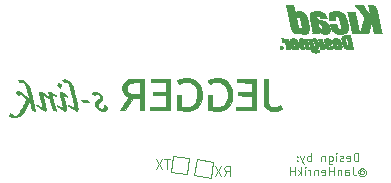
<source format=gbo>
G04 #@! TF.GenerationSoftware,KiCad,Pcbnew,5.1.5-52549c5~84~ubuntu19.10.1*
G04 #@! TF.CreationDate,2020-04-02T17:13:57+02:00*
G04 #@! TF.ProjectId,JEGGER_s-link,4a454747-4552-45f7-932d-6c696e6b2e6b,rev?*
G04 #@! TF.SameCoordinates,Original*
G04 #@! TF.FileFunction,Legend,Bot*
G04 #@! TF.FilePolarity,Positive*
%FSLAX46Y46*%
G04 Gerber Fmt 4.6, Leading zero omitted, Abs format (unit mm)*
G04 Created by KiCad (PCBNEW 5.1.5-52549c5~84~ubuntu19.10.1) date 2020-04-02 17:13:57*
%MOMM*%
%LPD*%
G04 APERTURE LIST*
%ADD10C,0.120000*%
%ADD11C,0.100000*%
%ADD12C,0.010000*%
G04 APERTURE END LIST*
D10*
X131983333Y-105481666D02*
X131983333Y-104781666D01*
X131816666Y-104781666D01*
X131716666Y-104815000D01*
X131650000Y-104881666D01*
X131616666Y-104948333D01*
X131583333Y-105081666D01*
X131583333Y-105181666D01*
X131616666Y-105315000D01*
X131650000Y-105381666D01*
X131716666Y-105448333D01*
X131816666Y-105481666D01*
X131983333Y-105481666D01*
X131016666Y-105448333D02*
X131083333Y-105481666D01*
X131216666Y-105481666D01*
X131283333Y-105448333D01*
X131316666Y-105381666D01*
X131316666Y-105115000D01*
X131283333Y-105048333D01*
X131216666Y-105015000D01*
X131083333Y-105015000D01*
X131016666Y-105048333D01*
X130983333Y-105115000D01*
X130983333Y-105181666D01*
X131316666Y-105248333D01*
X130716666Y-105448333D02*
X130650000Y-105481666D01*
X130516666Y-105481666D01*
X130450000Y-105448333D01*
X130416666Y-105381666D01*
X130416666Y-105348333D01*
X130450000Y-105281666D01*
X130516666Y-105248333D01*
X130616666Y-105248333D01*
X130683333Y-105215000D01*
X130716666Y-105148333D01*
X130716666Y-105115000D01*
X130683333Y-105048333D01*
X130616666Y-105015000D01*
X130516666Y-105015000D01*
X130450000Y-105048333D01*
X130116666Y-105481666D02*
X130116666Y-105015000D01*
X130116666Y-104781666D02*
X130150000Y-104815000D01*
X130116666Y-104848333D01*
X130083333Y-104815000D01*
X130116666Y-104781666D01*
X130116666Y-104848333D01*
X129483333Y-105015000D02*
X129483333Y-105581666D01*
X129516666Y-105648333D01*
X129550000Y-105681666D01*
X129616666Y-105715000D01*
X129716666Y-105715000D01*
X129783333Y-105681666D01*
X129483333Y-105448333D02*
X129550000Y-105481666D01*
X129683333Y-105481666D01*
X129750000Y-105448333D01*
X129783333Y-105415000D01*
X129816666Y-105348333D01*
X129816666Y-105148333D01*
X129783333Y-105081666D01*
X129750000Y-105048333D01*
X129683333Y-105015000D01*
X129550000Y-105015000D01*
X129483333Y-105048333D01*
X129150000Y-105015000D02*
X129150000Y-105481666D01*
X129150000Y-105081666D02*
X129116666Y-105048333D01*
X129050000Y-105015000D01*
X128950000Y-105015000D01*
X128883333Y-105048333D01*
X128850000Y-105115000D01*
X128850000Y-105481666D01*
X127983333Y-105481666D02*
X127983333Y-104781666D01*
X127983333Y-105048333D02*
X127916666Y-105015000D01*
X127783333Y-105015000D01*
X127716666Y-105048333D01*
X127683333Y-105081666D01*
X127650000Y-105148333D01*
X127650000Y-105348333D01*
X127683333Y-105415000D01*
X127716666Y-105448333D01*
X127783333Y-105481666D01*
X127916666Y-105481666D01*
X127983333Y-105448333D01*
X127416666Y-105015000D02*
X127250000Y-105481666D01*
X127083333Y-105015000D02*
X127250000Y-105481666D01*
X127316666Y-105648333D01*
X127350000Y-105681666D01*
X127416666Y-105715000D01*
X126816666Y-105415000D02*
X126783333Y-105448333D01*
X126816666Y-105481666D01*
X126850000Y-105448333D01*
X126816666Y-105415000D01*
X126816666Y-105481666D01*
X126816666Y-105048333D02*
X126783333Y-105081666D01*
X126816666Y-105115000D01*
X126850000Y-105081666D01*
X126816666Y-105048333D01*
X126816666Y-105115000D01*
X132166666Y-106318333D02*
X132200000Y-106285000D01*
X132266666Y-106251666D01*
X132333333Y-106251666D01*
X132400000Y-106285000D01*
X132433333Y-106318333D01*
X132466666Y-106385000D01*
X132466666Y-106451666D01*
X132433333Y-106518333D01*
X132400000Y-106551666D01*
X132333333Y-106585000D01*
X132266666Y-106585000D01*
X132200000Y-106551666D01*
X132166666Y-106518333D01*
X132166666Y-106251666D02*
X132166666Y-106518333D01*
X132133333Y-106551666D01*
X132100000Y-106551666D01*
X132033333Y-106518333D01*
X132000000Y-106451666D01*
X132000000Y-106285000D01*
X132066666Y-106185000D01*
X132166666Y-106118333D01*
X132300000Y-106085000D01*
X132433333Y-106118333D01*
X132533333Y-106185000D01*
X132600000Y-106285000D01*
X132633333Y-106418333D01*
X132600000Y-106551666D01*
X132533333Y-106651666D01*
X132433333Y-106718333D01*
X132300000Y-106751666D01*
X132166666Y-106718333D01*
X132066666Y-106651666D01*
X131500000Y-105951666D02*
X131500000Y-106451666D01*
X131533333Y-106551666D01*
X131600000Y-106618333D01*
X131700000Y-106651666D01*
X131766666Y-106651666D01*
X130866666Y-106651666D02*
X130866666Y-106285000D01*
X130900000Y-106218333D01*
X130966666Y-106185000D01*
X131100000Y-106185000D01*
X131166666Y-106218333D01*
X130866666Y-106618333D02*
X130933333Y-106651666D01*
X131100000Y-106651666D01*
X131166666Y-106618333D01*
X131200000Y-106551666D01*
X131200000Y-106485000D01*
X131166666Y-106418333D01*
X131100000Y-106385000D01*
X130933333Y-106385000D01*
X130866666Y-106351666D01*
X130533333Y-106185000D02*
X130533333Y-106651666D01*
X130533333Y-106251666D02*
X130500000Y-106218333D01*
X130433333Y-106185000D01*
X130333333Y-106185000D01*
X130266666Y-106218333D01*
X130233333Y-106285000D01*
X130233333Y-106651666D01*
X129900000Y-106651666D02*
X129900000Y-105951666D01*
X129900000Y-106285000D02*
X129500000Y-106285000D01*
X129500000Y-106651666D02*
X129500000Y-105951666D01*
X128900000Y-106618333D02*
X128966666Y-106651666D01*
X129100000Y-106651666D01*
X129166666Y-106618333D01*
X129200000Y-106551666D01*
X129200000Y-106285000D01*
X129166666Y-106218333D01*
X129100000Y-106185000D01*
X128966666Y-106185000D01*
X128900000Y-106218333D01*
X128866666Y-106285000D01*
X128866666Y-106351666D01*
X129200000Y-106418333D01*
X128566666Y-106185000D02*
X128566666Y-106651666D01*
X128566666Y-106251666D02*
X128533333Y-106218333D01*
X128466666Y-106185000D01*
X128366666Y-106185000D01*
X128300000Y-106218333D01*
X128266666Y-106285000D01*
X128266666Y-106651666D01*
X127933333Y-106651666D02*
X127933333Y-106185000D01*
X127933333Y-106318333D02*
X127900000Y-106251666D01*
X127866666Y-106218333D01*
X127800000Y-106185000D01*
X127733333Y-106185000D01*
X127500000Y-106651666D02*
X127500000Y-106185000D01*
X127500000Y-105951666D02*
X127533333Y-105985000D01*
X127500000Y-106018333D01*
X127466666Y-105985000D01*
X127500000Y-105951666D01*
X127500000Y-106018333D01*
X127166666Y-106651666D02*
X127166666Y-105951666D01*
X127100000Y-106385000D02*
X126900000Y-106651666D01*
X126900000Y-106185000D02*
X127166666Y-106451666D01*
X126600000Y-106651666D02*
X126600000Y-105951666D01*
X126600000Y-106285000D02*
X126200000Y-106285000D01*
X126200000Y-106651666D02*
X126200000Y-105951666D01*
D11*
X116009523Y-105311904D02*
X115552380Y-105311904D01*
X115780952Y-106111904D02*
X115780952Y-105311904D01*
X115361904Y-105311904D02*
X114828571Y-106111904D01*
X114828571Y-105311904D02*
X115361904Y-106111904D01*
X120633333Y-106711904D02*
X120900000Y-106330952D01*
X121090476Y-106711904D02*
X121090476Y-105911904D01*
X120785714Y-105911904D01*
X120709523Y-105950000D01*
X120671428Y-105988095D01*
X120633333Y-106064285D01*
X120633333Y-106178571D01*
X120671428Y-106254761D01*
X120709523Y-106292857D01*
X120785714Y-106330952D01*
X121090476Y-106330952D01*
X120366666Y-105911904D02*
X119833333Y-106711904D01*
X119833333Y-105911904D02*
X120366666Y-106711904D01*
D12*
G36*
X106597309Y-98819052D02*
G01*
X106594240Y-98824709D01*
X106577680Y-98861391D01*
X106547613Y-98921328D01*
X106529781Y-98955365D01*
X106475915Y-99056674D01*
X106587964Y-99151155D01*
X106647665Y-99200073D01*
X106692556Y-99234214D01*
X106711616Y-99245636D01*
X106731331Y-99228779D01*
X106764601Y-99187401D01*
X106770398Y-99179379D01*
X106810448Y-99115009D01*
X106839977Y-99054206D01*
X106850050Y-99009064D01*
X106830578Y-98977363D01*
X106800143Y-98955837D01*
X106739273Y-98912235D01*
X106675582Y-98859673D01*
X106671370Y-98855874D01*
X106622719Y-98819018D01*
X106597309Y-98819052D01*
G37*
X106597309Y-98819052D02*
X106594240Y-98824709D01*
X106577680Y-98861391D01*
X106547613Y-98921328D01*
X106529781Y-98955365D01*
X106475915Y-99056674D01*
X106587964Y-99151155D01*
X106647665Y-99200073D01*
X106692556Y-99234214D01*
X106711616Y-99245636D01*
X106731331Y-99228779D01*
X106764601Y-99187401D01*
X106770398Y-99179379D01*
X106810448Y-99115009D01*
X106839977Y-99054206D01*
X106850050Y-99009064D01*
X106830578Y-98977363D01*
X106800143Y-98955837D01*
X106739273Y-98912235D01*
X106675582Y-98859673D01*
X106671370Y-98855874D01*
X106622719Y-98819018D01*
X106597309Y-98819052D01*
G36*
X108586857Y-100376354D02*
G01*
X108670332Y-100492545D01*
X109201516Y-100492545D01*
X109120328Y-100382864D01*
X109039141Y-100273182D01*
X108503381Y-100260162D01*
X108586857Y-100376354D01*
G37*
X108586857Y-100376354D02*
X108670332Y-100492545D01*
X109201516Y-100492545D01*
X109120328Y-100382864D01*
X109039141Y-100273182D01*
X108503381Y-100260162D01*
X108586857Y-100376354D01*
G36*
X113005728Y-98490808D02*
G01*
X112887725Y-98495144D01*
X112802610Y-98502651D01*
X112790890Y-98504482D01*
X112568642Y-98558204D01*
X112385530Y-98635717D01*
X112240504Y-98738060D01*
X112132515Y-98866268D01*
X112060513Y-99021380D01*
X112023446Y-99204432D01*
X112018891Y-99266860D01*
X112016419Y-99378947D01*
X112022745Y-99463990D01*
X112040243Y-99540677D01*
X112061457Y-99602180D01*
X112133341Y-99738627D01*
X112236174Y-99861161D01*
X112358196Y-99957364D01*
X112435504Y-99997189D01*
X112497691Y-100025830D01*
X112537445Y-100050016D01*
X112545186Y-100059528D01*
X112532218Y-100083830D01*
X112496892Y-100137014D01*
X112444681Y-100211110D01*
X112384293Y-100293793D01*
X112264277Y-100462702D01*
X112144153Y-100644569D01*
X112032936Y-100825095D01*
X111939643Y-100989979D01*
X111912631Y-101041866D01*
X111850844Y-101164005D01*
X112050844Y-101157320D01*
X112250844Y-101150636D01*
X112415377Y-100877995D01*
X112496958Y-100747472D01*
X112591806Y-100602944D01*
X112687193Y-100463473D01*
X112758386Y-100364222D01*
X112936863Y-100123091D01*
X113492000Y-100123091D01*
X113492000Y-101162182D01*
X113861454Y-101162182D01*
X113861454Y-98806909D01*
X113492000Y-98806909D01*
X113492000Y-99829277D01*
X113162954Y-99816626D01*
X112997068Y-99807299D01*
X112856775Y-99793461D01*
X112750299Y-99776029D01*
X112712504Y-99766313D01*
X112579250Y-99704888D01*
X112481914Y-99614507D01*
X112420650Y-99495333D01*
X112407265Y-99444499D01*
X112393975Y-99290080D01*
X112418312Y-99148480D01*
X112477906Y-99026844D01*
X112570388Y-98932314D01*
X112579275Y-98926041D01*
X112661158Y-98878678D01*
X112753047Y-98844828D01*
X112863798Y-98822747D01*
X113002266Y-98810690D01*
X113177305Y-98806913D01*
X113183943Y-98806909D01*
X113492000Y-98806909D01*
X113861454Y-98806909D01*
X113861454Y-98535060D01*
X113786409Y-98521063D01*
X113702826Y-98510240D01*
X113585917Y-98501484D01*
X113446716Y-98494979D01*
X113296260Y-98490908D01*
X113145586Y-98489457D01*
X113005728Y-98490808D01*
G37*
X113005728Y-98490808D02*
X112887725Y-98495144D01*
X112802610Y-98502651D01*
X112790890Y-98504482D01*
X112568642Y-98558204D01*
X112385530Y-98635717D01*
X112240504Y-98738060D01*
X112132515Y-98866268D01*
X112060513Y-99021380D01*
X112023446Y-99204432D01*
X112018891Y-99266860D01*
X112016419Y-99378947D01*
X112022745Y-99463990D01*
X112040243Y-99540677D01*
X112061457Y-99602180D01*
X112133341Y-99738627D01*
X112236174Y-99861161D01*
X112358196Y-99957364D01*
X112435504Y-99997189D01*
X112497691Y-100025830D01*
X112537445Y-100050016D01*
X112545186Y-100059528D01*
X112532218Y-100083830D01*
X112496892Y-100137014D01*
X112444681Y-100211110D01*
X112384293Y-100293793D01*
X112264277Y-100462702D01*
X112144153Y-100644569D01*
X112032936Y-100825095D01*
X111939643Y-100989979D01*
X111912631Y-101041866D01*
X111850844Y-101164005D01*
X112050844Y-101157320D01*
X112250844Y-101150636D01*
X112415377Y-100877995D01*
X112496958Y-100747472D01*
X112591806Y-100602944D01*
X112687193Y-100463473D01*
X112758386Y-100364222D01*
X112936863Y-100123091D01*
X113492000Y-100123091D01*
X113492000Y-101162182D01*
X113861454Y-101162182D01*
X113861454Y-98806909D01*
X113492000Y-98806909D01*
X113492000Y-99829277D01*
X113162954Y-99816626D01*
X112997068Y-99807299D01*
X112856775Y-99793461D01*
X112750299Y-99776029D01*
X112712504Y-99766313D01*
X112579250Y-99704888D01*
X112481914Y-99614507D01*
X112420650Y-99495333D01*
X112407265Y-99444499D01*
X112393975Y-99290080D01*
X112418312Y-99148480D01*
X112477906Y-99026844D01*
X112570388Y-98932314D01*
X112579275Y-98926041D01*
X112661158Y-98878678D01*
X112753047Y-98844828D01*
X112863798Y-98822747D01*
X113002266Y-98810690D01*
X113177305Y-98806913D01*
X113183943Y-98806909D01*
X113492000Y-98806909D01*
X113861454Y-98806909D01*
X113861454Y-98535060D01*
X113786409Y-98521063D01*
X113702826Y-98510240D01*
X113585917Y-98501484D01*
X113446716Y-98494979D01*
X113296260Y-98490908D01*
X113145586Y-98489457D01*
X113005728Y-98490808D01*
G36*
X114438727Y-98806909D02*
G01*
X115685636Y-98806909D01*
X115685636Y-99615091D01*
X114577273Y-99615091D01*
X114577273Y-99915273D01*
X115685636Y-99915273D01*
X115685636Y-100862000D01*
X114346364Y-100862000D01*
X114346364Y-101162182D01*
X116055091Y-101162182D01*
X116055091Y-98506727D01*
X114438727Y-98506727D01*
X114438727Y-98806909D01*
G37*
X114438727Y-98806909D02*
X115685636Y-98806909D01*
X115685636Y-99615091D01*
X114577273Y-99615091D01*
X114577273Y-99915273D01*
X115685636Y-99915273D01*
X115685636Y-100862000D01*
X114346364Y-100862000D01*
X114346364Y-101162182D01*
X116055091Y-101162182D01*
X116055091Y-98506727D01*
X114438727Y-98506727D01*
X114438727Y-98806909D01*
G36*
X121689273Y-98806167D02*
G01*
X122947727Y-98818455D01*
X122960363Y-99615091D01*
X121827818Y-99615091D01*
X121827818Y-99914452D01*
X122387773Y-99920635D01*
X122947727Y-99926818D01*
X122947727Y-100850455D01*
X122272318Y-100856576D01*
X121596909Y-100862698D01*
X121596909Y-101162182D01*
X123305636Y-101162182D01*
X123305636Y-98506727D01*
X121689273Y-98506727D01*
X121689273Y-98806167D01*
G37*
X121689273Y-98806167D02*
X122947727Y-98818455D01*
X122960363Y-99615091D01*
X121827818Y-99615091D01*
X121827818Y-99914452D01*
X122387773Y-99920635D01*
X122947727Y-99926818D01*
X122947727Y-100850455D01*
X122272318Y-100856576D01*
X121596909Y-100862698D01*
X121596909Y-101162182D01*
X123305636Y-101162182D01*
X123305636Y-98506727D01*
X121689273Y-98506727D01*
X121689273Y-98806167D01*
G36*
X104972886Y-99602498D02*
G01*
X104958924Y-99620876D01*
X104960880Y-99652605D01*
X104973878Y-99721737D01*
X104996306Y-99821263D01*
X105026552Y-99944171D01*
X105063005Y-100083451D01*
X105077709Y-100137603D01*
X105136139Y-100359619D01*
X105178235Y-100540624D01*
X105204257Y-100682706D01*
X105214462Y-100787953D01*
X105209110Y-100858452D01*
X105188457Y-100896292D01*
X105172487Y-100903614D01*
X105135037Y-100896395D01*
X105069403Y-100870066D01*
X104986889Y-100829461D01*
X104943801Y-100805862D01*
X104861395Y-100760870D01*
X104794995Y-100727804D01*
X104753980Y-100711174D01*
X104745689Y-100710614D01*
X104741218Y-100738541D01*
X104771680Y-100781260D01*
X104839129Y-100840935D01*
X104941249Y-100916653D01*
X105076730Y-101008175D01*
X105201512Y-101084828D01*
X105310158Y-101143839D01*
X105397229Y-101182439D01*
X105457289Y-101197856D01*
X105481761Y-101192131D01*
X105499981Y-101160392D01*
X105507988Y-101108574D01*
X105505256Y-101032498D01*
X105491260Y-100927985D01*
X105465473Y-100790856D01*
X105427370Y-100616933D01*
X105388665Y-100452646D01*
X105343299Y-100262755D01*
X105310385Y-100114848D01*
X105291729Y-100005971D01*
X105289132Y-99933172D01*
X105304399Y-99893495D01*
X105339334Y-99883989D01*
X105395740Y-99901699D01*
X105475421Y-99943671D01*
X105580182Y-100006954D01*
X105638680Y-100043270D01*
X105727451Y-100100743D01*
X105801728Y-100153123D01*
X105852355Y-100193698D01*
X105869335Y-100212415D01*
X105880810Y-100246289D01*
X105900873Y-100317085D01*
X105927391Y-100416808D01*
X105958230Y-100537458D01*
X105987150Y-100654182D01*
X106020310Y-100785747D01*
X106051673Y-100902489D01*
X106079002Y-100996655D01*
X106100057Y-101060491D01*
X106111693Y-101085501D01*
X106146753Y-101108408D01*
X106209397Y-101138328D01*
X106259741Y-101158696D01*
X106328427Y-101183318D01*
X106363422Y-101190974D01*
X106373743Y-101182264D01*
X106370933Y-101166104D01*
X106289305Y-100875743D01*
X106220600Y-100622098D01*
X106165135Y-100406465D01*
X106123225Y-100230144D01*
X106095187Y-100094431D01*
X106081337Y-100000626D01*
X106079818Y-99972106D01*
X106084200Y-99917883D01*
X106104038Y-99895841D01*
X106138465Y-99892182D01*
X106195509Y-99902650D01*
X106267352Y-99928840D01*
X106290794Y-99939974D01*
X106349537Y-99965658D01*
X106390219Y-99975574D01*
X106398739Y-99973503D01*
X106402727Y-99944916D01*
X106367786Y-99904246D01*
X106292448Y-99850241D01*
X106175246Y-99781647D01*
X106171749Y-99779724D01*
X106026188Y-99701573D01*
X105915809Y-99646594D01*
X105836810Y-99613199D01*
X105785388Y-99599800D01*
X105757744Y-99604809D01*
X105756271Y-99606129D01*
X105750029Y-99640708D01*
X105758183Y-99713547D01*
X105780121Y-99819232D01*
X105780587Y-99821188D01*
X105800530Y-99909160D01*
X105814159Y-99978173D01*
X105819430Y-100017445D01*
X105818752Y-100022399D01*
X105797539Y-100013496D01*
X105743708Y-99983832D01*
X105663763Y-99937188D01*
X105564209Y-99877347D01*
X105473161Y-99821486D01*
X105310173Y-99723900D01*
X105180998Y-99654123D01*
X105083291Y-99611241D01*
X105014702Y-99594338D01*
X104972886Y-99602498D01*
G37*
X104972886Y-99602498D02*
X104958924Y-99620876D01*
X104960880Y-99652605D01*
X104973878Y-99721737D01*
X104996306Y-99821263D01*
X105026552Y-99944171D01*
X105063005Y-100083451D01*
X105077709Y-100137603D01*
X105136139Y-100359619D01*
X105178235Y-100540624D01*
X105204257Y-100682706D01*
X105214462Y-100787953D01*
X105209110Y-100858452D01*
X105188457Y-100896292D01*
X105172487Y-100903614D01*
X105135037Y-100896395D01*
X105069403Y-100870066D01*
X104986889Y-100829461D01*
X104943801Y-100805862D01*
X104861395Y-100760870D01*
X104794995Y-100727804D01*
X104753980Y-100711174D01*
X104745689Y-100710614D01*
X104741218Y-100738541D01*
X104771680Y-100781260D01*
X104839129Y-100840935D01*
X104941249Y-100916653D01*
X105076730Y-101008175D01*
X105201512Y-101084828D01*
X105310158Y-101143839D01*
X105397229Y-101182439D01*
X105457289Y-101197856D01*
X105481761Y-101192131D01*
X105499981Y-101160392D01*
X105507988Y-101108574D01*
X105505256Y-101032498D01*
X105491260Y-100927985D01*
X105465473Y-100790856D01*
X105427370Y-100616933D01*
X105388665Y-100452646D01*
X105343299Y-100262755D01*
X105310385Y-100114848D01*
X105291729Y-100005971D01*
X105289132Y-99933172D01*
X105304399Y-99893495D01*
X105339334Y-99883989D01*
X105395740Y-99901699D01*
X105475421Y-99943671D01*
X105580182Y-100006954D01*
X105638680Y-100043270D01*
X105727451Y-100100743D01*
X105801728Y-100153123D01*
X105852355Y-100193698D01*
X105869335Y-100212415D01*
X105880810Y-100246289D01*
X105900873Y-100317085D01*
X105927391Y-100416808D01*
X105958230Y-100537458D01*
X105987150Y-100654182D01*
X106020310Y-100785747D01*
X106051673Y-100902489D01*
X106079002Y-100996655D01*
X106100057Y-101060491D01*
X106111693Y-101085501D01*
X106146753Y-101108408D01*
X106209397Y-101138328D01*
X106259741Y-101158696D01*
X106328427Y-101183318D01*
X106363422Y-101190974D01*
X106373743Y-101182264D01*
X106370933Y-101166104D01*
X106289305Y-100875743D01*
X106220600Y-100622098D01*
X106165135Y-100406465D01*
X106123225Y-100230144D01*
X106095187Y-100094431D01*
X106081337Y-100000626D01*
X106079818Y-99972106D01*
X106084200Y-99917883D01*
X106104038Y-99895841D01*
X106138465Y-99892182D01*
X106195509Y-99902650D01*
X106267352Y-99928840D01*
X106290794Y-99939974D01*
X106349537Y-99965658D01*
X106390219Y-99975574D01*
X106398739Y-99973503D01*
X106402727Y-99944916D01*
X106367786Y-99904246D01*
X106292448Y-99850241D01*
X106175246Y-99781647D01*
X106171749Y-99779724D01*
X106026188Y-99701573D01*
X105915809Y-99646594D01*
X105836810Y-99613199D01*
X105785388Y-99599800D01*
X105757744Y-99604809D01*
X105756271Y-99606129D01*
X105750029Y-99640708D01*
X105758183Y-99713547D01*
X105780121Y-99819232D01*
X105780587Y-99821188D01*
X105800530Y-99909160D01*
X105814159Y-99978173D01*
X105819430Y-100017445D01*
X105818752Y-100022399D01*
X105797539Y-100013496D01*
X105743708Y-99983832D01*
X105663763Y-99937188D01*
X105564209Y-99877347D01*
X105473161Y-99821486D01*
X105310173Y-99723900D01*
X105180998Y-99654123D01*
X105083291Y-99611241D01*
X105014702Y-99594338D01*
X104972886Y-99602498D01*
G36*
X106702466Y-99606661D02*
G01*
X106698877Y-99634099D01*
X106706551Y-99699195D01*
X106725784Y-99803486D01*
X106756873Y-99948514D01*
X106800114Y-100135817D01*
X106821182Y-100224179D01*
X106865169Y-100409174D01*
X106898559Y-100554652D01*
X106922286Y-100665819D01*
X106937284Y-100747877D01*
X106944487Y-100806030D01*
X106944830Y-100845482D01*
X106939245Y-100871436D01*
X106937926Y-100874548D01*
X106915914Y-100910455D01*
X106886176Y-100926162D01*
X106840689Y-100920769D01*
X106771428Y-100893375D01*
X106673833Y-100844872D01*
X106594141Y-100803726D01*
X106530409Y-100771052D01*
X106493626Y-100752479D01*
X106489682Y-100750584D01*
X106475636Y-100762859D01*
X106472364Y-100787494D01*
X106486233Y-100816197D01*
X106530190Y-100857315D01*
X106607757Y-100913634D01*
X106722458Y-100987937D01*
X106738819Y-100998154D01*
X106884274Y-101086812D01*
X106996974Y-101150372D01*
X107081817Y-101190474D01*
X107143704Y-101208756D01*
X107187534Y-101206858D01*
X107218205Y-101186420D01*
X107233551Y-101163700D01*
X107249451Y-101122081D01*
X107255165Y-101069843D01*
X107249851Y-100999815D01*
X107232666Y-100904827D01*
X107202768Y-100777705D01*
X107176056Y-100674212D01*
X107124119Y-100476365D01*
X107083372Y-100318277D01*
X107052891Y-100195142D01*
X107031752Y-100102155D01*
X107019030Y-100034510D01*
X107013803Y-99987402D01*
X107015146Y-99956025D01*
X107022135Y-99935572D01*
X107031697Y-99923316D01*
X107056181Y-99905597D01*
X107086775Y-99905254D01*
X107136337Y-99924365D01*
X107184388Y-99947987D01*
X107259017Y-99985100D01*
X107301572Y-100002307D01*
X107321057Y-100000803D01*
X107326477Y-99981784D01*
X107326727Y-99966880D01*
X107306278Y-99932764D01*
X107247003Y-99881918D01*
X107152015Y-99816952D01*
X107136227Y-99806994D01*
X106980490Y-99712890D01*
X106859702Y-99647320D01*
X106772865Y-99609826D01*
X106718984Y-99599946D01*
X106702466Y-99606661D01*
G37*
X106702466Y-99606661D02*
X106698877Y-99634099D01*
X106706551Y-99699195D01*
X106725784Y-99803486D01*
X106756873Y-99948514D01*
X106800114Y-100135817D01*
X106821182Y-100224179D01*
X106865169Y-100409174D01*
X106898559Y-100554652D01*
X106922286Y-100665819D01*
X106937284Y-100747877D01*
X106944487Y-100806030D01*
X106944830Y-100845482D01*
X106939245Y-100871436D01*
X106937926Y-100874548D01*
X106915914Y-100910455D01*
X106886176Y-100926162D01*
X106840689Y-100920769D01*
X106771428Y-100893375D01*
X106673833Y-100844872D01*
X106594141Y-100803726D01*
X106530409Y-100771052D01*
X106493626Y-100752479D01*
X106489682Y-100750584D01*
X106475636Y-100762859D01*
X106472364Y-100787494D01*
X106486233Y-100816197D01*
X106530190Y-100857315D01*
X106607757Y-100913634D01*
X106722458Y-100987937D01*
X106738819Y-100998154D01*
X106884274Y-101086812D01*
X106996974Y-101150372D01*
X107081817Y-101190474D01*
X107143704Y-101208756D01*
X107187534Y-101206858D01*
X107218205Y-101186420D01*
X107233551Y-101163700D01*
X107249451Y-101122081D01*
X107255165Y-101069843D01*
X107249851Y-100999815D01*
X107232666Y-100904827D01*
X107202768Y-100777705D01*
X107176056Y-100674212D01*
X107124119Y-100476365D01*
X107083372Y-100318277D01*
X107052891Y-100195142D01*
X107031752Y-100102155D01*
X107019030Y-100034510D01*
X107013803Y-99987402D01*
X107015146Y-99956025D01*
X107022135Y-99935572D01*
X107031697Y-99923316D01*
X107056181Y-99905597D01*
X107086775Y-99905254D01*
X107136337Y-99924365D01*
X107184388Y-99947987D01*
X107259017Y-99985100D01*
X107301572Y-100002307D01*
X107321057Y-100000803D01*
X107326477Y-99981784D01*
X107326727Y-99966880D01*
X107306278Y-99932764D01*
X107247003Y-99881918D01*
X107152015Y-99816952D01*
X107136227Y-99806994D01*
X106980490Y-99712890D01*
X106859702Y-99647320D01*
X106772865Y-99609826D01*
X106718984Y-99599946D01*
X106702466Y-99606661D01*
G36*
X107008442Y-98566349D02*
G01*
X107004404Y-98566981D01*
X106910113Y-98582059D01*
X106988627Y-98677152D01*
X107067140Y-98772246D01*
X107216824Y-98764549D01*
X107299580Y-98761917D01*
X107350517Y-98767201D01*
X107383813Y-98784217D01*
X107413650Y-98816783D01*
X107414400Y-98817736D01*
X107445800Y-98868640D01*
X107480195Y-98946664D01*
X107518659Y-99055184D01*
X107562268Y-99197579D01*
X107612097Y-99377228D01*
X107669220Y-99597509D01*
X107693894Y-99695909D01*
X107758452Y-99957538D01*
X107811570Y-100178210D01*
X107853867Y-100361553D01*
X107885959Y-100511189D01*
X107908463Y-100630745D01*
X107921995Y-100723846D01*
X107927173Y-100794115D01*
X107924613Y-100845179D01*
X107914933Y-100880662D01*
X107899382Y-100903564D01*
X107877027Y-100921453D01*
X107851083Y-100927080D01*
X107813779Y-100917834D01*
X107757348Y-100891103D01*
X107674018Y-100844276D01*
X107608405Y-100805759D01*
X107508511Y-100748718D01*
X107442546Y-100716172D01*
X107406416Y-100706402D01*
X107396000Y-100716622D01*
X107396568Y-100731432D01*
X107401597Y-100745591D01*
X107416072Y-100763171D01*
X107444980Y-100788246D01*
X107493308Y-100824888D01*
X107566040Y-100877169D01*
X107668165Y-100949162D01*
X107757232Y-101011657D01*
X107885903Y-101099447D01*
X107984390Y-101159777D01*
X108058204Y-101194493D01*
X108112855Y-101205438D01*
X108153852Y-101194460D01*
X108186704Y-101163402D01*
X108191327Y-101157044D01*
X108208852Y-101124523D01*
X108219599Y-101083044D01*
X108222964Y-101028021D01*
X108218340Y-100954870D01*
X108205121Y-100859006D01*
X108182704Y-100735844D01*
X108150480Y-100580799D01*
X108107846Y-100389285D01*
X108065765Y-100206431D01*
X108003831Y-99940927D01*
X107950515Y-99716323D01*
X107904296Y-99528463D01*
X107863657Y-99373192D01*
X107827077Y-99246354D01*
X107793036Y-99143793D01*
X107760017Y-99061353D01*
X107726498Y-98994880D01*
X107690961Y-98940217D01*
X107651886Y-98893208D01*
X107607755Y-98849699D01*
X107557046Y-98805533D01*
X107552010Y-98801301D01*
X107417514Y-98695192D01*
X107303754Y-98621999D01*
X107202887Y-98578366D01*
X107107064Y-98560935D01*
X107008442Y-98566349D01*
G37*
X107008442Y-98566349D02*
X107004404Y-98566981D01*
X106910113Y-98582059D01*
X106988627Y-98677152D01*
X107067140Y-98772246D01*
X107216824Y-98764549D01*
X107299580Y-98761917D01*
X107350517Y-98767201D01*
X107383813Y-98784217D01*
X107413650Y-98816783D01*
X107414400Y-98817736D01*
X107445800Y-98868640D01*
X107480195Y-98946664D01*
X107518659Y-99055184D01*
X107562268Y-99197579D01*
X107612097Y-99377228D01*
X107669220Y-99597509D01*
X107693894Y-99695909D01*
X107758452Y-99957538D01*
X107811570Y-100178210D01*
X107853867Y-100361553D01*
X107885959Y-100511189D01*
X107908463Y-100630745D01*
X107921995Y-100723846D01*
X107927173Y-100794115D01*
X107924613Y-100845179D01*
X107914933Y-100880662D01*
X107899382Y-100903564D01*
X107877027Y-100921453D01*
X107851083Y-100927080D01*
X107813779Y-100917834D01*
X107757348Y-100891103D01*
X107674018Y-100844276D01*
X107608405Y-100805759D01*
X107508511Y-100748718D01*
X107442546Y-100716172D01*
X107406416Y-100706402D01*
X107396000Y-100716622D01*
X107396568Y-100731432D01*
X107401597Y-100745591D01*
X107416072Y-100763171D01*
X107444980Y-100788246D01*
X107493308Y-100824888D01*
X107566040Y-100877169D01*
X107668165Y-100949162D01*
X107757232Y-101011657D01*
X107885903Y-101099447D01*
X107984390Y-101159777D01*
X108058204Y-101194493D01*
X108112855Y-101205438D01*
X108153852Y-101194460D01*
X108186704Y-101163402D01*
X108191327Y-101157044D01*
X108208852Y-101124523D01*
X108219599Y-101083044D01*
X108222964Y-101028021D01*
X108218340Y-100954870D01*
X108205121Y-100859006D01*
X108182704Y-100735844D01*
X108150480Y-100580799D01*
X108107846Y-100389285D01*
X108065765Y-100206431D01*
X108003831Y-99940927D01*
X107950515Y-99716323D01*
X107904296Y-99528463D01*
X107863657Y-99373192D01*
X107827077Y-99246354D01*
X107793036Y-99143793D01*
X107760017Y-99061353D01*
X107726498Y-98994880D01*
X107690961Y-98940217D01*
X107651886Y-98893208D01*
X107607755Y-98849699D01*
X107557046Y-98805533D01*
X107552010Y-98801301D01*
X107417514Y-98695192D01*
X107303754Y-98621999D01*
X107202887Y-98578366D01*
X107107064Y-98560935D01*
X107008442Y-98566349D01*
G36*
X109616663Y-99604414D02*
G01*
X109533719Y-99637063D01*
X109482315Y-99674999D01*
X109453404Y-99708301D01*
X109451091Y-99716354D01*
X109466549Y-99747911D01*
X109505806Y-99796110D01*
X109531645Y-99822653D01*
X109612198Y-99900729D01*
X109664417Y-99851812D01*
X109736892Y-99799932D01*
X109814126Y-99769393D01*
X109879282Y-99766632D01*
X109883845Y-99767923D01*
X109994509Y-99820372D01*
X110064838Y-99894610D01*
X110095848Y-99991867D01*
X110097636Y-100026467D01*
X110082102Y-100098113D01*
X110032909Y-100171112D01*
X109946175Y-100250183D01*
X109865135Y-100308899D01*
X109776942Y-100373084D01*
X109722205Y-100427413D01*
X109693430Y-100483384D01*
X109683125Y-100552496D01*
X109682507Y-100589164D01*
X109705236Y-100721843D01*
X109767892Y-100848558D01*
X109864226Y-100963946D01*
X109987989Y-101062644D01*
X110132929Y-101139290D01*
X110292796Y-101188519D01*
X110397865Y-101203007D01*
X110482656Y-101207488D01*
X110537383Y-101203307D01*
X110577918Y-101186589D01*
X110620129Y-101153461D01*
X110627445Y-101146963D01*
X110681966Y-101084918D01*
X110708747Y-101012092D01*
X110714542Y-100973383D01*
X110726545Y-100866900D01*
X110602590Y-100783187D01*
X110535894Y-100738987D01*
X110498206Y-100718707D01*
X110480437Y-100720166D01*
X110473494Y-100741182D01*
X110472051Y-100751873D01*
X110442979Y-100873600D01*
X110392513Y-100969699D01*
X110325749Y-101034566D01*
X110247785Y-101062597D01*
X110193286Y-101058352D01*
X110074073Y-101009220D01*
X109983930Y-100931945D01*
X109928505Y-100832999D01*
X109912909Y-100737130D01*
X109916493Y-100695261D01*
X109931970Y-100658836D01*
X109966427Y-100618693D01*
X110026948Y-100565665D01*
X110076367Y-100525729D01*
X110195067Y-100423172D01*
X110274428Y-100332913D01*
X110317007Y-100247821D01*
X110325361Y-100160765D01*
X110302047Y-100064615D01*
X110268780Y-99989134D01*
X110190890Y-99868603D01*
X110090092Y-99765565D01*
X109974328Y-99683823D01*
X109851541Y-99627181D01*
X109729672Y-99599444D01*
X109616663Y-99604414D01*
G37*
X109616663Y-99604414D02*
X109533719Y-99637063D01*
X109482315Y-99674999D01*
X109453404Y-99708301D01*
X109451091Y-99716354D01*
X109466549Y-99747911D01*
X109505806Y-99796110D01*
X109531645Y-99822653D01*
X109612198Y-99900729D01*
X109664417Y-99851812D01*
X109736892Y-99799932D01*
X109814126Y-99769393D01*
X109879282Y-99766632D01*
X109883845Y-99767923D01*
X109994509Y-99820372D01*
X110064838Y-99894610D01*
X110095848Y-99991867D01*
X110097636Y-100026467D01*
X110082102Y-100098113D01*
X110032909Y-100171112D01*
X109946175Y-100250183D01*
X109865135Y-100308899D01*
X109776942Y-100373084D01*
X109722205Y-100427413D01*
X109693430Y-100483384D01*
X109683125Y-100552496D01*
X109682507Y-100589164D01*
X109705236Y-100721843D01*
X109767892Y-100848558D01*
X109864226Y-100963946D01*
X109987989Y-101062644D01*
X110132929Y-101139290D01*
X110292796Y-101188519D01*
X110397865Y-101203007D01*
X110482656Y-101207488D01*
X110537383Y-101203307D01*
X110577918Y-101186589D01*
X110620129Y-101153461D01*
X110627445Y-101146963D01*
X110681966Y-101084918D01*
X110708747Y-101012092D01*
X110714542Y-100973383D01*
X110726545Y-100866900D01*
X110602590Y-100783187D01*
X110535894Y-100738987D01*
X110498206Y-100718707D01*
X110480437Y-100720166D01*
X110473494Y-100741182D01*
X110472051Y-100751873D01*
X110442979Y-100873600D01*
X110392513Y-100969699D01*
X110325749Y-101034566D01*
X110247785Y-101062597D01*
X110193286Y-101058352D01*
X110074073Y-101009220D01*
X109983930Y-100931945D01*
X109928505Y-100832999D01*
X109912909Y-100737130D01*
X109916493Y-100695261D01*
X109931970Y-100658836D01*
X109966427Y-100618693D01*
X110026948Y-100565665D01*
X110076367Y-100525729D01*
X110195067Y-100423172D01*
X110274428Y-100332913D01*
X110317007Y-100247821D01*
X110325361Y-100160765D01*
X110302047Y-100064615D01*
X110268780Y-99989134D01*
X110190890Y-99868603D01*
X110090092Y-99765565D01*
X109974328Y-99683823D01*
X109851541Y-99627181D01*
X109729672Y-99599444D01*
X109616663Y-99604414D01*
G36*
X117261281Y-98456684D02*
G01*
X117045413Y-98488553D01*
X116846106Y-98542288D01*
X116766618Y-98572881D01*
X116658418Y-98619270D01*
X116718883Y-98771668D01*
X116753964Y-98853376D01*
X116780832Y-98897447D01*
X116804235Y-98910572D01*
X116815538Y-98907886D01*
X116980673Y-98841547D01*
X117130709Y-98800074D01*
X117286195Y-98778971D01*
X117429000Y-98773733D01*
X117546097Y-98774173D01*
X117630212Y-98778446D01*
X117694509Y-98788602D01*
X117752154Y-98806693D01*
X117814044Y-98833704D01*
X117986540Y-98937033D01*
X118125122Y-99069825D01*
X118230245Y-99232935D01*
X118302360Y-99427218D01*
X118341922Y-99653530D01*
X118350500Y-99846000D01*
X118334158Y-100098571D01*
X118286425Y-100317307D01*
X118207261Y-100502281D01*
X118096626Y-100653569D01*
X117954479Y-100771243D01*
X117813396Y-100843098D01*
X117747699Y-100866391D01*
X117682339Y-100881563D01*
X117604851Y-100890177D01*
X117502773Y-100893794D01*
X117405909Y-100894178D01*
X117287959Y-100891620D01*
X117183676Y-100885283D01*
X117104458Y-100876088D01*
X117065318Y-100866700D01*
X117001818Y-100840052D01*
X117001818Y-99869091D01*
X116655454Y-99869091D01*
X116655454Y-101108651D01*
X116776682Y-101135037D01*
X116995782Y-101175203D01*
X117217436Y-101202122D01*
X117428189Y-101214724D01*
X117614586Y-101211941D01*
X117677005Y-101206541D01*
X117909224Y-101159188D01*
X118117869Y-101072951D01*
X118300626Y-100949944D01*
X118455182Y-100792281D01*
X118579222Y-100602075D01*
X118670433Y-100381439D01*
X118700408Y-100271690D01*
X118722913Y-100133958D01*
X118735227Y-99968370D01*
X118737341Y-99791524D01*
X118729243Y-99620016D01*
X118710924Y-99470443D01*
X118700958Y-99421434D01*
X118648962Y-99258743D01*
X118571664Y-99090633D01*
X118478687Y-98936030D01*
X118406825Y-98843005D01*
X118275990Y-98720557D01*
X118115967Y-98611704D01*
X117943663Y-98527219D01*
X117870499Y-98501219D01*
X117687599Y-98462123D01*
X117479935Y-98447576D01*
X117261281Y-98456684D01*
G37*
X117261281Y-98456684D02*
X117045413Y-98488553D01*
X116846106Y-98542288D01*
X116766618Y-98572881D01*
X116658418Y-98619270D01*
X116718883Y-98771668D01*
X116753964Y-98853376D01*
X116780832Y-98897447D01*
X116804235Y-98910572D01*
X116815538Y-98907886D01*
X116980673Y-98841547D01*
X117130709Y-98800074D01*
X117286195Y-98778971D01*
X117429000Y-98773733D01*
X117546097Y-98774173D01*
X117630212Y-98778446D01*
X117694509Y-98788602D01*
X117752154Y-98806693D01*
X117814044Y-98833704D01*
X117986540Y-98937033D01*
X118125122Y-99069825D01*
X118230245Y-99232935D01*
X118302360Y-99427218D01*
X118341922Y-99653530D01*
X118350500Y-99846000D01*
X118334158Y-100098571D01*
X118286425Y-100317307D01*
X118207261Y-100502281D01*
X118096626Y-100653569D01*
X117954479Y-100771243D01*
X117813396Y-100843098D01*
X117747699Y-100866391D01*
X117682339Y-100881563D01*
X117604851Y-100890177D01*
X117502773Y-100893794D01*
X117405909Y-100894178D01*
X117287959Y-100891620D01*
X117183676Y-100885283D01*
X117104458Y-100876088D01*
X117065318Y-100866700D01*
X117001818Y-100840052D01*
X117001818Y-99869091D01*
X116655454Y-99869091D01*
X116655454Y-101108651D01*
X116776682Y-101135037D01*
X116995782Y-101175203D01*
X117217436Y-101202122D01*
X117428189Y-101214724D01*
X117614586Y-101211941D01*
X117677005Y-101206541D01*
X117909224Y-101159188D01*
X118117869Y-101072951D01*
X118300626Y-100949944D01*
X118455182Y-100792281D01*
X118579222Y-100602075D01*
X118670433Y-100381439D01*
X118700408Y-100271690D01*
X118722913Y-100133958D01*
X118735227Y-99968370D01*
X118737341Y-99791524D01*
X118729243Y-99620016D01*
X118710924Y-99470443D01*
X118700958Y-99421434D01*
X118648962Y-99258743D01*
X118571664Y-99090633D01*
X118478687Y-98936030D01*
X118406825Y-98843005D01*
X118275990Y-98720557D01*
X118115967Y-98611704D01*
X117943663Y-98527219D01*
X117870499Y-98501219D01*
X117687599Y-98462123D01*
X117479935Y-98447576D01*
X117261281Y-98456684D01*
G36*
X119847462Y-98456684D02*
G01*
X119631594Y-98488553D01*
X119432288Y-98542288D01*
X119352800Y-98572881D01*
X119244600Y-98619270D01*
X119305065Y-98771668D01*
X119340145Y-98853376D01*
X119367014Y-98897447D01*
X119390417Y-98910572D01*
X119401719Y-98907886D01*
X119566855Y-98841547D01*
X119716891Y-98800074D01*
X119872377Y-98778971D01*
X120015182Y-98773733D01*
X120132279Y-98774173D01*
X120216393Y-98778446D01*
X120280691Y-98788602D01*
X120338336Y-98806693D01*
X120400226Y-98833704D01*
X120572722Y-98937033D01*
X120711304Y-99069825D01*
X120816427Y-99232935D01*
X120888542Y-99427218D01*
X120928104Y-99653530D01*
X120936682Y-99846000D01*
X120920340Y-100098571D01*
X120872607Y-100317307D01*
X120793443Y-100502281D01*
X120682807Y-100653569D01*
X120540661Y-100771243D01*
X120399578Y-100843098D01*
X120333881Y-100866391D01*
X120268520Y-100881563D01*
X120191033Y-100890177D01*
X120088955Y-100893794D01*
X119992091Y-100894178D01*
X119874141Y-100891620D01*
X119769857Y-100885283D01*
X119690639Y-100876088D01*
X119651500Y-100866700D01*
X119588000Y-100840052D01*
X119588000Y-99869091D01*
X119241636Y-99869091D01*
X119241636Y-101108651D01*
X119362864Y-101135037D01*
X119581964Y-101175203D01*
X119803618Y-101202122D01*
X120014371Y-101214724D01*
X120200768Y-101211941D01*
X120263187Y-101206541D01*
X120495940Y-101159225D01*
X120704704Y-101073188D01*
X120887319Y-100950404D01*
X121041620Y-100792852D01*
X121165447Y-100602507D01*
X121256635Y-100381347D01*
X121286782Y-100270862D01*
X121309158Y-100133752D01*
X121321404Y-99968674D01*
X121323514Y-99792219D01*
X121315479Y-99620977D01*
X121297293Y-99471537D01*
X121287140Y-99421434D01*
X121235144Y-99258743D01*
X121157846Y-99090633D01*
X121064869Y-98936030D01*
X120993006Y-98843005D01*
X120862172Y-98720557D01*
X120702149Y-98611704D01*
X120529845Y-98527219D01*
X120456681Y-98501219D01*
X120273781Y-98462123D01*
X120066117Y-98447576D01*
X119847462Y-98456684D01*
G37*
X119847462Y-98456684D02*
X119631594Y-98488553D01*
X119432288Y-98542288D01*
X119352800Y-98572881D01*
X119244600Y-98619270D01*
X119305065Y-98771668D01*
X119340145Y-98853376D01*
X119367014Y-98897447D01*
X119390417Y-98910572D01*
X119401719Y-98907886D01*
X119566855Y-98841547D01*
X119716891Y-98800074D01*
X119872377Y-98778971D01*
X120015182Y-98773733D01*
X120132279Y-98774173D01*
X120216393Y-98778446D01*
X120280691Y-98788602D01*
X120338336Y-98806693D01*
X120400226Y-98833704D01*
X120572722Y-98937033D01*
X120711304Y-99069825D01*
X120816427Y-99232935D01*
X120888542Y-99427218D01*
X120928104Y-99653530D01*
X120936682Y-99846000D01*
X120920340Y-100098571D01*
X120872607Y-100317307D01*
X120793443Y-100502281D01*
X120682807Y-100653569D01*
X120540661Y-100771243D01*
X120399578Y-100843098D01*
X120333881Y-100866391D01*
X120268520Y-100881563D01*
X120191033Y-100890177D01*
X120088955Y-100893794D01*
X119992091Y-100894178D01*
X119874141Y-100891620D01*
X119769857Y-100885283D01*
X119690639Y-100876088D01*
X119651500Y-100866700D01*
X119588000Y-100840052D01*
X119588000Y-99869091D01*
X119241636Y-99869091D01*
X119241636Y-101108651D01*
X119362864Y-101135037D01*
X119581964Y-101175203D01*
X119803618Y-101202122D01*
X120014371Y-101214724D01*
X120200768Y-101211941D01*
X120263187Y-101206541D01*
X120495940Y-101159225D01*
X120704704Y-101073188D01*
X120887319Y-100950404D01*
X121041620Y-100792852D01*
X121165447Y-100602507D01*
X121256635Y-100381347D01*
X121286782Y-100270862D01*
X121309158Y-100133752D01*
X121321404Y-99968674D01*
X121323514Y-99792219D01*
X121315479Y-99620977D01*
X121297293Y-99471537D01*
X121287140Y-99421434D01*
X121235144Y-99258743D01*
X121157846Y-99090633D01*
X121064869Y-98936030D01*
X120993006Y-98843005D01*
X120862172Y-98720557D01*
X120702149Y-98611704D01*
X120529845Y-98527219D01*
X120456681Y-98501219D01*
X120273781Y-98462123D01*
X120066117Y-98447576D01*
X119847462Y-98456684D01*
G36*
X123980569Y-99574682D02*
G01*
X123982446Y-99826917D01*
X123984376Y-100037318D01*
X123986545Y-100210230D01*
X123989140Y-100350002D01*
X123992348Y-100460978D01*
X123996357Y-100547507D01*
X124001353Y-100613934D01*
X124007523Y-100664607D01*
X124015055Y-100703873D01*
X124024135Y-100736078D01*
X124031431Y-100756532D01*
X124099232Y-100880677D01*
X124199922Y-100997875D01*
X124320561Y-101095483D01*
X124443501Y-101159155D01*
X124589614Y-101197514D01*
X124759703Y-101217908D01*
X124934741Y-101219220D01*
X125095705Y-101200334D01*
X125106727Y-101198062D01*
X125284595Y-101149695D01*
X125432376Y-101088081D01*
X125490122Y-101054580D01*
X125543149Y-101019836D01*
X125471908Y-100875366D01*
X125400667Y-100730897D01*
X125245787Y-100810361D01*
X125083397Y-100875166D01*
X124922922Y-100905069D01*
X124770474Y-100901591D01*
X124632163Y-100866252D01*
X124514102Y-100800572D01*
X124422402Y-100706074D01*
X124365373Y-100591313D01*
X124357373Y-100547653D01*
X124350328Y-100468331D01*
X124344178Y-100351566D01*
X124338859Y-100195573D01*
X124334310Y-99998570D01*
X124330469Y-99758773D01*
X124327571Y-99505409D01*
X124317823Y-98506727D01*
X123973124Y-98506727D01*
X123980569Y-99574682D01*
G37*
X123980569Y-99574682D02*
X123982446Y-99826917D01*
X123984376Y-100037318D01*
X123986545Y-100210230D01*
X123989140Y-100350002D01*
X123992348Y-100460978D01*
X123996357Y-100547507D01*
X124001353Y-100613934D01*
X124007523Y-100664607D01*
X124015055Y-100703873D01*
X124024135Y-100736078D01*
X124031431Y-100756532D01*
X124099232Y-100880677D01*
X124199922Y-100997875D01*
X124320561Y-101095483D01*
X124443501Y-101159155D01*
X124589614Y-101197514D01*
X124759703Y-101217908D01*
X124934741Y-101219220D01*
X125095705Y-101200334D01*
X125106727Y-101198062D01*
X125284595Y-101149695D01*
X125432376Y-101088081D01*
X125490122Y-101054580D01*
X125543149Y-101019836D01*
X125471908Y-100875366D01*
X125400667Y-100730897D01*
X125245787Y-100810361D01*
X125083397Y-100875166D01*
X124922922Y-100905069D01*
X124770474Y-100901591D01*
X124632163Y-100866252D01*
X124514102Y-100800572D01*
X124422402Y-100706074D01*
X124365373Y-100591313D01*
X124357373Y-100547653D01*
X124350328Y-100468331D01*
X124344178Y-100351566D01*
X124338859Y-100195573D01*
X124334310Y-99998570D01*
X124330469Y-99758773D01*
X124327571Y-99505409D01*
X124317823Y-98506727D01*
X123973124Y-98506727D01*
X123980569Y-99574682D01*
G36*
X103280086Y-98579945D02*
G01*
X103193535Y-98587545D01*
X103260007Y-98687649D01*
X103298963Y-98743107D01*
X103332637Y-98773397D01*
X103377193Y-98786668D01*
X103448798Y-98791070D01*
X103466118Y-98791558D01*
X103579645Y-98804509D01*
X103665727Y-98841131D01*
X103735265Y-98908780D01*
X103799163Y-99014809D01*
X103800253Y-99016965D01*
X103820467Y-99067147D01*
X103848257Y-99150373D01*
X103881750Y-99259621D01*
X103919074Y-99387873D01*
X103958355Y-99528108D01*
X103997721Y-99673306D01*
X104035298Y-99816447D01*
X104069215Y-99950511D01*
X104097599Y-100068478D01*
X104118576Y-100163328D01*
X104130273Y-100228041D01*
X104130819Y-100255597D01*
X104130720Y-100255704D01*
X104110871Y-100244555D01*
X104062493Y-100206479D01*
X103990894Y-100145980D01*
X103901382Y-100067560D01*
X103799266Y-99975722D01*
X103780594Y-99958697D01*
X103672878Y-99860695D01*
X103573396Y-99770959D01*
X103488454Y-99695115D01*
X103424360Y-99638794D01*
X103387421Y-99607623D01*
X103385737Y-99606315D01*
X103299470Y-99565134D01*
X103195393Y-99550431D01*
X103094731Y-99563998D01*
X103058397Y-99578651D01*
X102984959Y-99616627D01*
X103078964Y-99755056D01*
X103172969Y-99893484D01*
X103232508Y-99846651D01*
X103318281Y-99806363D01*
X103411513Y-99808728D01*
X103463290Y-99829519D01*
X103500968Y-99856353D01*
X103562890Y-99906673D01*
X103639484Y-99972516D01*
X103698643Y-100025335D01*
X103883524Y-100193086D01*
X103847549Y-100279316D01*
X103827387Y-100324084D01*
X103790153Y-100403346D01*
X103739171Y-100510159D01*
X103677765Y-100637583D01*
X103609259Y-100778678D01*
X103562933Y-100873545D01*
X103467912Y-101064418D01*
X103387330Y-101217636D01*
X103317611Y-101338065D01*
X103255176Y-101430573D01*
X103196449Y-101500028D01*
X103137853Y-101551296D01*
X103075812Y-101589245D01*
X103018524Y-101614349D01*
X102913390Y-101641605D01*
X102820049Y-101634347D01*
X102729157Y-101589814D01*
X102631367Y-101505247D01*
X102624146Y-101497884D01*
X102505110Y-101375506D01*
X102471423Y-101493980D01*
X102454246Y-101563536D01*
X102446464Y-101614380D01*
X102447707Y-101630103D01*
X102472790Y-101650499D01*
X102524359Y-101681273D01*
X102550526Y-101695118D01*
X102661777Y-101733228D01*
X102798056Y-101752027D01*
X102941971Y-101750467D01*
X103076132Y-101727496D01*
X103078000Y-101726978D01*
X103212707Y-101683583D01*
X103329574Y-101631255D01*
X103432618Y-101565337D01*
X103525856Y-101481175D01*
X103613305Y-101374110D01*
X103698982Y-101239489D01*
X103786906Y-101072653D01*
X103881092Y-100868948D01*
X103943819Y-100723455D01*
X103991749Y-100611650D01*
X104034498Y-100514841D01*
X104068390Y-100441132D01*
X104089751Y-100398632D01*
X104094042Y-100392100D01*
X104121489Y-100391813D01*
X104156694Y-100416694D01*
X104183047Y-100461866D01*
X104212382Y-100548468D01*
X104245233Y-100678249D01*
X104266798Y-100777310D01*
X104292369Y-100893248D01*
X104317060Y-100992989D01*
X104338490Y-101067730D01*
X104354275Y-101108668D01*
X104357659Y-101113125D01*
X104396694Y-101134311D01*
X104454878Y-101156685D01*
X104517792Y-101175980D01*
X104571015Y-101187927D01*
X104600125Y-101188259D01*
X104602000Y-101185445D01*
X104596827Y-101152558D01*
X104582231Y-101080731D01*
X104559598Y-100975923D01*
X104530314Y-100844093D01*
X104495764Y-100691199D01*
X104457335Y-100523203D01*
X104416412Y-100346061D01*
X104374381Y-100165734D01*
X104332628Y-99988179D01*
X104292538Y-99819358D01*
X104255497Y-99665228D01*
X104222892Y-99531748D01*
X104196107Y-99424878D01*
X104176529Y-99350577D01*
X104170125Y-99328316D01*
X104134451Y-99220044D01*
X104099383Y-99140385D01*
X104055842Y-99072800D01*
X103994750Y-99000748D01*
X103983773Y-98988815D01*
X103881591Y-98887732D01*
X103768220Y-98790831D01*
X103653873Y-98705684D01*
X103548760Y-98639863D01*
X103463094Y-98600941D01*
X103459000Y-98599687D01*
X103374914Y-98583366D01*
X103290157Y-98579275D01*
X103280086Y-98579945D01*
G37*
X103280086Y-98579945D02*
X103193535Y-98587545D01*
X103260007Y-98687649D01*
X103298963Y-98743107D01*
X103332637Y-98773397D01*
X103377193Y-98786668D01*
X103448798Y-98791070D01*
X103466118Y-98791558D01*
X103579645Y-98804509D01*
X103665727Y-98841131D01*
X103735265Y-98908780D01*
X103799163Y-99014809D01*
X103800253Y-99016965D01*
X103820467Y-99067147D01*
X103848257Y-99150373D01*
X103881750Y-99259621D01*
X103919074Y-99387873D01*
X103958355Y-99528108D01*
X103997721Y-99673306D01*
X104035298Y-99816447D01*
X104069215Y-99950511D01*
X104097599Y-100068478D01*
X104118576Y-100163328D01*
X104130273Y-100228041D01*
X104130819Y-100255597D01*
X104130720Y-100255704D01*
X104110871Y-100244555D01*
X104062493Y-100206479D01*
X103990894Y-100145980D01*
X103901382Y-100067560D01*
X103799266Y-99975722D01*
X103780594Y-99958697D01*
X103672878Y-99860695D01*
X103573396Y-99770959D01*
X103488454Y-99695115D01*
X103424360Y-99638794D01*
X103387421Y-99607623D01*
X103385737Y-99606315D01*
X103299470Y-99565134D01*
X103195393Y-99550431D01*
X103094731Y-99563998D01*
X103058397Y-99578651D01*
X102984959Y-99616627D01*
X103078964Y-99755056D01*
X103172969Y-99893484D01*
X103232508Y-99846651D01*
X103318281Y-99806363D01*
X103411513Y-99808728D01*
X103463290Y-99829519D01*
X103500968Y-99856353D01*
X103562890Y-99906673D01*
X103639484Y-99972516D01*
X103698643Y-100025335D01*
X103883524Y-100193086D01*
X103847549Y-100279316D01*
X103827387Y-100324084D01*
X103790153Y-100403346D01*
X103739171Y-100510159D01*
X103677765Y-100637583D01*
X103609259Y-100778678D01*
X103562933Y-100873545D01*
X103467912Y-101064418D01*
X103387330Y-101217636D01*
X103317611Y-101338065D01*
X103255176Y-101430573D01*
X103196449Y-101500028D01*
X103137853Y-101551296D01*
X103075812Y-101589245D01*
X103018524Y-101614349D01*
X102913390Y-101641605D01*
X102820049Y-101634347D01*
X102729157Y-101589814D01*
X102631367Y-101505247D01*
X102624146Y-101497884D01*
X102505110Y-101375506D01*
X102471423Y-101493980D01*
X102454246Y-101563536D01*
X102446464Y-101614380D01*
X102447707Y-101630103D01*
X102472790Y-101650499D01*
X102524359Y-101681273D01*
X102550526Y-101695118D01*
X102661777Y-101733228D01*
X102798056Y-101752027D01*
X102941971Y-101750467D01*
X103076132Y-101727496D01*
X103078000Y-101726978D01*
X103212707Y-101683583D01*
X103329574Y-101631255D01*
X103432618Y-101565337D01*
X103525856Y-101481175D01*
X103613305Y-101374110D01*
X103698982Y-101239489D01*
X103786906Y-101072653D01*
X103881092Y-100868948D01*
X103943819Y-100723455D01*
X103991749Y-100611650D01*
X104034498Y-100514841D01*
X104068390Y-100441132D01*
X104089751Y-100398632D01*
X104094042Y-100392100D01*
X104121489Y-100391813D01*
X104156694Y-100416694D01*
X104183047Y-100461866D01*
X104212382Y-100548468D01*
X104245233Y-100678249D01*
X104266798Y-100777310D01*
X104292369Y-100893248D01*
X104317060Y-100992989D01*
X104338490Y-101067730D01*
X104354275Y-101108668D01*
X104357659Y-101113125D01*
X104396694Y-101134311D01*
X104454878Y-101156685D01*
X104517792Y-101175980D01*
X104571015Y-101187927D01*
X104600125Y-101188259D01*
X104602000Y-101185445D01*
X104596827Y-101152558D01*
X104582231Y-101080731D01*
X104559598Y-100975923D01*
X104530314Y-100844093D01*
X104495764Y-100691199D01*
X104457335Y-100523203D01*
X104416412Y-100346061D01*
X104374381Y-100165734D01*
X104332628Y-99988179D01*
X104292538Y-99819358D01*
X104255497Y-99665228D01*
X104222892Y-99531748D01*
X104196107Y-99424878D01*
X104176529Y-99350577D01*
X104170125Y-99328316D01*
X104134451Y-99220044D01*
X104099383Y-99140385D01*
X104055842Y-99072800D01*
X103994750Y-99000748D01*
X103983773Y-98988815D01*
X103881591Y-98887732D01*
X103768220Y-98790831D01*
X103653873Y-98705684D01*
X103548760Y-98639863D01*
X103463094Y-98600941D01*
X103459000Y-98599687D01*
X103374914Y-98583366D01*
X103290157Y-98579275D01*
X103280086Y-98579945D01*
G36*
X125451985Y-95807398D02*
G01*
X125434708Y-95809921D01*
X125422901Y-95814680D01*
X125415731Y-95822129D01*
X125412368Y-95832721D01*
X125411829Y-95841388D01*
X125413849Y-95854528D01*
X125419142Y-95865088D01*
X125426558Y-95871184D01*
X125430501Y-95871972D01*
X125430960Y-95874040D01*
X125426845Y-95879158D01*
X125425321Y-95880627D01*
X125418775Y-95888448D01*
X125411063Y-95900161D01*
X125404782Y-95911470D01*
X125393581Y-95933658D01*
X125411225Y-95933658D01*
X125421980Y-95933296D01*
X125428148Y-95931117D01*
X125432397Y-95925482D01*
X125435638Y-95918648D01*
X125444250Y-95902078D01*
X125452577Y-95891836D01*
X125461429Y-95887075D01*
X125466521Y-95886486D01*
X125477143Y-95886486D01*
X125477143Y-95933658D01*
X125509800Y-95933658D01*
X125509800Y-95846572D01*
X125477143Y-95846572D01*
X125476905Y-95857312D01*
X125475443Y-95862668D01*
X125471633Y-95864511D01*
X125466257Y-95864715D01*
X125455603Y-95862254D01*
X125448114Y-95857458D01*
X125442738Y-95850353D01*
X125440857Y-95844963D01*
X125444055Y-95838339D01*
X125452012Y-95832461D01*
X125462275Y-95828880D01*
X125467065Y-95828429D01*
X125473035Y-95828898D01*
X125476012Y-95831551D01*
X125477035Y-95838254D01*
X125477143Y-95846572D01*
X125509800Y-95846572D01*
X125509800Y-95806658D01*
X125475565Y-95806658D01*
X125451985Y-95807398D01*
G37*
X125451985Y-95807398D02*
X125434708Y-95809921D01*
X125422901Y-95814680D01*
X125415731Y-95822129D01*
X125412368Y-95832721D01*
X125411829Y-95841388D01*
X125413849Y-95854528D01*
X125419142Y-95865088D01*
X125426558Y-95871184D01*
X125430501Y-95871972D01*
X125430960Y-95874040D01*
X125426845Y-95879158D01*
X125425321Y-95880627D01*
X125418775Y-95888448D01*
X125411063Y-95900161D01*
X125404782Y-95911470D01*
X125393581Y-95933658D01*
X125411225Y-95933658D01*
X125421980Y-95933296D01*
X125428148Y-95931117D01*
X125432397Y-95925482D01*
X125435638Y-95918648D01*
X125444250Y-95902078D01*
X125452577Y-95891836D01*
X125461429Y-95887075D01*
X125466521Y-95886486D01*
X125477143Y-95886486D01*
X125477143Y-95933658D01*
X125509800Y-95933658D01*
X125509800Y-95846572D01*
X125477143Y-95846572D01*
X125476905Y-95857312D01*
X125475443Y-95862668D01*
X125471633Y-95864511D01*
X125466257Y-95864715D01*
X125455603Y-95862254D01*
X125448114Y-95857458D01*
X125442738Y-95850353D01*
X125440857Y-95844963D01*
X125444055Y-95838339D01*
X125452012Y-95832461D01*
X125462275Y-95828880D01*
X125467065Y-95828429D01*
X125473035Y-95828898D01*
X125476012Y-95831551D01*
X125477035Y-95838254D01*
X125477143Y-95846572D01*
X125509800Y-95846572D01*
X125509800Y-95806658D01*
X125475565Y-95806658D01*
X125451985Y-95807398D01*
G36*
X131074175Y-92824879D02*
G01*
X131075327Y-92830124D01*
X131077888Y-92842023D01*
X131081783Y-92860213D01*
X131086933Y-92884331D01*
X131093262Y-92914015D01*
X131100693Y-92948902D01*
X131109150Y-92988629D01*
X131118554Y-93032835D01*
X131128830Y-93081156D01*
X131139900Y-93133230D01*
X131151687Y-93188695D01*
X131164115Y-93247188D01*
X131177106Y-93308345D01*
X131190584Y-93371806D01*
X131204472Y-93437207D01*
X131218692Y-93504186D01*
X131233168Y-93572379D01*
X131247823Y-93641426D01*
X131262580Y-93710962D01*
X131277362Y-93780626D01*
X131292092Y-93850055D01*
X131306693Y-93918886D01*
X131321089Y-93986757D01*
X131335201Y-94053305D01*
X131348954Y-94118168D01*
X131362271Y-94180984D01*
X131375074Y-94241389D01*
X131387286Y-94299021D01*
X131398831Y-94353517D01*
X131409632Y-94404516D01*
X131419612Y-94451654D01*
X131428693Y-94494568D01*
X131436800Y-94532898D01*
X131443854Y-94566279D01*
X131449780Y-94594349D01*
X131454499Y-94616746D01*
X131457936Y-94633107D01*
X131460013Y-94643069D01*
X131460657Y-94646275D01*
X131464197Y-94646711D01*
X131474465Y-94647126D01*
X131490931Y-94647517D01*
X131513064Y-94647877D01*
X131540336Y-94648202D01*
X131572216Y-94648488D01*
X131608175Y-94648728D01*
X131647684Y-94648918D01*
X131690212Y-94649053D01*
X131735230Y-94649129D01*
X131765851Y-94649143D01*
X132071044Y-94649143D01*
X132068884Y-94640539D01*
X132067982Y-94636411D01*
X132065649Y-94625550D01*
X132061963Y-94608323D01*
X132057001Y-94585096D01*
X132050841Y-94556233D01*
X132043562Y-94522102D01*
X132035241Y-94483068D01*
X132025956Y-94439497D01*
X132015785Y-94391755D01*
X132004805Y-94340208D01*
X131993095Y-94285222D01*
X131980733Y-94227163D01*
X131967796Y-94166397D01*
X131954362Y-94103290D01*
X131940509Y-94038207D01*
X131926315Y-93971516D01*
X131911857Y-93903580D01*
X131897215Y-93834768D01*
X131882465Y-93765444D01*
X131867685Y-93695975D01*
X131852953Y-93626726D01*
X131838347Y-93558063D01*
X131823945Y-93490353D01*
X131809825Y-93423961D01*
X131796065Y-93359254D01*
X131782742Y-93296596D01*
X131769934Y-93236355D01*
X131757720Y-93178896D01*
X131746176Y-93124585D01*
X131735382Y-93073788D01*
X131725414Y-93026871D01*
X131716351Y-92984200D01*
X131708270Y-92946140D01*
X131701250Y-92913059D01*
X131695368Y-92885321D01*
X131690702Y-92863293D01*
X131687330Y-92847341D01*
X131685330Y-92837830D01*
X131684901Y-92835765D01*
X131680998Y-92816715D01*
X131072262Y-92816715D01*
X131074175Y-92824879D01*
G37*
X131074175Y-92824879D02*
X131075327Y-92830124D01*
X131077888Y-92842023D01*
X131081783Y-92860213D01*
X131086933Y-92884331D01*
X131093262Y-92914015D01*
X131100693Y-92948902D01*
X131109150Y-92988629D01*
X131118554Y-93032835D01*
X131128830Y-93081156D01*
X131139900Y-93133230D01*
X131151687Y-93188695D01*
X131164115Y-93247188D01*
X131177106Y-93308345D01*
X131190584Y-93371806D01*
X131204472Y-93437207D01*
X131218692Y-93504186D01*
X131233168Y-93572379D01*
X131247823Y-93641426D01*
X131262580Y-93710962D01*
X131277362Y-93780626D01*
X131292092Y-93850055D01*
X131306693Y-93918886D01*
X131321089Y-93986757D01*
X131335201Y-94053305D01*
X131348954Y-94118168D01*
X131362271Y-94180984D01*
X131375074Y-94241389D01*
X131387286Y-94299021D01*
X131398831Y-94353517D01*
X131409632Y-94404516D01*
X131419612Y-94451654D01*
X131428693Y-94494568D01*
X131436800Y-94532898D01*
X131443854Y-94566279D01*
X131449780Y-94594349D01*
X131454499Y-94616746D01*
X131457936Y-94633107D01*
X131460013Y-94643069D01*
X131460657Y-94646275D01*
X131464197Y-94646711D01*
X131474465Y-94647126D01*
X131490931Y-94647517D01*
X131513064Y-94647877D01*
X131540336Y-94648202D01*
X131572216Y-94648488D01*
X131608175Y-94648728D01*
X131647684Y-94648918D01*
X131690212Y-94649053D01*
X131735230Y-94649129D01*
X131765851Y-94649143D01*
X132071044Y-94649143D01*
X132068884Y-94640539D01*
X132067982Y-94636411D01*
X132065649Y-94625550D01*
X132061963Y-94608323D01*
X132057001Y-94585096D01*
X132050841Y-94556233D01*
X132043562Y-94522102D01*
X132035241Y-94483068D01*
X132025956Y-94439497D01*
X132015785Y-94391755D01*
X132004805Y-94340208D01*
X131993095Y-94285222D01*
X131980733Y-94227163D01*
X131967796Y-94166397D01*
X131954362Y-94103290D01*
X131940509Y-94038207D01*
X131926315Y-93971516D01*
X131911857Y-93903580D01*
X131897215Y-93834768D01*
X131882465Y-93765444D01*
X131867685Y-93695975D01*
X131852953Y-93626726D01*
X131838347Y-93558063D01*
X131823945Y-93490353D01*
X131809825Y-93423961D01*
X131796065Y-93359254D01*
X131782742Y-93296596D01*
X131769934Y-93236355D01*
X131757720Y-93178896D01*
X131746176Y-93124585D01*
X131735382Y-93073788D01*
X131725414Y-93026871D01*
X131716351Y-92984200D01*
X131708270Y-92946140D01*
X131701250Y-92913059D01*
X131695368Y-92885321D01*
X131690702Y-92863293D01*
X131687330Y-92847341D01*
X131685330Y-92837830D01*
X131684901Y-92835765D01*
X131680998Y-92816715D01*
X131072262Y-92816715D01*
X131074175Y-92824879D01*
G36*
X132914096Y-92226535D02*
G01*
X132889887Y-92226994D01*
X132867854Y-92227777D01*
X132849169Y-92228859D01*
X132835004Y-92230215D01*
X132826532Y-92231820D01*
X132825185Y-92232400D01*
X132824852Y-92234505D01*
X132825337Y-92240105D01*
X132826693Y-92249473D01*
X132828977Y-92262880D01*
X132832242Y-92280598D01*
X132836543Y-92302900D01*
X132841936Y-92330056D01*
X132848474Y-92362339D01*
X132856212Y-92400021D01*
X132865205Y-92443373D01*
X132875508Y-92492668D01*
X132887175Y-92548177D01*
X132900261Y-92610171D01*
X132914821Y-92678924D01*
X132918355Y-92695587D01*
X132930350Y-92752190D01*
X132941899Y-92806835D01*
X132952917Y-92859103D01*
X132963315Y-92908573D01*
X132973007Y-92954825D01*
X132981904Y-92997437D01*
X132989920Y-93035990D01*
X132996968Y-93070063D01*
X133002959Y-93099235D01*
X133007806Y-93123087D01*
X133011423Y-93141197D01*
X133013721Y-93153144D01*
X133014613Y-93158510D01*
X133014611Y-93158767D01*
X133010885Y-93159978D01*
X133009904Y-93159520D01*
X133007461Y-93156390D01*
X133001028Y-93147672D01*
X132990834Y-93133685D01*
X132977108Y-93114744D01*
X132960078Y-93091169D01*
X132939972Y-93063278D01*
X132917019Y-93031387D01*
X132891447Y-92995814D01*
X132863484Y-92956878D01*
X132833360Y-92914896D01*
X132801303Y-92870185D01*
X132767541Y-92823064D01*
X132732302Y-92773850D01*
X132695816Y-92722861D01*
X132675891Y-92695004D01*
X132345159Y-92232515D01*
X132011765Y-92232515D01*
X131963263Y-92232533D01*
X131916881Y-92232586D01*
X131873125Y-92232671D01*
X131832502Y-92232786D01*
X131795518Y-92232928D01*
X131762682Y-92233095D01*
X131734499Y-92233283D01*
X131711477Y-92233490D01*
X131694122Y-92233714D01*
X131682940Y-92233951D01*
X131678440Y-92234200D01*
X131678371Y-92234235D01*
X131680583Y-92237217D01*
X131687068Y-92245613D01*
X131697605Y-92259141D01*
X131711973Y-92277519D01*
X131729949Y-92300465D01*
X131751312Y-92327696D01*
X131775839Y-92358931D01*
X131803310Y-92393886D01*
X131833501Y-92432280D01*
X131866192Y-92473831D01*
X131901160Y-92518256D01*
X131938184Y-92565273D01*
X131977041Y-92614600D01*
X132017510Y-92665954D01*
X132059369Y-92719053D01*
X132092029Y-92760472D01*
X132134818Y-92814758D01*
X132176384Y-92867551D01*
X132216507Y-92918567D01*
X132254962Y-92967521D01*
X132291529Y-93014129D01*
X132325985Y-93058104D01*
X132358107Y-93099164D01*
X132387674Y-93137023D01*
X132414463Y-93171396D01*
X132438252Y-93201999D01*
X132458820Y-93228546D01*
X132475943Y-93250754D01*
X132489399Y-93268337D01*
X132498967Y-93281012D01*
X132504424Y-93288492D01*
X132505686Y-93290524D01*
X132504694Y-93294520D01*
X132501784Y-93305148D01*
X132497053Y-93322068D01*
X132490598Y-93344940D01*
X132482517Y-93373426D01*
X132472906Y-93407186D01*
X132461862Y-93445879D01*
X132449484Y-93489166D01*
X132435867Y-93536708D01*
X132421110Y-93588165D01*
X132405310Y-93643197D01*
X132388563Y-93701465D01*
X132370968Y-93762628D01*
X132352620Y-93826348D01*
X132333618Y-93892285D01*
X132314059Y-93960099D01*
X132311557Y-93968769D01*
X132291939Y-94036769D01*
X132272867Y-94102920D01*
X132254436Y-94166882D01*
X132236744Y-94228316D01*
X132219888Y-94286885D01*
X132203966Y-94342250D01*
X132189074Y-94394073D01*
X132175309Y-94442014D01*
X132162770Y-94485735D01*
X132151552Y-94524899D01*
X132141754Y-94559165D01*
X132133471Y-94588197D01*
X132126802Y-94611655D01*
X132121843Y-94629200D01*
X132118692Y-94640495D01*
X132117446Y-94645200D01*
X132117429Y-94645310D01*
X132120281Y-94646016D01*
X132128937Y-94646645D01*
X132143546Y-94647200D01*
X132164257Y-94647681D01*
X132191219Y-94648091D01*
X132224581Y-94648432D01*
X132264493Y-94648704D01*
X132311103Y-94648909D01*
X132364560Y-94649049D01*
X132425014Y-94649126D01*
X132474774Y-94649143D01*
X132832119Y-94649143D01*
X132834047Y-94640979D01*
X132835080Y-94636436D01*
X132837602Y-94625264D01*
X132841510Y-94607913D01*
X132846704Y-94584836D01*
X132853083Y-94556484D01*
X132860544Y-94523307D01*
X132868986Y-94485758D01*
X132878308Y-94444288D01*
X132888409Y-94399348D01*
X132899186Y-94351389D01*
X132910538Y-94300863D01*
X132922364Y-94248222D01*
X132928406Y-94221328D01*
X132940404Y-94167951D01*
X132951973Y-94116567D01*
X132963011Y-94067617D01*
X132973418Y-94021543D01*
X132983094Y-93978787D01*
X132991938Y-93939791D01*
X132999850Y-93904995D01*
X133006729Y-93874843D01*
X133012476Y-93849776D01*
X133016989Y-93830235D01*
X133020169Y-93816662D01*
X133021915Y-93809498D01*
X133022223Y-93808453D01*
X133024852Y-93810711D01*
X133031538Y-93817774D01*
X133041648Y-93828909D01*
X133054549Y-93843384D01*
X133069607Y-93860467D01*
X133086188Y-93879425D01*
X133103660Y-93899525D01*
X133121389Y-93920036D01*
X133138740Y-93940225D01*
X133155082Y-93959360D01*
X133169780Y-93976708D01*
X133182201Y-93991536D01*
X133191711Y-94003113D01*
X133197677Y-94010706D01*
X133199450Y-94013357D01*
X133200557Y-94017764D01*
X133203043Y-94028754D01*
X133206796Y-94045811D01*
X133211706Y-94068415D01*
X133217661Y-94096048D01*
X133224549Y-94128191D01*
X133232261Y-94164326D01*
X133240684Y-94203935D01*
X133249708Y-94246500D01*
X133259222Y-94291501D01*
X133268259Y-94334365D01*
X133334548Y-94649143D01*
X133963600Y-94649143D01*
X133960579Y-94635536D01*
X133959562Y-94630809D01*
X133957102Y-94619291D01*
X133953263Y-94601291D01*
X133948111Y-94577117D01*
X133941712Y-94547076D01*
X133934132Y-94511477D01*
X133925435Y-94470628D01*
X133915688Y-94424837D01*
X133904956Y-94374412D01*
X133893305Y-94319660D01*
X133880799Y-94260890D01*
X133867506Y-94198411D01*
X133853489Y-94132529D01*
X133838816Y-94063553D01*
X133823550Y-93991792D01*
X133807759Y-93917552D01*
X133791507Y-93841143D01*
X133774860Y-93762872D01*
X133770421Y-93742000D01*
X133753541Y-93662665D01*
X133736953Y-93584784D01*
X133720730Y-93508687D01*
X133704942Y-93434702D01*
X133689659Y-93363158D01*
X133674952Y-93294386D01*
X133660892Y-93228712D01*
X133647549Y-93166467D01*
X133634995Y-93107979D01*
X133623299Y-93053578D01*
X133612532Y-93003591D01*
X133602766Y-92958349D01*
X133594071Y-92918180D01*
X133586517Y-92883413D01*
X133580175Y-92854377D01*
X133575116Y-92831400D01*
X133571411Y-92814813D01*
X133569130Y-92804944D01*
X133568903Y-92804015D01*
X133551848Y-92740723D01*
X133532544Y-92679064D01*
X133511312Y-92619731D01*
X133488473Y-92563422D01*
X133464346Y-92510829D01*
X133439252Y-92462648D01*
X133413511Y-92419575D01*
X133387445Y-92382304D01*
X133361373Y-92351531D01*
X133359250Y-92349322D01*
X133330388Y-92323143D01*
X133297821Y-92300422D01*
X133261087Y-92280999D01*
X133219727Y-92264714D01*
X133173278Y-92251409D01*
X133121281Y-92240925D01*
X133063275Y-92233103D01*
X133009217Y-92228449D01*
X132988039Y-92227358D01*
X132964344Y-92226692D01*
X132939305Y-92226426D01*
X132914096Y-92226535D01*
G37*
X132914096Y-92226535D02*
X132889887Y-92226994D01*
X132867854Y-92227777D01*
X132849169Y-92228859D01*
X132835004Y-92230215D01*
X132826532Y-92231820D01*
X132825185Y-92232400D01*
X132824852Y-92234505D01*
X132825337Y-92240105D01*
X132826693Y-92249473D01*
X132828977Y-92262880D01*
X132832242Y-92280598D01*
X132836543Y-92302900D01*
X132841936Y-92330056D01*
X132848474Y-92362339D01*
X132856212Y-92400021D01*
X132865205Y-92443373D01*
X132875508Y-92492668D01*
X132887175Y-92548177D01*
X132900261Y-92610171D01*
X132914821Y-92678924D01*
X132918355Y-92695587D01*
X132930350Y-92752190D01*
X132941899Y-92806835D01*
X132952917Y-92859103D01*
X132963315Y-92908573D01*
X132973007Y-92954825D01*
X132981904Y-92997437D01*
X132989920Y-93035990D01*
X132996968Y-93070063D01*
X133002959Y-93099235D01*
X133007806Y-93123087D01*
X133011423Y-93141197D01*
X133013721Y-93153144D01*
X133014613Y-93158510D01*
X133014611Y-93158767D01*
X133010885Y-93159978D01*
X133009904Y-93159520D01*
X133007461Y-93156390D01*
X133001028Y-93147672D01*
X132990834Y-93133685D01*
X132977108Y-93114744D01*
X132960078Y-93091169D01*
X132939972Y-93063278D01*
X132917019Y-93031387D01*
X132891447Y-92995814D01*
X132863484Y-92956878D01*
X132833360Y-92914896D01*
X132801303Y-92870185D01*
X132767541Y-92823064D01*
X132732302Y-92773850D01*
X132695816Y-92722861D01*
X132675891Y-92695004D01*
X132345159Y-92232515D01*
X132011765Y-92232515D01*
X131963263Y-92232533D01*
X131916881Y-92232586D01*
X131873125Y-92232671D01*
X131832502Y-92232786D01*
X131795518Y-92232928D01*
X131762682Y-92233095D01*
X131734499Y-92233283D01*
X131711477Y-92233490D01*
X131694122Y-92233714D01*
X131682940Y-92233951D01*
X131678440Y-92234200D01*
X131678371Y-92234235D01*
X131680583Y-92237217D01*
X131687068Y-92245613D01*
X131697605Y-92259141D01*
X131711973Y-92277519D01*
X131729949Y-92300465D01*
X131751312Y-92327696D01*
X131775839Y-92358931D01*
X131803310Y-92393886D01*
X131833501Y-92432280D01*
X131866192Y-92473831D01*
X131901160Y-92518256D01*
X131938184Y-92565273D01*
X131977041Y-92614600D01*
X132017510Y-92665954D01*
X132059369Y-92719053D01*
X132092029Y-92760472D01*
X132134818Y-92814758D01*
X132176384Y-92867551D01*
X132216507Y-92918567D01*
X132254962Y-92967521D01*
X132291529Y-93014129D01*
X132325985Y-93058104D01*
X132358107Y-93099164D01*
X132387674Y-93137023D01*
X132414463Y-93171396D01*
X132438252Y-93201999D01*
X132458820Y-93228546D01*
X132475943Y-93250754D01*
X132489399Y-93268337D01*
X132498967Y-93281012D01*
X132504424Y-93288492D01*
X132505686Y-93290524D01*
X132504694Y-93294520D01*
X132501784Y-93305148D01*
X132497053Y-93322068D01*
X132490598Y-93344940D01*
X132482517Y-93373426D01*
X132472906Y-93407186D01*
X132461862Y-93445879D01*
X132449484Y-93489166D01*
X132435867Y-93536708D01*
X132421110Y-93588165D01*
X132405310Y-93643197D01*
X132388563Y-93701465D01*
X132370968Y-93762628D01*
X132352620Y-93826348D01*
X132333618Y-93892285D01*
X132314059Y-93960099D01*
X132311557Y-93968769D01*
X132291939Y-94036769D01*
X132272867Y-94102920D01*
X132254436Y-94166882D01*
X132236744Y-94228316D01*
X132219888Y-94286885D01*
X132203966Y-94342250D01*
X132189074Y-94394073D01*
X132175309Y-94442014D01*
X132162770Y-94485735D01*
X132151552Y-94524899D01*
X132141754Y-94559165D01*
X132133471Y-94588197D01*
X132126802Y-94611655D01*
X132121843Y-94629200D01*
X132118692Y-94640495D01*
X132117446Y-94645200D01*
X132117429Y-94645310D01*
X132120281Y-94646016D01*
X132128937Y-94646645D01*
X132143546Y-94647200D01*
X132164257Y-94647681D01*
X132191219Y-94648091D01*
X132224581Y-94648432D01*
X132264493Y-94648704D01*
X132311103Y-94648909D01*
X132364560Y-94649049D01*
X132425014Y-94649126D01*
X132474774Y-94649143D01*
X132832119Y-94649143D01*
X132834047Y-94640979D01*
X132835080Y-94636436D01*
X132837602Y-94625264D01*
X132841510Y-94607913D01*
X132846704Y-94584836D01*
X132853083Y-94556484D01*
X132860544Y-94523307D01*
X132868986Y-94485758D01*
X132878308Y-94444288D01*
X132888409Y-94399348D01*
X132899186Y-94351389D01*
X132910538Y-94300863D01*
X132922364Y-94248222D01*
X132928406Y-94221328D01*
X132940404Y-94167951D01*
X132951973Y-94116567D01*
X132963011Y-94067617D01*
X132973418Y-94021543D01*
X132983094Y-93978787D01*
X132991938Y-93939791D01*
X132999850Y-93904995D01*
X133006729Y-93874843D01*
X133012476Y-93849776D01*
X133016989Y-93830235D01*
X133020169Y-93816662D01*
X133021915Y-93809498D01*
X133022223Y-93808453D01*
X133024852Y-93810711D01*
X133031538Y-93817774D01*
X133041648Y-93828909D01*
X133054549Y-93843384D01*
X133069607Y-93860467D01*
X133086188Y-93879425D01*
X133103660Y-93899525D01*
X133121389Y-93920036D01*
X133138740Y-93940225D01*
X133155082Y-93959360D01*
X133169780Y-93976708D01*
X133182201Y-93991536D01*
X133191711Y-94003113D01*
X133197677Y-94010706D01*
X133199450Y-94013357D01*
X133200557Y-94017764D01*
X133203043Y-94028754D01*
X133206796Y-94045811D01*
X133211706Y-94068415D01*
X133217661Y-94096048D01*
X133224549Y-94128191D01*
X133232261Y-94164326D01*
X133240684Y-94203935D01*
X133249708Y-94246500D01*
X133259222Y-94291501D01*
X133268259Y-94334365D01*
X133334548Y-94649143D01*
X133963600Y-94649143D01*
X133960579Y-94635536D01*
X133959562Y-94630809D01*
X133957102Y-94619291D01*
X133953263Y-94601291D01*
X133948111Y-94577117D01*
X133941712Y-94547076D01*
X133934132Y-94511477D01*
X133925435Y-94470628D01*
X133915688Y-94424837D01*
X133904956Y-94374412D01*
X133893305Y-94319660D01*
X133880799Y-94260890D01*
X133867506Y-94198411D01*
X133853489Y-94132529D01*
X133838816Y-94063553D01*
X133823550Y-93991792D01*
X133807759Y-93917552D01*
X133791507Y-93841143D01*
X133774860Y-93762872D01*
X133770421Y-93742000D01*
X133753541Y-93662665D01*
X133736953Y-93584784D01*
X133720730Y-93508687D01*
X133704942Y-93434702D01*
X133689659Y-93363158D01*
X133674952Y-93294386D01*
X133660892Y-93228712D01*
X133647549Y-93166467D01*
X133634995Y-93107979D01*
X133623299Y-93053578D01*
X133612532Y-93003591D01*
X133602766Y-92958349D01*
X133594071Y-92918180D01*
X133586517Y-92883413D01*
X133580175Y-92854377D01*
X133575116Y-92831400D01*
X133571411Y-92814813D01*
X133569130Y-92804944D01*
X133568903Y-92804015D01*
X133551848Y-92740723D01*
X133532544Y-92679064D01*
X133511312Y-92619731D01*
X133488473Y-92563422D01*
X133464346Y-92510829D01*
X133439252Y-92462648D01*
X133413511Y-92419575D01*
X133387445Y-92382304D01*
X133361373Y-92351531D01*
X133359250Y-92349322D01*
X133330388Y-92323143D01*
X133297821Y-92300422D01*
X133261087Y-92280999D01*
X133219727Y-92264714D01*
X133173278Y-92251409D01*
X133121281Y-92240925D01*
X133063275Y-92233103D01*
X133009217Y-92228449D01*
X132988039Y-92227358D01*
X132964344Y-92226692D01*
X132939305Y-92226426D01*
X132914096Y-92226535D01*
G36*
X125866413Y-92244307D02*
G01*
X125867471Y-92249672D01*
X125869968Y-92261770D01*
X125873827Y-92280239D01*
X125878971Y-92304715D01*
X125885322Y-92334835D01*
X125892803Y-92370235D01*
X125901336Y-92410554D01*
X125910844Y-92455427D01*
X125921250Y-92504491D01*
X125932476Y-92557383D01*
X125944445Y-92613739D01*
X125957079Y-92673198D01*
X125970302Y-92735395D01*
X125984035Y-92799967D01*
X125998201Y-92866551D01*
X126012723Y-92934783D01*
X126027524Y-93004302D01*
X126042525Y-93074742D01*
X126057650Y-93145742D01*
X126072822Y-93216938D01*
X126087962Y-93287966D01*
X126102994Y-93358464D01*
X126117840Y-93428068D01*
X126132423Y-93496416D01*
X126146665Y-93563143D01*
X126160489Y-93627887D01*
X126173817Y-93690285D01*
X126186573Y-93749973D01*
X126198678Y-93806588D01*
X126210055Y-93859766D01*
X126220628Y-93909146D01*
X126230318Y-93954363D01*
X126239048Y-93995054D01*
X126246741Y-94030856D01*
X126253319Y-94061406D01*
X126258705Y-94086341D01*
X126262822Y-94105297D01*
X126265592Y-94117911D01*
X126266741Y-94123000D01*
X126281472Y-94180404D01*
X126298487Y-94236978D01*
X126317384Y-94291722D01*
X126337758Y-94343634D01*
X126359205Y-94391711D01*
X126381323Y-94434952D01*
X126403708Y-94472356D01*
X126412877Y-94485781D01*
X126438555Y-94517557D01*
X126467748Y-94545530D01*
X126500868Y-94569870D01*
X126538327Y-94590747D01*
X126580536Y-94608331D01*
X126627908Y-94622791D01*
X126680854Y-94634298D01*
X126739787Y-94643022D01*
X126805118Y-94649133D01*
X126809632Y-94649446D01*
X126830684Y-94650594D01*
X126853549Y-94651359D01*
X126877029Y-94651755D01*
X126899927Y-94651794D01*
X126921046Y-94651489D01*
X126939188Y-94650854D01*
X126953156Y-94649900D01*
X126961752Y-94648641D01*
X126963790Y-94647792D01*
X126963467Y-94643956D01*
X126961748Y-94633868D01*
X126958797Y-94618362D01*
X126954781Y-94598272D01*
X126949866Y-94574434D01*
X126944217Y-94547681D01*
X126939758Y-94526938D01*
X126933615Y-94498437D01*
X126927999Y-94472113D01*
X126923088Y-94448828D01*
X126919061Y-94429442D01*
X126916099Y-94414816D01*
X126914380Y-94405812D01*
X126914012Y-94403308D01*
X126915460Y-94398887D01*
X126919660Y-94401109D01*
X126926632Y-94409990D01*
X126935745Y-94424454D01*
X126953047Y-94451347D01*
X126974074Y-94480531D01*
X126996988Y-94509637D01*
X127019951Y-94536295D01*
X127033965Y-94551117D01*
X127078091Y-94591049D01*
X127124923Y-94624339D01*
X127174953Y-94651255D01*
X127228673Y-94672068D01*
X127279821Y-94685640D01*
X127298358Y-94688669D01*
X127322362Y-94691194D01*
X127350057Y-94693158D01*
X127379667Y-94694499D01*
X127409417Y-94695159D01*
X127437528Y-94695078D01*
X127462226Y-94694196D01*
X127481734Y-94692453D01*
X127481929Y-94692427D01*
X127535440Y-94682339D01*
X127583745Y-94667247D01*
X127626955Y-94647047D01*
X127665181Y-94621637D01*
X127698534Y-94590913D01*
X127727124Y-94554771D01*
X127751063Y-94513109D01*
X127770462Y-94465822D01*
X127785432Y-94412807D01*
X127786317Y-94408878D01*
X127792188Y-94379962D01*
X127796645Y-94351882D01*
X127799834Y-94322996D01*
X127801904Y-94291662D01*
X127802999Y-94256238D01*
X127803274Y-94219132D01*
X127802637Y-94171302D01*
X127800712Y-94124488D01*
X127799571Y-94108403D01*
X127188540Y-94108403D01*
X127186724Y-94137433D01*
X127182620Y-94162228D01*
X127176210Y-94183126D01*
X127167479Y-94200464D01*
X127156408Y-94214580D01*
X127142980Y-94225810D01*
X127127179Y-94234492D01*
X127114259Y-94239374D01*
X127106781Y-94240556D01*
X127093961Y-94241368D01*
X127077709Y-94241729D01*
X127062829Y-94241622D01*
X127043676Y-94241033D01*
X127029739Y-94239965D01*
X127018978Y-94238069D01*
X127009354Y-94235000D01*
X126999924Y-94230923D01*
X126975252Y-94216986D01*
X126953430Y-94199081D01*
X126933689Y-94176347D01*
X126915258Y-94147921D01*
X126900655Y-94119915D01*
X126888087Y-94091003D01*
X126874886Y-94055516D01*
X126861216Y-94014090D01*
X126847241Y-93967362D01*
X126833124Y-93915970D01*
X126819029Y-93860551D01*
X126805121Y-93801742D01*
X126791563Y-93740180D01*
X126778520Y-93676503D01*
X126766155Y-93611348D01*
X126758097Y-93565826D01*
X126749148Y-93508973D01*
X126742670Y-93457220D01*
X126738680Y-93410867D01*
X126737192Y-93370217D01*
X126738219Y-93335572D01*
X126741775Y-93307233D01*
X126745208Y-93293125D01*
X126755819Y-93268451D01*
X126771033Y-93249290D01*
X126791008Y-93235525D01*
X126815899Y-93227038D01*
X126837353Y-93224102D01*
X126874215Y-93224431D01*
X126907321Y-93230871D01*
X126937052Y-93243612D01*
X126963788Y-93262843D01*
X126987910Y-93288753D01*
X126999331Y-93304604D01*
X127012488Y-93326080D01*
X127025192Y-93350437D01*
X127037577Y-93378116D01*
X127049779Y-93409556D01*
X127061934Y-93445200D01*
X127074176Y-93485486D01*
X127086641Y-93530856D01*
X127099464Y-93581751D01*
X127112780Y-93638611D01*
X127126725Y-93701876D01*
X127138617Y-93758329D01*
X127152341Y-93826435D01*
X127163895Y-93887948D01*
X127173264Y-93943204D01*
X127180430Y-93992540D01*
X127185376Y-94036294D01*
X127188085Y-94074803D01*
X127188540Y-94108403D01*
X127799571Y-94108403D01*
X127797363Y-94077289D01*
X127792458Y-94028307D01*
X127785860Y-93976142D01*
X127777437Y-93919395D01*
X127770393Y-93876258D01*
X127748746Y-93758005D01*
X127724784Y-93646608D01*
X127698495Y-93542037D01*
X127669863Y-93444264D01*
X127638874Y-93353261D01*
X127605514Y-93269000D01*
X127569769Y-93191452D01*
X127531623Y-93120589D01*
X127491063Y-93056383D01*
X127448075Y-92998805D01*
X127402643Y-92947827D01*
X127354755Y-92903421D01*
X127304394Y-92865558D01*
X127251548Y-92834211D01*
X127239753Y-92828267D01*
X127192627Y-92808201D01*
X127142630Y-92792345D01*
X127090805Y-92780753D01*
X127038197Y-92773478D01*
X126985851Y-92770574D01*
X126934809Y-92772096D01*
X126886115Y-92778097D01*
X126840815Y-92788632D01*
X126799951Y-92803754D01*
X126796515Y-92805347D01*
X126759366Y-92826153D01*
X126727874Y-92850963D01*
X126701774Y-92880140D01*
X126680798Y-92914046D01*
X126664680Y-92953043D01*
X126653153Y-92997494D01*
X126652477Y-93001001D01*
X126649707Y-93012634D01*
X126646737Y-93020358D01*
X126644364Y-93022545D01*
X126643109Y-93018899D01*
X126640454Y-93008611D01*
X126636500Y-92992140D01*
X126631350Y-92969945D01*
X126625105Y-92942485D01*
X126617869Y-92910218D01*
X126609743Y-92873603D01*
X126600830Y-92833098D01*
X126591231Y-92789162D01*
X126581049Y-92742253D01*
X126570387Y-92692830D01*
X126559346Y-92641352D01*
X126558335Y-92636623D01*
X126547252Y-92584790D01*
X126536565Y-92534835D01*
X126526374Y-92487229D01*
X126516780Y-92442444D01*
X126507886Y-92400952D01*
X126499791Y-92363224D01*
X126492598Y-92329733D01*
X126486408Y-92300951D01*
X126481321Y-92277348D01*
X126477440Y-92259398D01*
X126474866Y-92247571D01*
X126473699Y-92242340D01*
X126473675Y-92242243D01*
X126471233Y-92232515D01*
X125864451Y-92232515D01*
X125866413Y-92244307D01*
G37*
X125866413Y-92244307D02*
X125867471Y-92249672D01*
X125869968Y-92261770D01*
X125873827Y-92280239D01*
X125878971Y-92304715D01*
X125885322Y-92334835D01*
X125892803Y-92370235D01*
X125901336Y-92410554D01*
X125910844Y-92455427D01*
X125921250Y-92504491D01*
X125932476Y-92557383D01*
X125944445Y-92613739D01*
X125957079Y-92673198D01*
X125970302Y-92735395D01*
X125984035Y-92799967D01*
X125998201Y-92866551D01*
X126012723Y-92934783D01*
X126027524Y-93004302D01*
X126042525Y-93074742D01*
X126057650Y-93145742D01*
X126072822Y-93216938D01*
X126087962Y-93287966D01*
X126102994Y-93358464D01*
X126117840Y-93428068D01*
X126132423Y-93496416D01*
X126146665Y-93563143D01*
X126160489Y-93627887D01*
X126173817Y-93690285D01*
X126186573Y-93749973D01*
X126198678Y-93806588D01*
X126210055Y-93859766D01*
X126220628Y-93909146D01*
X126230318Y-93954363D01*
X126239048Y-93995054D01*
X126246741Y-94030856D01*
X126253319Y-94061406D01*
X126258705Y-94086341D01*
X126262822Y-94105297D01*
X126265592Y-94117911D01*
X126266741Y-94123000D01*
X126281472Y-94180404D01*
X126298487Y-94236978D01*
X126317384Y-94291722D01*
X126337758Y-94343634D01*
X126359205Y-94391711D01*
X126381323Y-94434952D01*
X126403708Y-94472356D01*
X126412877Y-94485781D01*
X126438555Y-94517557D01*
X126467748Y-94545530D01*
X126500868Y-94569870D01*
X126538327Y-94590747D01*
X126580536Y-94608331D01*
X126627908Y-94622791D01*
X126680854Y-94634298D01*
X126739787Y-94643022D01*
X126805118Y-94649133D01*
X126809632Y-94649446D01*
X126830684Y-94650594D01*
X126853549Y-94651359D01*
X126877029Y-94651755D01*
X126899927Y-94651794D01*
X126921046Y-94651489D01*
X126939188Y-94650854D01*
X126953156Y-94649900D01*
X126961752Y-94648641D01*
X126963790Y-94647792D01*
X126963467Y-94643956D01*
X126961748Y-94633868D01*
X126958797Y-94618362D01*
X126954781Y-94598272D01*
X126949866Y-94574434D01*
X126944217Y-94547681D01*
X126939758Y-94526938D01*
X126933615Y-94498437D01*
X126927999Y-94472113D01*
X126923088Y-94448828D01*
X126919061Y-94429442D01*
X126916099Y-94414816D01*
X126914380Y-94405812D01*
X126914012Y-94403308D01*
X126915460Y-94398887D01*
X126919660Y-94401109D01*
X126926632Y-94409990D01*
X126935745Y-94424454D01*
X126953047Y-94451347D01*
X126974074Y-94480531D01*
X126996988Y-94509637D01*
X127019951Y-94536295D01*
X127033965Y-94551117D01*
X127078091Y-94591049D01*
X127124923Y-94624339D01*
X127174953Y-94651255D01*
X127228673Y-94672068D01*
X127279821Y-94685640D01*
X127298358Y-94688669D01*
X127322362Y-94691194D01*
X127350057Y-94693158D01*
X127379667Y-94694499D01*
X127409417Y-94695159D01*
X127437528Y-94695078D01*
X127462226Y-94694196D01*
X127481734Y-94692453D01*
X127481929Y-94692427D01*
X127535440Y-94682339D01*
X127583745Y-94667247D01*
X127626955Y-94647047D01*
X127665181Y-94621637D01*
X127698534Y-94590913D01*
X127727124Y-94554771D01*
X127751063Y-94513109D01*
X127770462Y-94465822D01*
X127785432Y-94412807D01*
X127786317Y-94408878D01*
X127792188Y-94379962D01*
X127796645Y-94351882D01*
X127799834Y-94322996D01*
X127801904Y-94291662D01*
X127802999Y-94256238D01*
X127803274Y-94219132D01*
X127802637Y-94171302D01*
X127800712Y-94124488D01*
X127799571Y-94108403D01*
X127188540Y-94108403D01*
X127186724Y-94137433D01*
X127182620Y-94162228D01*
X127176210Y-94183126D01*
X127167479Y-94200464D01*
X127156408Y-94214580D01*
X127142980Y-94225810D01*
X127127179Y-94234492D01*
X127114259Y-94239374D01*
X127106781Y-94240556D01*
X127093961Y-94241368D01*
X127077709Y-94241729D01*
X127062829Y-94241622D01*
X127043676Y-94241033D01*
X127029739Y-94239965D01*
X127018978Y-94238069D01*
X127009354Y-94235000D01*
X126999924Y-94230923D01*
X126975252Y-94216986D01*
X126953430Y-94199081D01*
X126933689Y-94176347D01*
X126915258Y-94147921D01*
X126900655Y-94119915D01*
X126888087Y-94091003D01*
X126874886Y-94055516D01*
X126861216Y-94014090D01*
X126847241Y-93967362D01*
X126833124Y-93915970D01*
X126819029Y-93860551D01*
X126805121Y-93801742D01*
X126791563Y-93740180D01*
X126778520Y-93676503D01*
X126766155Y-93611348D01*
X126758097Y-93565826D01*
X126749148Y-93508973D01*
X126742670Y-93457220D01*
X126738680Y-93410867D01*
X126737192Y-93370217D01*
X126738219Y-93335572D01*
X126741775Y-93307233D01*
X126745208Y-93293125D01*
X126755819Y-93268451D01*
X126771033Y-93249290D01*
X126791008Y-93235525D01*
X126815899Y-93227038D01*
X126837353Y-93224102D01*
X126874215Y-93224431D01*
X126907321Y-93230871D01*
X126937052Y-93243612D01*
X126963788Y-93262843D01*
X126987910Y-93288753D01*
X126999331Y-93304604D01*
X127012488Y-93326080D01*
X127025192Y-93350437D01*
X127037577Y-93378116D01*
X127049779Y-93409556D01*
X127061934Y-93445200D01*
X127074176Y-93485486D01*
X127086641Y-93530856D01*
X127099464Y-93581751D01*
X127112780Y-93638611D01*
X127126725Y-93701876D01*
X127138617Y-93758329D01*
X127152341Y-93826435D01*
X127163895Y-93887948D01*
X127173264Y-93943204D01*
X127180430Y-93992540D01*
X127185376Y-94036294D01*
X127188085Y-94074803D01*
X127188540Y-94108403D01*
X127799571Y-94108403D01*
X127797363Y-94077289D01*
X127792458Y-94028307D01*
X127785860Y-93976142D01*
X127777437Y-93919395D01*
X127770393Y-93876258D01*
X127748746Y-93758005D01*
X127724784Y-93646608D01*
X127698495Y-93542037D01*
X127669863Y-93444264D01*
X127638874Y-93353261D01*
X127605514Y-93269000D01*
X127569769Y-93191452D01*
X127531623Y-93120589D01*
X127491063Y-93056383D01*
X127448075Y-92998805D01*
X127402643Y-92947827D01*
X127354755Y-92903421D01*
X127304394Y-92865558D01*
X127251548Y-92834211D01*
X127239753Y-92828267D01*
X127192627Y-92808201D01*
X127142630Y-92792345D01*
X127090805Y-92780753D01*
X127038197Y-92773478D01*
X126985851Y-92770574D01*
X126934809Y-92772096D01*
X126886115Y-92778097D01*
X126840815Y-92788632D01*
X126799951Y-92803754D01*
X126796515Y-92805347D01*
X126759366Y-92826153D01*
X126727874Y-92850963D01*
X126701774Y-92880140D01*
X126680798Y-92914046D01*
X126664680Y-92953043D01*
X126653153Y-92997494D01*
X126652477Y-93001001D01*
X126649707Y-93012634D01*
X126646737Y-93020358D01*
X126644364Y-93022545D01*
X126643109Y-93018899D01*
X126640454Y-93008611D01*
X126636500Y-92992140D01*
X126631350Y-92969945D01*
X126625105Y-92942485D01*
X126617869Y-92910218D01*
X126609743Y-92873603D01*
X126600830Y-92833098D01*
X126591231Y-92789162D01*
X126581049Y-92742253D01*
X126570387Y-92692830D01*
X126559346Y-92641352D01*
X126558335Y-92636623D01*
X126547252Y-92584790D01*
X126536565Y-92534835D01*
X126526374Y-92487229D01*
X126516780Y-92442444D01*
X126507886Y-92400952D01*
X126499791Y-92363224D01*
X126492598Y-92329733D01*
X126486408Y-92300951D01*
X126481321Y-92277348D01*
X126477440Y-92259398D01*
X126474866Y-92247571D01*
X126473699Y-92242340D01*
X126473675Y-92242243D01*
X126471233Y-92232515D01*
X125864451Y-92232515D01*
X125866413Y-92244307D01*
G36*
X128407163Y-92771812D02*
G01*
X128342411Y-92775539D01*
X128280114Y-92781733D01*
X128222110Y-92790350D01*
X128204014Y-92793758D01*
X128145021Y-92807916D01*
X128092122Y-92825664D01*
X128045027Y-92847146D01*
X128003447Y-92872503D01*
X127967090Y-92901875D01*
X127952334Y-92916465D01*
X127923145Y-92952438D01*
X127899586Y-92992927D01*
X127881683Y-93037839D01*
X127869461Y-93087079D01*
X127862948Y-93140555D01*
X127862167Y-93198170D01*
X127864563Y-93235815D01*
X127865386Y-93244836D01*
X127866183Y-93253245D01*
X127867029Y-93261421D01*
X127868000Y-93269744D01*
X127869172Y-93278595D01*
X127870620Y-93288354D01*
X127872420Y-93299401D01*
X127874647Y-93312116D01*
X127877378Y-93326880D01*
X127880686Y-93344073D01*
X127884649Y-93364075D01*
X127889342Y-93387266D01*
X127894840Y-93414026D01*
X127901219Y-93444736D01*
X127908555Y-93479776D01*
X127916922Y-93519526D01*
X127926398Y-93564366D01*
X127937056Y-93614677D01*
X127948974Y-93670838D01*
X127962226Y-93733231D01*
X127976888Y-93802234D01*
X127981302Y-93823007D01*
X127997534Y-93899444D01*
X128012312Y-93969155D01*
X128025709Y-94032506D01*
X128037798Y-94089867D01*
X128048651Y-94141605D01*
X128058340Y-94188089D01*
X128066938Y-94229685D01*
X128074518Y-94266763D01*
X128081152Y-94299690D01*
X128086913Y-94328834D01*
X128091874Y-94354564D01*
X128096106Y-94377247D01*
X128099683Y-94397251D01*
X128102677Y-94414944D01*
X128105161Y-94430695D01*
X128107207Y-94444871D01*
X128108888Y-94457840D01*
X128110277Y-94469970D01*
X128111445Y-94481630D01*
X128111674Y-94484099D01*
X128113711Y-94518197D01*
X128113785Y-94552454D01*
X128112001Y-94585138D01*
X128108463Y-94614519D01*
X128103276Y-94638866D01*
X128102109Y-94642793D01*
X128102041Y-94643941D01*
X128102915Y-94644942D01*
X128105191Y-94645805D01*
X128109329Y-94646542D01*
X128115788Y-94647163D01*
X128125029Y-94647676D01*
X128137511Y-94648093D01*
X128153695Y-94648422D01*
X128174041Y-94648676D01*
X128199008Y-94648862D01*
X128229056Y-94648991D01*
X128264645Y-94649074D01*
X128306236Y-94649121D01*
X128354288Y-94649140D01*
X128393732Y-94649143D01*
X128687353Y-94649143D01*
X128689540Y-94620781D01*
X128690086Y-94605921D01*
X128689995Y-94585557D01*
X128689340Y-94561406D01*
X128688195Y-94535186D01*
X128686633Y-94508616D01*
X128684730Y-94483413D01*
X128682769Y-94463179D01*
X128681937Y-94450024D01*
X128683279Y-94443620D01*
X128687054Y-94443911D01*
X128693522Y-94450844D01*
X128699744Y-94459550D01*
X128716966Y-94482905D01*
X128737780Y-94507876D01*
X128760138Y-94532182D01*
X128781993Y-94553540D01*
X128791771Y-94562132D01*
X128843671Y-94601277D01*
X128898099Y-94633639D01*
X128955263Y-94659313D01*
X129015371Y-94678389D01*
X129078500Y-94690945D01*
X129096612Y-94692869D01*
X129119792Y-94694327D01*
X129145861Y-94695275D01*
X129172642Y-94695671D01*
X129197959Y-94695472D01*
X129219633Y-94694635D01*
X129229086Y-94693900D01*
X129285956Y-94685614D01*
X129337957Y-94672502D01*
X129384891Y-94654642D01*
X129426563Y-94632111D01*
X129462778Y-94604985D01*
X129469476Y-94598897D01*
X129499198Y-94566516D01*
X129523590Y-94530163D01*
X129542672Y-94489703D01*
X129556461Y-94445006D01*
X129564978Y-94395938D01*
X129568242Y-94342367D01*
X129566272Y-94284160D01*
X129559087Y-94221186D01*
X129546706Y-94153311D01*
X129543978Y-94141258D01*
X128952529Y-94141258D01*
X128951417Y-94177419D01*
X128945216Y-94209680D01*
X128944546Y-94211900D01*
X128935498Y-94232312D01*
X128922147Y-94251420D01*
X128906245Y-94267022D01*
X128894589Y-94274649D01*
X128869143Y-94283871D01*
X128840003Y-94287620D01*
X128808263Y-94285881D01*
X128775017Y-94278636D01*
X128768651Y-94276645D01*
X128736771Y-94262937D01*
X128707790Y-94243561D01*
X128681543Y-94218297D01*
X128657865Y-94186924D01*
X128636592Y-94149222D01*
X128617559Y-94104971D01*
X128600601Y-94053951D01*
X128599576Y-94050429D01*
X128596179Y-94037823D01*
X128591823Y-94020380D01*
X128586709Y-93999011D01*
X128581035Y-93974626D01*
X128575000Y-93948134D01*
X128568802Y-93920446D01*
X128562640Y-93892471D01*
X128556712Y-93865119D01*
X128551218Y-93839300D01*
X128546356Y-93815924D01*
X128542324Y-93795901D01*
X128539322Y-93780141D01*
X128537548Y-93769554D01*
X128537201Y-93765049D01*
X128537243Y-93764976D01*
X128540783Y-93766063D01*
X128548191Y-93770629D01*
X128555504Y-93775916D01*
X128564696Y-93782364D01*
X128574865Y-93788156D01*
X128587042Y-93793674D01*
X128602254Y-93799302D01*
X128621532Y-93805423D01*
X128645904Y-93812420D01*
X128673893Y-93820009D01*
X128712963Y-93830942D01*
X128745898Y-93841436D01*
X128773755Y-93852003D01*
X128797592Y-93863158D01*
X128818467Y-93875413D01*
X128837440Y-93889281D01*
X128855567Y-93905275D01*
X128861320Y-93910884D01*
X128875870Y-93925927D01*
X128886736Y-93938925D01*
X128895739Y-93952434D01*
X128904700Y-93969013D01*
X128909192Y-93978132D01*
X128926883Y-94019632D01*
X128940106Y-94061337D01*
X128948707Y-94102221D01*
X128952529Y-94141258D01*
X129543978Y-94141258D01*
X129539024Y-94119372D01*
X129519540Y-94048174D01*
X129496525Y-93983118D01*
X129469705Y-93923859D01*
X129438803Y-93870053D01*
X129403544Y-93821355D01*
X129363652Y-93777421D01*
X129318851Y-93737904D01*
X129268866Y-93702462D01*
X129213421Y-93670750D01*
X129160143Y-93645760D01*
X129138957Y-93636906D01*
X129118103Y-93628685D01*
X129096883Y-93620900D01*
X129074599Y-93613354D01*
X129050554Y-93605850D01*
X129024049Y-93598193D01*
X128994387Y-93590183D01*
X128960870Y-93581625D01*
X128922800Y-93572322D01*
X128879479Y-93562076D01*
X128830209Y-93550692D01*
X128794063Y-93542451D01*
X128752214Y-93532923D01*
X128716737Y-93524764D01*
X128686915Y-93517777D01*
X128662036Y-93511763D01*
X128641384Y-93506523D01*
X128624244Y-93501861D01*
X128609902Y-93497578D01*
X128597644Y-93493475D01*
X128586754Y-93489356D01*
X128576519Y-93485021D01*
X128566222Y-93480272D01*
X128561429Y-93477972D01*
X128538207Y-93464069D01*
X128514921Y-93445408D01*
X128493385Y-93423784D01*
X128475415Y-93400991D01*
X128464278Y-93381987D01*
X128450868Y-93350215D01*
X128442166Y-93319795D01*
X128437542Y-93287919D01*
X128436348Y-93257586D01*
X128436417Y-93238717D01*
X128436924Y-93225289D01*
X128438157Y-93215487D01*
X128440404Y-93207498D01*
X128443954Y-93199507D01*
X128446300Y-93194959D01*
X128459197Y-93176015D01*
X128475824Y-93161674D01*
X128496829Y-93151642D01*
X128522859Y-93145624D01*
X128554562Y-93143328D01*
X128560094Y-93143286D01*
X128594215Y-93144653D01*
X128622952Y-93149097D01*
X128647712Y-93157130D01*
X128669900Y-93169266D01*
X128690923Y-93186019D01*
X128699314Y-93194121D01*
X128718762Y-93217500D01*
X128737201Y-93246936D01*
X128754060Y-93281241D01*
X128768769Y-93319228D01*
X128780756Y-93359710D01*
X128782623Y-93367350D01*
X128787124Y-93386400D01*
X129313470Y-93386400D01*
X129311215Y-93372294D01*
X129309308Y-93363237D01*
X129305816Y-93349197D01*
X129301247Y-93332138D01*
X129296435Y-93315144D01*
X129272129Y-93243401D01*
X129242389Y-93176444D01*
X129207292Y-93114338D01*
X129166911Y-93057143D01*
X129121321Y-93004921D01*
X129070597Y-92957735D01*
X129014813Y-92915646D01*
X128954045Y-92878716D01*
X128888367Y-92847008D01*
X128817853Y-92820582D01*
X128742578Y-92799501D01*
X128662617Y-92783827D01*
X128653957Y-92782499D01*
X128597768Y-92775896D01*
X128536681Y-92771944D01*
X128472533Y-92770598D01*
X128407163Y-92771812D01*
G37*
X128407163Y-92771812D02*
X128342411Y-92775539D01*
X128280114Y-92781733D01*
X128222110Y-92790350D01*
X128204014Y-92793758D01*
X128145021Y-92807916D01*
X128092122Y-92825664D01*
X128045027Y-92847146D01*
X128003447Y-92872503D01*
X127967090Y-92901875D01*
X127952334Y-92916465D01*
X127923145Y-92952438D01*
X127899586Y-92992927D01*
X127881683Y-93037839D01*
X127869461Y-93087079D01*
X127862948Y-93140555D01*
X127862167Y-93198170D01*
X127864563Y-93235815D01*
X127865386Y-93244836D01*
X127866183Y-93253245D01*
X127867029Y-93261421D01*
X127868000Y-93269744D01*
X127869172Y-93278595D01*
X127870620Y-93288354D01*
X127872420Y-93299401D01*
X127874647Y-93312116D01*
X127877378Y-93326880D01*
X127880686Y-93344073D01*
X127884649Y-93364075D01*
X127889342Y-93387266D01*
X127894840Y-93414026D01*
X127901219Y-93444736D01*
X127908555Y-93479776D01*
X127916922Y-93519526D01*
X127926398Y-93564366D01*
X127937056Y-93614677D01*
X127948974Y-93670838D01*
X127962226Y-93733231D01*
X127976888Y-93802234D01*
X127981302Y-93823007D01*
X127997534Y-93899444D01*
X128012312Y-93969155D01*
X128025709Y-94032506D01*
X128037798Y-94089867D01*
X128048651Y-94141605D01*
X128058340Y-94188089D01*
X128066938Y-94229685D01*
X128074518Y-94266763D01*
X128081152Y-94299690D01*
X128086913Y-94328834D01*
X128091874Y-94354564D01*
X128096106Y-94377247D01*
X128099683Y-94397251D01*
X128102677Y-94414944D01*
X128105161Y-94430695D01*
X128107207Y-94444871D01*
X128108888Y-94457840D01*
X128110277Y-94469970D01*
X128111445Y-94481630D01*
X128111674Y-94484099D01*
X128113711Y-94518197D01*
X128113785Y-94552454D01*
X128112001Y-94585138D01*
X128108463Y-94614519D01*
X128103276Y-94638866D01*
X128102109Y-94642793D01*
X128102041Y-94643941D01*
X128102915Y-94644942D01*
X128105191Y-94645805D01*
X128109329Y-94646542D01*
X128115788Y-94647163D01*
X128125029Y-94647676D01*
X128137511Y-94648093D01*
X128153695Y-94648422D01*
X128174041Y-94648676D01*
X128199008Y-94648862D01*
X128229056Y-94648991D01*
X128264645Y-94649074D01*
X128306236Y-94649121D01*
X128354288Y-94649140D01*
X128393732Y-94649143D01*
X128687353Y-94649143D01*
X128689540Y-94620781D01*
X128690086Y-94605921D01*
X128689995Y-94585557D01*
X128689340Y-94561406D01*
X128688195Y-94535186D01*
X128686633Y-94508616D01*
X128684730Y-94483413D01*
X128682769Y-94463179D01*
X128681937Y-94450024D01*
X128683279Y-94443620D01*
X128687054Y-94443911D01*
X128693522Y-94450844D01*
X128699744Y-94459550D01*
X128716966Y-94482905D01*
X128737780Y-94507876D01*
X128760138Y-94532182D01*
X128781993Y-94553540D01*
X128791771Y-94562132D01*
X128843671Y-94601277D01*
X128898099Y-94633639D01*
X128955263Y-94659313D01*
X129015371Y-94678389D01*
X129078500Y-94690945D01*
X129096612Y-94692869D01*
X129119792Y-94694327D01*
X129145861Y-94695275D01*
X129172642Y-94695671D01*
X129197959Y-94695472D01*
X129219633Y-94694635D01*
X129229086Y-94693900D01*
X129285956Y-94685614D01*
X129337957Y-94672502D01*
X129384891Y-94654642D01*
X129426563Y-94632111D01*
X129462778Y-94604985D01*
X129469476Y-94598897D01*
X129499198Y-94566516D01*
X129523590Y-94530163D01*
X129542672Y-94489703D01*
X129556461Y-94445006D01*
X129564978Y-94395938D01*
X129568242Y-94342367D01*
X129566272Y-94284160D01*
X129559087Y-94221186D01*
X129546706Y-94153311D01*
X129543978Y-94141258D01*
X128952529Y-94141258D01*
X128951417Y-94177419D01*
X128945216Y-94209680D01*
X128944546Y-94211900D01*
X128935498Y-94232312D01*
X128922147Y-94251420D01*
X128906245Y-94267022D01*
X128894589Y-94274649D01*
X128869143Y-94283871D01*
X128840003Y-94287620D01*
X128808263Y-94285881D01*
X128775017Y-94278636D01*
X128768651Y-94276645D01*
X128736771Y-94262937D01*
X128707790Y-94243561D01*
X128681543Y-94218297D01*
X128657865Y-94186924D01*
X128636592Y-94149222D01*
X128617559Y-94104971D01*
X128600601Y-94053951D01*
X128599576Y-94050429D01*
X128596179Y-94037823D01*
X128591823Y-94020380D01*
X128586709Y-93999011D01*
X128581035Y-93974626D01*
X128575000Y-93948134D01*
X128568802Y-93920446D01*
X128562640Y-93892471D01*
X128556712Y-93865119D01*
X128551218Y-93839300D01*
X128546356Y-93815924D01*
X128542324Y-93795901D01*
X128539322Y-93780141D01*
X128537548Y-93769554D01*
X128537201Y-93765049D01*
X128537243Y-93764976D01*
X128540783Y-93766063D01*
X128548191Y-93770629D01*
X128555504Y-93775916D01*
X128564696Y-93782364D01*
X128574865Y-93788156D01*
X128587042Y-93793674D01*
X128602254Y-93799302D01*
X128621532Y-93805423D01*
X128645904Y-93812420D01*
X128673893Y-93820009D01*
X128712963Y-93830942D01*
X128745898Y-93841436D01*
X128773755Y-93852003D01*
X128797592Y-93863158D01*
X128818467Y-93875413D01*
X128837440Y-93889281D01*
X128855567Y-93905275D01*
X128861320Y-93910884D01*
X128875870Y-93925927D01*
X128886736Y-93938925D01*
X128895739Y-93952434D01*
X128904700Y-93969013D01*
X128909192Y-93978132D01*
X128926883Y-94019632D01*
X128940106Y-94061337D01*
X128948707Y-94102221D01*
X128952529Y-94141258D01*
X129543978Y-94141258D01*
X129539024Y-94119372D01*
X129519540Y-94048174D01*
X129496525Y-93983118D01*
X129469705Y-93923859D01*
X129438803Y-93870053D01*
X129403544Y-93821355D01*
X129363652Y-93777421D01*
X129318851Y-93737904D01*
X129268866Y-93702462D01*
X129213421Y-93670750D01*
X129160143Y-93645760D01*
X129138957Y-93636906D01*
X129118103Y-93628685D01*
X129096883Y-93620900D01*
X129074599Y-93613354D01*
X129050554Y-93605850D01*
X129024049Y-93598193D01*
X128994387Y-93590183D01*
X128960870Y-93581625D01*
X128922800Y-93572322D01*
X128879479Y-93562076D01*
X128830209Y-93550692D01*
X128794063Y-93542451D01*
X128752214Y-93532923D01*
X128716737Y-93524764D01*
X128686915Y-93517777D01*
X128662036Y-93511763D01*
X128641384Y-93506523D01*
X128624244Y-93501861D01*
X128609902Y-93497578D01*
X128597644Y-93493475D01*
X128586754Y-93489356D01*
X128576519Y-93485021D01*
X128566222Y-93480272D01*
X128561429Y-93477972D01*
X128538207Y-93464069D01*
X128514921Y-93445408D01*
X128493385Y-93423784D01*
X128475415Y-93400991D01*
X128464278Y-93381987D01*
X128450868Y-93350215D01*
X128442166Y-93319795D01*
X128437542Y-93287919D01*
X128436348Y-93257586D01*
X128436417Y-93238717D01*
X128436924Y-93225289D01*
X128438157Y-93215487D01*
X128440404Y-93207498D01*
X128443954Y-93199507D01*
X128446300Y-93194959D01*
X128459197Y-93176015D01*
X128475824Y-93161674D01*
X128496829Y-93151642D01*
X128522859Y-93145624D01*
X128554562Y-93143328D01*
X128560094Y-93143286D01*
X128594215Y-93144653D01*
X128622952Y-93149097D01*
X128647712Y-93157130D01*
X128669900Y-93169266D01*
X128690923Y-93186019D01*
X128699314Y-93194121D01*
X128718762Y-93217500D01*
X128737201Y-93246936D01*
X128754060Y-93281241D01*
X128768769Y-93319228D01*
X128780756Y-93359710D01*
X128782623Y-93367350D01*
X128787124Y-93386400D01*
X129313470Y-93386400D01*
X129311215Y-93372294D01*
X129309308Y-93363237D01*
X129305816Y-93349197D01*
X129301247Y-93332138D01*
X129296435Y-93315144D01*
X129272129Y-93243401D01*
X129242389Y-93176444D01*
X129207292Y-93114338D01*
X129166911Y-93057143D01*
X129121321Y-93004921D01*
X129070597Y-92957735D01*
X129014813Y-92915646D01*
X128954045Y-92878716D01*
X128888367Y-92847008D01*
X128817853Y-92820582D01*
X128742578Y-92799501D01*
X128662617Y-92783827D01*
X128653957Y-92782499D01*
X128597768Y-92775896D01*
X128536681Y-92771944D01*
X128472533Y-92770598D01*
X128407163Y-92771812D01*
G36*
X129940074Y-92774714D02*
G01*
X129870434Y-92783228D01*
X129806434Y-92796254D01*
X129748087Y-92813788D01*
X129695407Y-92835828D01*
X129648407Y-92862371D01*
X129644557Y-92864912D01*
X129625389Y-92879523D01*
X129604448Y-92898469D01*
X129583438Y-92919947D01*
X129564066Y-92942153D01*
X129548036Y-92963283D01*
X129540694Y-92974760D01*
X129518235Y-93019233D01*
X129500617Y-93067317D01*
X129487807Y-93119311D01*
X129479771Y-93175511D01*
X129476475Y-93236216D01*
X129477888Y-93301724D01*
X129483975Y-93372331D01*
X129490659Y-93422686D01*
X129494024Y-93444260D01*
X129497731Y-93466575D01*
X129501327Y-93486971D01*
X129504300Y-93502515D01*
X129510607Y-93533358D01*
X129783504Y-93534288D01*
X129838866Y-93534443D01*
X129887249Y-93534504D01*
X129928931Y-93534469D01*
X129964189Y-93534334D01*
X129993302Y-93534096D01*
X130016546Y-93533752D01*
X130034199Y-93533299D01*
X130046540Y-93532733D01*
X130053845Y-93532052D01*
X130056392Y-93531252D01*
X130056400Y-93531202D01*
X130055795Y-93526323D01*
X130054136Y-93515728D01*
X130051656Y-93500844D01*
X130048590Y-93483097D01*
X130047631Y-93477657D01*
X130041823Y-93444047D01*
X130037360Y-93416018D01*
X130034075Y-93392052D01*
X130031804Y-93370632D01*
X130030383Y-93350241D01*
X130029646Y-93329360D01*
X130029435Y-93310200D01*
X130029865Y-93281902D01*
X130031570Y-93259312D01*
X130034888Y-93240944D01*
X130040163Y-93225308D01*
X130047735Y-93210917D01*
X130054496Y-93200909D01*
X130070629Y-93184695D01*
X130091990Y-93172632D01*
X130117676Y-93164984D01*
X130146789Y-93162016D01*
X130178427Y-93163991D01*
X130179851Y-93164194D01*
X130202806Y-93169073D01*
X130224418Y-93176999D01*
X130244823Y-93188258D01*
X130264159Y-93203135D01*
X130282564Y-93221915D01*
X130300176Y-93244883D01*
X130317131Y-93272326D01*
X130333568Y-93304528D01*
X130349625Y-93341774D01*
X130365438Y-93384350D01*
X130381145Y-93432541D01*
X130396884Y-93486633D01*
X130412793Y-93546911D01*
X130429009Y-93613659D01*
X130445669Y-93687164D01*
X130456732Y-93738372D01*
X130469750Y-93800620D01*
X130480970Y-93856474D01*
X130490485Y-93906545D01*
X130498387Y-93951447D01*
X130504769Y-93991792D01*
X130509723Y-94028192D01*
X130513342Y-94061259D01*
X130515718Y-94091606D01*
X130516943Y-94119844D01*
X130517166Y-94138561D01*
X130516264Y-94174377D01*
X130513486Y-94204034D01*
X130508577Y-94228443D01*
X130501282Y-94248517D01*
X130491349Y-94265170D01*
X130478521Y-94279315D01*
X130477793Y-94279979D01*
X130457912Y-94293155D01*
X130432978Y-94301281D01*
X130402885Y-94304391D01*
X130398820Y-94304429D01*
X130365393Y-94302145D01*
X130334682Y-94295134D01*
X130306518Y-94283159D01*
X130280729Y-94265982D01*
X130257144Y-94243366D01*
X130235594Y-94215073D01*
X130215907Y-94180866D01*
X130197912Y-94140508D01*
X130181439Y-94093760D01*
X130166318Y-94040387D01*
X130152377Y-93980149D01*
X130147130Y-93954272D01*
X130143177Y-93934234D01*
X130139589Y-93916380D01*
X130136645Y-93902071D01*
X130134622Y-93892666D01*
X130133945Y-93889865D01*
X130133277Y-93888674D01*
X130131688Y-93887641D01*
X130128691Y-93886756D01*
X130123803Y-93886007D01*
X130116539Y-93885382D01*
X130106414Y-93884871D01*
X130092943Y-93884462D01*
X130075642Y-93884144D01*
X130054026Y-93883905D01*
X130027611Y-93883735D01*
X129995911Y-93883623D01*
X129958443Y-93883556D01*
X129914721Y-93883523D01*
X129864261Y-93883515D01*
X129860427Y-93883515D01*
X129816688Y-93883550D01*
X129775085Y-93883653D01*
X129736184Y-93883817D01*
X129700552Y-93884037D01*
X129668754Y-93884307D01*
X129641356Y-93884622D01*
X129618925Y-93884976D01*
X129602026Y-93885363D01*
X129591225Y-93885778D01*
X129587089Y-93886215D01*
X129587068Y-93886236D01*
X129587445Y-93890378D01*
X129589405Y-93900541D01*
X129592723Y-93915716D01*
X129597173Y-93934895D01*
X129602530Y-93957072D01*
X129606341Y-93972415D01*
X129628442Y-94054031D01*
X129652162Y-94128987D01*
X129677698Y-94197742D01*
X129705248Y-94260751D01*
X129735012Y-94318474D01*
X129767186Y-94371365D01*
X129798280Y-94415100D01*
X129812742Y-94432727D01*
X129831102Y-94453210D01*
X129851653Y-94474793D01*
X129872690Y-94495722D01*
X129892506Y-94514240D01*
X129905814Y-94525717D01*
X129959281Y-94564914D01*
X130017802Y-94599032D01*
X130081412Y-94628082D01*
X130150143Y-94652078D01*
X130224031Y-94671032D01*
X130303110Y-94684955D01*
X130370271Y-94692491D01*
X130386621Y-94693515D01*
X130408677Y-94694344D01*
X130434892Y-94694971D01*
X130463718Y-94695385D01*
X130493607Y-94695578D01*
X130523010Y-94695542D01*
X130550381Y-94695265D01*
X130574171Y-94694741D01*
X130592832Y-94693959D01*
X130595243Y-94693809D01*
X130659402Y-94687831D01*
X130719960Y-94678688D01*
X130776193Y-94666547D01*
X130827377Y-94651578D01*
X130872790Y-94633949D01*
X130892476Y-94624514D01*
X130935597Y-94599071D01*
X130974129Y-94569388D01*
X131008095Y-94535352D01*
X131037516Y-94496849D01*
X131062412Y-94453768D01*
X131082805Y-94405994D01*
X131098715Y-94353414D01*
X131110164Y-94295916D01*
X131117174Y-94233385D01*
X131119764Y-94165709D01*
X131117956Y-94092774D01*
X131111771Y-94014467D01*
X131101231Y-93930675D01*
X131086356Y-93841285D01*
X131067167Y-93746183D01*
X131061155Y-93719095D01*
X131035207Y-93613549D01*
X131006574Y-93514693D01*
X130975213Y-93422458D01*
X130941081Y-93336775D01*
X130904135Y-93257573D01*
X130864331Y-93184784D01*
X130821627Y-93118339D01*
X130775978Y-93058168D01*
X130727342Y-93004202D01*
X130675676Y-92956371D01*
X130620936Y-92914606D01*
X130563079Y-92878838D01*
X130524706Y-92859208D01*
X130475782Y-92837925D01*
X130425641Y-92819907D01*
X130373387Y-92804972D01*
X130318122Y-92792935D01*
X130258950Y-92783612D01*
X130194974Y-92776819D01*
X130125297Y-92772372D01*
X130096223Y-92771228D01*
X130015341Y-92770713D01*
X129940074Y-92774714D01*
G37*
X129940074Y-92774714D02*
X129870434Y-92783228D01*
X129806434Y-92796254D01*
X129748087Y-92813788D01*
X129695407Y-92835828D01*
X129648407Y-92862371D01*
X129644557Y-92864912D01*
X129625389Y-92879523D01*
X129604448Y-92898469D01*
X129583438Y-92919947D01*
X129564066Y-92942153D01*
X129548036Y-92963283D01*
X129540694Y-92974760D01*
X129518235Y-93019233D01*
X129500617Y-93067317D01*
X129487807Y-93119311D01*
X129479771Y-93175511D01*
X129476475Y-93236216D01*
X129477888Y-93301724D01*
X129483975Y-93372331D01*
X129490659Y-93422686D01*
X129494024Y-93444260D01*
X129497731Y-93466575D01*
X129501327Y-93486971D01*
X129504300Y-93502515D01*
X129510607Y-93533358D01*
X129783504Y-93534288D01*
X129838866Y-93534443D01*
X129887249Y-93534504D01*
X129928931Y-93534469D01*
X129964189Y-93534334D01*
X129993302Y-93534096D01*
X130016546Y-93533752D01*
X130034199Y-93533299D01*
X130046540Y-93532733D01*
X130053845Y-93532052D01*
X130056392Y-93531252D01*
X130056400Y-93531202D01*
X130055795Y-93526323D01*
X130054136Y-93515728D01*
X130051656Y-93500844D01*
X130048590Y-93483097D01*
X130047631Y-93477657D01*
X130041823Y-93444047D01*
X130037360Y-93416018D01*
X130034075Y-93392052D01*
X130031804Y-93370632D01*
X130030383Y-93350241D01*
X130029646Y-93329360D01*
X130029435Y-93310200D01*
X130029865Y-93281902D01*
X130031570Y-93259312D01*
X130034888Y-93240944D01*
X130040163Y-93225308D01*
X130047735Y-93210917D01*
X130054496Y-93200909D01*
X130070629Y-93184695D01*
X130091990Y-93172632D01*
X130117676Y-93164984D01*
X130146789Y-93162016D01*
X130178427Y-93163991D01*
X130179851Y-93164194D01*
X130202806Y-93169073D01*
X130224418Y-93176999D01*
X130244823Y-93188258D01*
X130264159Y-93203135D01*
X130282564Y-93221915D01*
X130300176Y-93244883D01*
X130317131Y-93272326D01*
X130333568Y-93304528D01*
X130349625Y-93341774D01*
X130365438Y-93384350D01*
X130381145Y-93432541D01*
X130396884Y-93486633D01*
X130412793Y-93546911D01*
X130429009Y-93613659D01*
X130445669Y-93687164D01*
X130456732Y-93738372D01*
X130469750Y-93800620D01*
X130480970Y-93856474D01*
X130490485Y-93906545D01*
X130498387Y-93951447D01*
X130504769Y-93991792D01*
X130509723Y-94028192D01*
X130513342Y-94061259D01*
X130515718Y-94091606D01*
X130516943Y-94119844D01*
X130517166Y-94138561D01*
X130516264Y-94174377D01*
X130513486Y-94204034D01*
X130508577Y-94228443D01*
X130501282Y-94248517D01*
X130491349Y-94265170D01*
X130478521Y-94279315D01*
X130477793Y-94279979D01*
X130457912Y-94293155D01*
X130432978Y-94301281D01*
X130402885Y-94304391D01*
X130398820Y-94304429D01*
X130365393Y-94302145D01*
X130334682Y-94295134D01*
X130306518Y-94283159D01*
X130280729Y-94265982D01*
X130257144Y-94243366D01*
X130235594Y-94215073D01*
X130215907Y-94180866D01*
X130197912Y-94140508D01*
X130181439Y-94093760D01*
X130166318Y-94040387D01*
X130152377Y-93980149D01*
X130147130Y-93954272D01*
X130143177Y-93934234D01*
X130139589Y-93916380D01*
X130136645Y-93902071D01*
X130134622Y-93892666D01*
X130133945Y-93889865D01*
X130133277Y-93888674D01*
X130131688Y-93887641D01*
X130128691Y-93886756D01*
X130123803Y-93886007D01*
X130116539Y-93885382D01*
X130106414Y-93884871D01*
X130092943Y-93884462D01*
X130075642Y-93884144D01*
X130054026Y-93883905D01*
X130027611Y-93883735D01*
X129995911Y-93883623D01*
X129958443Y-93883556D01*
X129914721Y-93883523D01*
X129864261Y-93883515D01*
X129860427Y-93883515D01*
X129816688Y-93883550D01*
X129775085Y-93883653D01*
X129736184Y-93883817D01*
X129700552Y-93884037D01*
X129668754Y-93884307D01*
X129641356Y-93884622D01*
X129618925Y-93884976D01*
X129602026Y-93885363D01*
X129591225Y-93885778D01*
X129587089Y-93886215D01*
X129587068Y-93886236D01*
X129587445Y-93890378D01*
X129589405Y-93900541D01*
X129592723Y-93915716D01*
X129597173Y-93934895D01*
X129602530Y-93957072D01*
X129606341Y-93972415D01*
X129628442Y-94054031D01*
X129652162Y-94128987D01*
X129677698Y-94197742D01*
X129705248Y-94260751D01*
X129735012Y-94318474D01*
X129767186Y-94371365D01*
X129798280Y-94415100D01*
X129812742Y-94432727D01*
X129831102Y-94453210D01*
X129851653Y-94474793D01*
X129872690Y-94495722D01*
X129892506Y-94514240D01*
X129905814Y-94525717D01*
X129959281Y-94564914D01*
X130017802Y-94599032D01*
X130081412Y-94628082D01*
X130150143Y-94652078D01*
X130224031Y-94671032D01*
X130303110Y-94684955D01*
X130370271Y-94692491D01*
X130386621Y-94693515D01*
X130408677Y-94694344D01*
X130434892Y-94694971D01*
X130463718Y-94695385D01*
X130493607Y-94695578D01*
X130523010Y-94695542D01*
X130550381Y-94695265D01*
X130574171Y-94694741D01*
X130592832Y-94693959D01*
X130595243Y-94693809D01*
X130659402Y-94687831D01*
X130719960Y-94678688D01*
X130776193Y-94666547D01*
X130827377Y-94651578D01*
X130872790Y-94633949D01*
X130892476Y-94624514D01*
X130935597Y-94599071D01*
X130974129Y-94569388D01*
X131008095Y-94535352D01*
X131037516Y-94496849D01*
X131062412Y-94453768D01*
X131082805Y-94405994D01*
X131098715Y-94353414D01*
X131110164Y-94295916D01*
X131117174Y-94233385D01*
X131119764Y-94165709D01*
X131117956Y-94092774D01*
X131111771Y-94014467D01*
X131101231Y-93930675D01*
X131086356Y-93841285D01*
X131067167Y-93746183D01*
X131061155Y-93719095D01*
X131035207Y-93613549D01*
X131006574Y-93514693D01*
X130975213Y-93422458D01*
X130941081Y-93336775D01*
X130904135Y-93257573D01*
X130864331Y-93184784D01*
X130821627Y-93118339D01*
X130775978Y-93058168D01*
X130727342Y-93004202D01*
X130675676Y-92956371D01*
X130620936Y-92914606D01*
X130563079Y-92878838D01*
X130524706Y-92859208D01*
X130475782Y-92837925D01*
X130425641Y-92819907D01*
X130373387Y-92804972D01*
X130318122Y-92792935D01*
X130258950Y-92783612D01*
X130194974Y-92776819D01*
X130125297Y-92772372D01*
X130096223Y-92771228D01*
X130015341Y-92770713D01*
X129940074Y-92774714D01*
G36*
X125505874Y-95081066D02*
G01*
X125494659Y-95081482D01*
X125488333Y-95082436D01*
X125485714Y-95084126D01*
X125485618Y-95086752D01*
X125485764Y-95087293D01*
X125486936Y-95092248D01*
X125489420Y-95103434D01*
X125493029Y-95119980D01*
X125497575Y-95141018D01*
X125502869Y-95165676D01*
X125508724Y-95193085D01*
X125513429Y-95215200D01*
X125519570Y-95244068D01*
X125525280Y-95270802D01*
X125530372Y-95294541D01*
X125534661Y-95314423D01*
X125537961Y-95329587D01*
X125540086Y-95339171D01*
X125540804Y-95342200D01*
X125542384Y-95344190D01*
X125546448Y-95345642D01*
X125553949Y-95346634D01*
X125565839Y-95347246D01*
X125583072Y-95347557D01*
X125606600Y-95347643D01*
X125606819Y-95347643D01*
X125630760Y-95347729D01*
X125648883Y-95348079D01*
X125662626Y-95348826D01*
X125673426Y-95350108D01*
X125682723Y-95352058D01*
X125691954Y-95354814D01*
X125695433Y-95355993D01*
X125726861Y-95370488D01*
X125753730Y-95390578D01*
X125775820Y-95416042D01*
X125792911Y-95446657D01*
X125797971Y-95459378D01*
X125800333Y-95467397D01*
X125804029Y-95481853D01*
X125808907Y-95502080D01*
X125814816Y-95527412D01*
X125821605Y-95557181D01*
X125829123Y-95590721D01*
X125837217Y-95627366D01*
X125845737Y-95666450D01*
X125854531Y-95707306D01*
X125858308Y-95725015D01*
X125866980Y-95765743D01*
X125875242Y-95804474D01*
X125882966Y-95840609D01*
X125890023Y-95873549D01*
X125896283Y-95902695D01*
X125901619Y-95927447D01*
X125905901Y-95947207D01*
X125909001Y-95961375D01*
X125910789Y-95969353D01*
X125911156Y-95970850D01*
X125912036Y-95972442D01*
X125914070Y-95973744D01*
X125917927Y-95974786D01*
X125924272Y-95975595D01*
X125933772Y-95976202D01*
X125947094Y-95976635D01*
X125964903Y-95976922D01*
X125987866Y-95977093D01*
X126016650Y-95977176D01*
X126051921Y-95977200D01*
X126202995Y-95977200D01*
X126201089Y-95969036D01*
X126200104Y-95964502D01*
X126197708Y-95953314D01*
X126193994Y-95935913D01*
X126189057Y-95912745D01*
X126182992Y-95884253D01*
X126175892Y-95850882D01*
X126167852Y-95813074D01*
X126158967Y-95771273D01*
X126149330Y-95725925D01*
X126139037Y-95677471D01*
X126128181Y-95626357D01*
X126116858Y-95573026D01*
X126108327Y-95532838D01*
X126096748Y-95478320D01*
X126085578Y-95425797D01*
X126074912Y-95375702D01*
X126064843Y-95328471D01*
X126055462Y-95284538D01*
X126046864Y-95244336D01*
X126039141Y-95208301D01*
X126032386Y-95176866D01*
X126026692Y-95150465D01*
X126022154Y-95129534D01*
X126018862Y-95114506D01*
X126016911Y-95105815D01*
X126016383Y-95103717D01*
X126012637Y-95103498D01*
X126002426Y-95103343D01*
X125986541Y-95103251D01*
X125965773Y-95103224D01*
X125940915Y-95103262D01*
X125912757Y-95103366D01*
X125882092Y-95103537D01*
X125875761Y-95103579D01*
X125736227Y-95104529D01*
X125749900Y-95168029D01*
X125754271Y-95188794D01*
X125757973Y-95207285D01*
X125760773Y-95222262D01*
X125762438Y-95232482D01*
X125762780Y-95236550D01*
X125760648Y-95235933D01*
X125755556Y-95230205D01*
X125748370Y-95220418D01*
X125743282Y-95212834D01*
X125714722Y-95174128D01*
X125683759Y-95142154D01*
X125650195Y-95116729D01*
X125623259Y-95101878D01*
X125600350Y-95092195D01*
X125578768Y-95085858D01*
X125555882Y-95082318D01*
X125529059Y-95081024D01*
X125523163Y-95080986D01*
X125505874Y-95081066D01*
G37*
X125505874Y-95081066D02*
X125494659Y-95081482D01*
X125488333Y-95082436D01*
X125485714Y-95084126D01*
X125485618Y-95086752D01*
X125485764Y-95087293D01*
X125486936Y-95092248D01*
X125489420Y-95103434D01*
X125493029Y-95119980D01*
X125497575Y-95141018D01*
X125502869Y-95165676D01*
X125508724Y-95193085D01*
X125513429Y-95215200D01*
X125519570Y-95244068D01*
X125525280Y-95270802D01*
X125530372Y-95294541D01*
X125534661Y-95314423D01*
X125537961Y-95329587D01*
X125540086Y-95339171D01*
X125540804Y-95342200D01*
X125542384Y-95344190D01*
X125546448Y-95345642D01*
X125553949Y-95346634D01*
X125565839Y-95347246D01*
X125583072Y-95347557D01*
X125606600Y-95347643D01*
X125606819Y-95347643D01*
X125630760Y-95347729D01*
X125648883Y-95348079D01*
X125662626Y-95348826D01*
X125673426Y-95350108D01*
X125682723Y-95352058D01*
X125691954Y-95354814D01*
X125695433Y-95355993D01*
X125726861Y-95370488D01*
X125753730Y-95390578D01*
X125775820Y-95416042D01*
X125792911Y-95446657D01*
X125797971Y-95459378D01*
X125800333Y-95467397D01*
X125804029Y-95481853D01*
X125808907Y-95502080D01*
X125814816Y-95527412D01*
X125821605Y-95557181D01*
X125829123Y-95590721D01*
X125837217Y-95627366D01*
X125845737Y-95666450D01*
X125854531Y-95707306D01*
X125858308Y-95725015D01*
X125866980Y-95765743D01*
X125875242Y-95804474D01*
X125882966Y-95840609D01*
X125890023Y-95873549D01*
X125896283Y-95902695D01*
X125901619Y-95927447D01*
X125905901Y-95947207D01*
X125909001Y-95961375D01*
X125910789Y-95969353D01*
X125911156Y-95970850D01*
X125912036Y-95972442D01*
X125914070Y-95973744D01*
X125917927Y-95974786D01*
X125924272Y-95975595D01*
X125933772Y-95976202D01*
X125947094Y-95976635D01*
X125964903Y-95976922D01*
X125987866Y-95977093D01*
X126016650Y-95977176D01*
X126051921Y-95977200D01*
X126202995Y-95977200D01*
X126201089Y-95969036D01*
X126200104Y-95964502D01*
X126197708Y-95953314D01*
X126193994Y-95935913D01*
X126189057Y-95912745D01*
X126182992Y-95884253D01*
X126175892Y-95850882D01*
X126167852Y-95813074D01*
X126158967Y-95771273D01*
X126149330Y-95725925D01*
X126139037Y-95677471D01*
X126128181Y-95626357D01*
X126116858Y-95573026D01*
X126108327Y-95532838D01*
X126096748Y-95478320D01*
X126085578Y-95425797D01*
X126074912Y-95375702D01*
X126064843Y-95328471D01*
X126055462Y-95284538D01*
X126046864Y-95244336D01*
X126039141Y-95208301D01*
X126032386Y-95176866D01*
X126026692Y-95150465D01*
X126022154Y-95129534D01*
X126018862Y-95114506D01*
X126016911Y-95105815D01*
X126016383Y-95103717D01*
X126012637Y-95103498D01*
X126002426Y-95103343D01*
X125986541Y-95103251D01*
X125965773Y-95103224D01*
X125940915Y-95103262D01*
X125912757Y-95103366D01*
X125882092Y-95103537D01*
X125875761Y-95103579D01*
X125736227Y-95104529D01*
X125749900Y-95168029D01*
X125754271Y-95188794D01*
X125757973Y-95207285D01*
X125760773Y-95222262D01*
X125762438Y-95232482D01*
X125762780Y-95236550D01*
X125760648Y-95235933D01*
X125755556Y-95230205D01*
X125748370Y-95220418D01*
X125743282Y-95212834D01*
X125714722Y-95174128D01*
X125683759Y-95142154D01*
X125650195Y-95116729D01*
X125623259Y-95101878D01*
X125600350Y-95092195D01*
X125578768Y-95085858D01*
X125555882Y-95082318D01*
X125529059Y-95081024D01*
X125523163Y-95080986D01*
X125505874Y-95081066D01*
G36*
X128608797Y-95150752D02*
G01*
X128610944Y-95160831D01*
X128614486Y-95177476D01*
X128619311Y-95200156D01*
X128625305Y-95228340D01*
X128632356Y-95261496D01*
X128640350Y-95299092D01*
X128649174Y-95340596D01*
X128658716Y-95385478D01*
X128668862Y-95433205D01*
X128679499Y-95483245D01*
X128690514Y-95535067D01*
X128701773Y-95588036D01*
X128784486Y-95977200D01*
X129075302Y-95977200D01*
X128982541Y-95540865D01*
X128889780Y-95104529D01*
X128598534Y-95102633D01*
X128608797Y-95150752D01*
G37*
X128608797Y-95150752D02*
X128610944Y-95160831D01*
X128614486Y-95177476D01*
X128619311Y-95200156D01*
X128625305Y-95228340D01*
X128632356Y-95261496D01*
X128640350Y-95299092D01*
X128649174Y-95340596D01*
X128658716Y-95385478D01*
X128668862Y-95433205D01*
X128679499Y-95483245D01*
X128690514Y-95535067D01*
X128701773Y-95588036D01*
X128784486Y-95977200D01*
X129075302Y-95977200D01*
X128982541Y-95540865D01*
X128889780Y-95104529D01*
X128598534Y-95102633D01*
X128608797Y-95150752D01*
G36*
X131108615Y-94819726D02*
G01*
X131071787Y-94819869D01*
X131033994Y-94820139D01*
X130995935Y-94820531D01*
X130958309Y-94821038D01*
X130921814Y-94821654D01*
X130887150Y-94822373D01*
X130855014Y-94823190D01*
X130826107Y-94824098D01*
X130801126Y-94825091D01*
X130780771Y-94826164D01*
X130765741Y-94827310D01*
X130757249Y-94828417D01*
X130716950Y-94838624D01*
X130681494Y-94852644D01*
X130650799Y-94870679D01*
X130624782Y-94892933D01*
X130603362Y-94919607D01*
X130586459Y-94950903D01*
X130573989Y-94987025D01*
X130565872Y-95028175D01*
X130562025Y-95074555D01*
X130562368Y-95126367D01*
X130566819Y-95183815D01*
X130575295Y-95247101D01*
X130579126Y-95270252D01*
X130590140Y-95330543D01*
X130602284Y-95390804D01*
X130615258Y-95449754D01*
X130628757Y-95506111D01*
X130642482Y-95558594D01*
X130656128Y-95605921D01*
X130664445Y-95632196D01*
X130687106Y-95694035D01*
X130712198Y-95749177D01*
X130739931Y-95797834D01*
X130770518Y-95840220D01*
X130804173Y-95876547D01*
X130841108Y-95907029D01*
X130881536Y-95931878D01*
X130925668Y-95951307D01*
X130973718Y-95965529D01*
X131003189Y-95971430D01*
X131011028Y-95972598D01*
X131020060Y-95973602D01*
X131030853Y-95974454D01*
X131043975Y-95975165D01*
X131059992Y-95975747D01*
X131079474Y-95976213D01*
X131102987Y-95976572D01*
X131131100Y-95976838D01*
X131164379Y-95977022D01*
X131203394Y-95977136D01*
X131248711Y-95977191D01*
X131283497Y-95977200D01*
X131325029Y-95977158D01*
X131364358Y-95977037D01*
X131400896Y-95976842D01*
X131434050Y-95976583D01*
X131463233Y-95976265D01*
X131487854Y-95975895D01*
X131507322Y-95975481D01*
X131521049Y-95975030D01*
X131528444Y-95974549D01*
X131529600Y-95974264D01*
X131528858Y-95970380D01*
X131526696Y-95959856D01*
X131523212Y-95943150D01*
X131518504Y-95920721D01*
X131512669Y-95893026D01*
X131505804Y-95860522D01*
X131498007Y-95823667D01*
X131489375Y-95782920D01*
X131485176Y-95763115D01*
X131184000Y-95763115D01*
X131143381Y-95763115D01*
X131124209Y-95762747D01*
X131105185Y-95761757D01*
X131088990Y-95760312D01*
X131081231Y-95759206D01*
X131058265Y-95752988D01*
X131038749Y-95742863D01*
X131021770Y-95728016D01*
X131006416Y-95707630D01*
X130991774Y-95680888D01*
X130990349Y-95677907D01*
X130983173Y-95661714D01*
X130976146Y-95643608D01*
X130969102Y-95622979D01*
X130961879Y-95599217D01*
X130954314Y-95571713D01*
X130946242Y-95539858D01*
X130937501Y-95503041D01*
X130927926Y-95460652D01*
X130917355Y-95412083D01*
X130910635Y-95380518D01*
X130899244Y-95325209D01*
X130889881Y-95276421D01*
X130882509Y-95233718D01*
X130877090Y-95196663D01*
X130873589Y-95164821D01*
X130871969Y-95137754D01*
X130872193Y-95115028D01*
X130874225Y-95096204D01*
X130878027Y-95080848D01*
X130883564Y-95068522D01*
X130884314Y-95067272D01*
X130891859Y-95057536D01*
X130901550Y-95050181D01*
X130914443Y-95044876D01*
X130931591Y-95041286D01*
X130954049Y-95039080D01*
X130976781Y-95038081D01*
X130997092Y-95037566D01*
X131011303Y-95037454D01*
X131020565Y-95037860D01*
X131026030Y-95038897D01*
X131028847Y-95040679D01*
X131030170Y-95043319D01*
X131030181Y-95043356D01*
X131031144Y-95047556D01*
X131033498Y-95058292D01*
X131037122Y-95075004D01*
X131041897Y-95097130D01*
X131047703Y-95124110D01*
X131054420Y-95155381D01*
X131061928Y-95190384D01*
X131070107Y-95228556D01*
X131078836Y-95269336D01*
X131087996Y-95312163D01*
X131097468Y-95356477D01*
X131107130Y-95401715D01*
X131116863Y-95447316D01*
X131126547Y-95492720D01*
X131136063Y-95537365D01*
X131145289Y-95580689D01*
X131154106Y-95622132D01*
X131162395Y-95661132D01*
X131170034Y-95697129D01*
X131176905Y-95729560D01*
X131179205Y-95740436D01*
X131184000Y-95763115D01*
X131485176Y-95763115D01*
X131480006Y-95738737D01*
X131469997Y-95691576D01*
X131459446Y-95641895D01*
X131448450Y-95590152D01*
X131437106Y-95536804D01*
X131425513Y-95482309D01*
X131413767Y-95427124D01*
X131401966Y-95371708D01*
X131390207Y-95316518D01*
X131378589Y-95262011D01*
X131367208Y-95208646D01*
X131356161Y-95156880D01*
X131345547Y-95107170D01*
X131335463Y-95059975D01*
X131326006Y-95015752D01*
X131317274Y-94974958D01*
X131309364Y-94938052D01*
X131302373Y-94905491D01*
X131296399Y-94877733D01*
X131291540Y-94855235D01*
X131287893Y-94838455D01*
X131285556Y-94827851D01*
X131284627Y-94823884D01*
X131280679Y-94822793D01*
X131270176Y-94821877D01*
X131253815Y-94821130D01*
X131232296Y-94820546D01*
X131206318Y-94820120D01*
X131176579Y-94819845D01*
X131143778Y-94819716D01*
X131108615Y-94819726D01*
G37*
X131108615Y-94819726D02*
X131071787Y-94819869D01*
X131033994Y-94820139D01*
X130995935Y-94820531D01*
X130958309Y-94821038D01*
X130921814Y-94821654D01*
X130887150Y-94822373D01*
X130855014Y-94823190D01*
X130826107Y-94824098D01*
X130801126Y-94825091D01*
X130780771Y-94826164D01*
X130765741Y-94827310D01*
X130757249Y-94828417D01*
X130716950Y-94838624D01*
X130681494Y-94852644D01*
X130650799Y-94870679D01*
X130624782Y-94892933D01*
X130603362Y-94919607D01*
X130586459Y-94950903D01*
X130573989Y-94987025D01*
X130565872Y-95028175D01*
X130562025Y-95074555D01*
X130562368Y-95126367D01*
X130566819Y-95183815D01*
X130575295Y-95247101D01*
X130579126Y-95270252D01*
X130590140Y-95330543D01*
X130602284Y-95390804D01*
X130615258Y-95449754D01*
X130628757Y-95506111D01*
X130642482Y-95558594D01*
X130656128Y-95605921D01*
X130664445Y-95632196D01*
X130687106Y-95694035D01*
X130712198Y-95749177D01*
X130739931Y-95797834D01*
X130770518Y-95840220D01*
X130804173Y-95876547D01*
X130841108Y-95907029D01*
X130881536Y-95931878D01*
X130925668Y-95951307D01*
X130973718Y-95965529D01*
X131003189Y-95971430D01*
X131011028Y-95972598D01*
X131020060Y-95973602D01*
X131030853Y-95974454D01*
X131043975Y-95975165D01*
X131059992Y-95975747D01*
X131079474Y-95976213D01*
X131102987Y-95976572D01*
X131131100Y-95976838D01*
X131164379Y-95977022D01*
X131203394Y-95977136D01*
X131248711Y-95977191D01*
X131283497Y-95977200D01*
X131325029Y-95977158D01*
X131364358Y-95977037D01*
X131400896Y-95976842D01*
X131434050Y-95976583D01*
X131463233Y-95976265D01*
X131487854Y-95975895D01*
X131507322Y-95975481D01*
X131521049Y-95975030D01*
X131528444Y-95974549D01*
X131529600Y-95974264D01*
X131528858Y-95970380D01*
X131526696Y-95959856D01*
X131523212Y-95943150D01*
X131518504Y-95920721D01*
X131512669Y-95893026D01*
X131505804Y-95860522D01*
X131498007Y-95823667D01*
X131489375Y-95782920D01*
X131485176Y-95763115D01*
X131184000Y-95763115D01*
X131143381Y-95763115D01*
X131124209Y-95762747D01*
X131105185Y-95761757D01*
X131088990Y-95760312D01*
X131081231Y-95759206D01*
X131058265Y-95752988D01*
X131038749Y-95742863D01*
X131021770Y-95728016D01*
X131006416Y-95707630D01*
X130991774Y-95680888D01*
X130990349Y-95677907D01*
X130983173Y-95661714D01*
X130976146Y-95643608D01*
X130969102Y-95622979D01*
X130961879Y-95599217D01*
X130954314Y-95571713D01*
X130946242Y-95539858D01*
X130937501Y-95503041D01*
X130927926Y-95460652D01*
X130917355Y-95412083D01*
X130910635Y-95380518D01*
X130899244Y-95325209D01*
X130889881Y-95276421D01*
X130882509Y-95233718D01*
X130877090Y-95196663D01*
X130873589Y-95164821D01*
X130871969Y-95137754D01*
X130872193Y-95115028D01*
X130874225Y-95096204D01*
X130878027Y-95080848D01*
X130883564Y-95068522D01*
X130884314Y-95067272D01*
X130891859Y-95057536D01*
X130901550Y-95050181D01*
X130914443Y-95044876D01*
X130931591Y-95041286D01*
X130954049Y-95039080D01*
X130976781Y-95038081D01*
X130997092Y-95037566D01*
X131011303Y-95037454D01*
X131020565Y-95037860D01*
X131026030Y-95038897D01*
X131028847Y-95040679D01*
X131030170Y-95043319D01*
X131030181Y-95043356D01*
X131031144Y-95047556D01*
X131033498Y-95058292D01*
X131037122Y-95075004D01*
X131041897Y-95097130D01*
X131047703Y-95124110D01*
X131054420Y-95155381D01*
X131061928Y-95190384D01*
X131070107Y-95228556D01*
X131078836Y-95269336D01*
X131087996Y-95312163D01*
X131097468Y-95356477D01*
X131107130Y-95401715D01*
X131116863Y-95447316D01*
X131126547Y-95492720D01*
X131136063Y-95537365D01*
X131145289Y-95580689D01*
X131154106Y-95622132D01*
X131162395Y-95661132D01*
X131170034Y-95697129D01*
X131176905Y-95729560D01*
X131179205Y-95740436D01*
X131184000Y-95763115D01*
X131485176Y-95763115D01*
X131480006Y-95738737D01*
X131469997Y-95691576D01*
X131459446Y-95641895D01*
X131448450Y-95590152D01*
X131437106Y-95536804D01*
X131425513Y-95482309D01*
X131413767Y-95427124D01*
X131401966Y-95371708D01*
X131390207Y-95316518D01*
X131378589Y-95262011D01*
X131367208Y-95208646D01*
X131356161Y-95156880D01*
X131345547Y-95107170D01*
X131335463Y-95059975D01*
X131326006Y-95015752D01*
X131317274Y-94974958D01*
X131309364Y-94938052D01*
X131302373Y-94905491D01*
X131296399Y-94877733D01*
X131291540Y-94855235D01*
X131287893Y-94838455D01*
X131285556Y-94827851D01*
X131284627Y-94823884D01*
X131280679Y-94822793D01*
X131270176Y-94821877D01*
X131253815Y-94821130D01*
X131232296Y-94820546D01*
X131206318Y-94820120D01*
X131176579Y-94819845D01*
X131143778Y-94819716D01*
X131108615Y-94819726D01*
G36*
X127080404Y-95083019D02*
G01*
X127056235Y-95086844D01*
X127034654Y-95093142D01*
X127015761Y-95101343D01*
X126991328Y-95116242D01*
X126972277Y-95134115D01*
X126958310Y-95155585D01*
X126949128Y-95181276D01*
X126944433Y-95211811D01*
X126943925Y-95247813D01*
X126944062Y-95251063D01*
X126944695Y-95261428D01*
X126945739Y-95272552D01*
X126947320Y-95285105D01*
X126949559Y-95299754D01*
X126952580Y-95317169D01*
X126956509Y-95338017D01*
X126961466Y-95362968D01*
X126967578Y-95392689D01*
X126974966Y-95427849D01*
X126983754Y-95469116D01*
X126988298Y-95490315D01*
X126999874Y-95543940D01*
X127010221Y-95591074D01*
X127019516Y-95632344D01*
X127027937Y-95668379D01*
X127035663Y-95699805D01*
X127042872Y-95727252D01*
X127049742Y-95751346D01*
X127056451Y-95772716D01*
X127063177Y-95791989D01*
X127070099Y-95809793D01*
X127077394Y-95826756D01*
X127085242Y-95843506D01*
X127092898Y-95858868D01*
X127110278Y-95889209D01*
X127129219Y-95914395D01*
X127150479Y-95934828D01*
X127174813Y-95950913D01*
X127202976Y-95963053D01*
X127235724Y-95971651D01*
X127273814Y-95977111D01*
X127318000Y-95979837D01*
X127319550Y-95979884D01*
X127343136Y-95980476D01*
X127360316Y-95980619D01*
X127371932Y-95980277D01*
X127378824Y-95979410D01*
X127381832Y-95977983D01*
X127382143Y-95977102D01*
X127381400Y-95972914D01*
X127379247Y-95962166D01*
X127375797Y-95945395D01*
X127371163Y-95923137D01*
X127365456Y-95895927D01*
X127358791Y-95864301D01*
X127351280Y-95828796D01*
X127343036Y-95789948D01*
X127334172Y-95748292D01*
X127324800Y-95704364D01*
X127319982Y-95681823D01*
X127307739Y-95624437D01*
X127296992Y-95573698D01*
X127287669Y-95529168D01*
X127279695Y-95490410D01*
X127272998Y-95456986D01*
X127267504Y-95428457D01*
X127263140Y-95404386D01*
X127259832Y-95384335D01*
X127257507Y-95367866D01*
X127256091Y-95354541D01*
X127255512Y-95343922D01*
X127255696Y-95335571D01*
X127256570Y-95329051D01*
X127258060Y-95323923D01*
X127259510Y-95320779D01*
X127270331Y-95308000D01*
X127285973Y-95299475D01*
X127305116Y-95295594D01*
X127326440Y-95296741D01*
X127334998Y-95298619D01*
X127351348Y-95306221D01*
X127367242Y-95319407D01*
X127381136Y-95336583D01*
X127391485Y-95356158D01*
X127391945Y-95357336D01*
X127393947Y-95364129D01*
X127397305Y-95377430D01*
X127401887Y-95396642D01*
X127407559Y-95421171D01*
X127414186Y-95450422D01*
X127421636Y-95483800D01*
X127429775Y-95520709D01*
X127438469Y-95560554D01*
X127447585Y-95602741D01*
X127456988Y-95646673D01*
X127458344Y-95653044D01*
X127467760Y-95697287D01*
X127476849Y-95739959D01*
X127485481Y-95780455D01*
X127493526Y-95818170D01*
X127500857Y-95852498D01*
X127507342Y-95882833D01*
X127512854Y-95908570D01*
X127517261Y-95929103D01*
X127520436Y-95943826D01*
X127522248Y-95952135D01*
X127522376Y-95952708D01*
X127527867Y-95977200D01*
X127672719Y-95977200D01*
X127704342Y-95977163D01*
X127733583Y-95977056D01*
X127759674Y-95976889D01*
X127781845Y-95976668D01*
X127799328Y-95976403D01*
X127811354Y-95976101D01*
X127817154Y-95975771D01*
X127817571Y-95975654D01*
X127816834Y-95971976D01*
X127814697Y-95961726D01*
X127811271Y-95945433D01*
X127806669Y-95923622D01*
X127801003Y-95896820D01*
X127794385Y-95865554D01*
X127786926Y-95830352D01*
X127778740Y-95791739D01*
X127769936Y-95750242D01*
X127760629Y-95706389D01*
X127750929Y-95660706D01*
X127740949Y-95613719D01*
X127730800Y-95565957D01*
X127720595Y-95517945D01*
X127710445Y-95470210D01*
X127700463Y-95423279D01*
X127690760Y-95377679D01*
X127681448Y-95333937D01*
X127672640Y-95292579D01*
X127664447Y-95254132D01*
X127656982Y-95219123D01*
X127650356Y-95188079D01*
X127644681Y-95161527D01*
X127640069Y-95139993D01*
X127636632Y-95124005D01*
X127634483Y-95114088D01*
X127633765Y-95110879D01*
X127631728Y-95102715D01*
X127492421Y-95102715D01*
X127455422Y-95102763D01*
X127425127Y-95102920D01*
X127400981Y-95103205D01*
X127382431Y-95103634D01*
X127368923Y-95104226D01*
X127359905Y-95104999D01*
X127354822Y-95105971D01*
X127353122Y-95107160D01*
X127353115Y-95107250D01*
X127353843Y-95112320D01*
X127355835Y-95123024D01*
X127358808Y-95137906D01*
X127362477Y-95155510D01*
X127363405Y-95159865D01*
X127366980Y-95177389D01*
X127369636Y-95192055D01*
X127371168Y-95202576D01*
X127371368Y-95207666D01*
X127371155Y-95207943D01*
X127367798Y-95205215D01*
X127362059Y-95198258D01*
X127358383Y-95193178D01*
X127345989Y-95177875D01*
X127329270Y-95160753D01*
X127310209Y-95143564D01*
X127290792Y-95128060D01*
X127273002Y-95115992D01*
X127267336Y-95112804D01*
X127242668Y-95100978D01*
X127219591Y-95092518D01*
X127195833Y-95086860D01*
X127169120Y-95083441D01*
X127142435Y-95081878D01*
X127108643Y-95081439D01*
X127080404Y-95083019D01*
G37*
X127080404Y-95083019D02*
X127056235Y-95086844D01*
X127034654Y-95093142D01*
X127015761Y-95101343D01*
X126991328Y-95116242D01*
X126972277Y-95134115D01*
X126958310Y-95155585D01*
X126949128Y-95181276D01*
X126944433Y-95211811D01*
X126943925Y-95247813D01*
X126944062Y-95251063D01*
X126944695Y-95261428D01*
X126945739Y-95272552D01*
X126947320Y-95285105D01*
X126949559Y-95299754D01*
X126952580Y-95317169D01*
X126956509Y-95338017D01*
X126961466Y-95362968D01*
X126967578Y-95392689D01*
X126974966Y-95427849D01*
X126983754Y-95469116D01*
X126988298Y-95490315D01*
X126999874Y-95543940D01*
X127010221Y-95591074D01*
X127019516Y-95632344D01*
X127027937Y-95668379D01*
X127035663Y-95699805D01*
X127042872Y-95727252D01*
X127049742Y-95751346D01*
X127056451Y-95772716D01*
X127063177Y-95791989D01*
X127070099Y-95809793D01*
X127077394Y-95826756D01*
X127085242Y-95843506D01*
X127092898Y-95858868D01*
X127110278Y-95889209D01*
X127129219Y-95914395D01*
X127150479Y-95934828D01*
X127174813Y-95950913D01*
X127202976Y-95963053D01*
X127235724Y-95971651D01*
X127273814Y-95977111D01*
X127318000Y-95979837D01*
X127319550Y-95979884D01*
X127343136Y-95980476D01*
X127360316Y-95980619D01*
X127371932Y-95980277D01*
X127378824Y-95979410D01*
X127381832Y-95977983D01*
X127382143Y-95977102D01*
X127381400Y-95972914D01*
X127379247Y-95962166D01*
X127375797Y-95945395D01*
X127371163Y-95923137D01*
X127365456Y-95895927D01*
X127358791Y-95864301D01*
X127351280Y-95828796D01*
X127343036Y-95789948D01*
X127334172Y-95748292D01*
X127324800Y-95704364D01*
X127319982Y-95681823D01*
X127307739Y-95624437D01*
X127296992Y-95573698D01*
X127287669Y-95529168D01*
X127279695Y-95490410D01*
X127272998Y-95456986D01*
X127267504Y-95428457D01*
X127263140Y-95404386D01*
X127259832Y-95384335D01*
X127257507Y-95367866D01*
X127256091Y-95354541D01*
X127255512Y-95343922D01*
X127255696Y-95335571D01*
X127256570Y-95329051D01*
X127258060Y-95323923D01*
X127259510Y-95320779D01*
X127270331Y-95308000D01*
X127285973Y-95299475D01*
X127305116Y-95295594D01*
X127326440Y-95296741D01*
X127334998Y-95298619D01*
X127351348Y-95306221D01*
X127367242Y-95319407D01*
X127381136Y-95336583D01*
X127391485Y-95356158D01*
X127391945Y-95357336D01*
X127393947Y-95364129D01*
X127397305Y-95377430D01*
X127401887Y-95396642D01*
X127407559Y-95421171D01*
X127414186Y-95450422D01*
X127421636Y-95483800D01*
X127429775Y-95520709D01*
X127438469Y-95560554D01*
X127447585Y-95602741D01*
X127456988Y-95646673D01*
X127458344Y-95653044D01*
X127467760Y-95697287D01*
X127476849Y-95739959D01*
X127485481Y-95780455D01*
X127493526Y-95818170D01*
X127500857Y-95852498D01*
X127507342Y-95882833D01*
X127512854Y-95908570D01*
X127517261Y-95929103D01*
X127520436Y-95943826D01*
X127522248Y-95952135D01*
X127522376Y-95952708D01*
X127527867Y-95977200D01*
X127672719Y-95977200D01*
X127704342Y-95977163D01*
X127733583Y-95977056D01*
X127759674Y-95976889D01*
X127781845Y-95976668D01*
X127799328Y-95976403D01*
X127811354Y-95976101D01*
X127817154Y-95975771D01*
X127817571Y-95975654D01*
X127816834Y-95971976D01*
X127814697Y-95961726D01*
X127811271Y-95945433D01*
X127806669Y-95923622D01*
X127801003Y-95896820D01*
X127794385Y-95865554D01*
X127786926Y-95830352D01*
X127778740Y-95791739D01*
X127769936Y-95750242D01*
X127760629Y-95706389D01*
X127750929Y-95660706D01*
X127740949Y-95613719D01*
X127730800Y-95565957D01*
X127720595Y-95517945D01*
X127710445Y-95470210D01*
X127700463Y-95423279D01*
X127690760Y-95377679D01*
X127681448Y-95333937D01*
X127672640Y-95292579D01*
X127664447Y-95254132D01*
X127656982Y-95219123D01*
X127650356Y-95188079D01*
X127644681Y-95161527D01*
X127640069Y-95139993D01*
X127636632Y-95124005D01*
X127634483Y-95114088D01*
X127633765Y-95110879D01*
X127631728Y-95102715D01*
X127492421Y-95102715D01*
X127455422Y-95102763D01*
X127425127Y-95102920D01*
X127400981Y-95103205D01*
X127382431Y-95103634D01*
X127368923Y-95104226D01*
X127359905Y-95104999D01*
X127354822Y-95105971D01*
X127353122Y-95107160D01*
X127353115Y-95107250D01*
X127353843Y-95112320D01*
X127355835Y-95123024D01*
X127358808Y-95137906D01*
X127362477Y-95155510D01*
X127363405Y-95159865D01*
X127366980Y-95177389D01*
X127369636Y-95192055D01*
X127371168Y-95202576D01*
X127371368Y-95207666D01*
X127371155Y-95207943D01*
X127367798Y-95205215D01*
X127362059Y-95198258D01*
X127358383Y-95193178D01*
X127345989Y-95177875D01*
X127329270Y-95160753D01*
X127310209Y-95143564D01*
X127290792Y-95128060D01*
X127273002Y-95115992D01*
X127267336Y-95112804D01*
X127242668Y-95100978D01*
X127219591Y-95092518D01*
X127195833Y-95086860D01*
X127169120Y-95083441D01*
X127142435Y-95081878D01*
X127108643Y-95081439D01*
X127080404Y-95083019D01*
G36*
X125425141Y-95755482D02*
G01*
X125398299Y-95765111D01*
X125375164Y-95780915D01*
X125356055Y-95802697D01*
X125345741Y-95820379D01*
X125339455Y-95834082D01*
X125335863Y-95845360D01*
X125334254Y-95857421D01*
X125333916Y-95873470D01*
X125333917Y-95873710D01*
X125334526Y-95891181D01*
X125336617Y-95904603D01*
X125340801Y-95917132D01*
X125343525Y-95923309D01*
X125358833Y-95947967D01*
X125379687Y-95968858D01*
X125401726Y-95983139D01*
X125419213Y-95989591D01*
X125440137Y-95993582D01*
X125461797Y-95994890D01*
X125481488Y-95993297D01*
X125492223Y-95990501D01*
X125520305Y-95976916D01*
X125542834Y-95958972D01*
X125560458Y-95936069D01*
X125568663Y-95920339D01*
X125573455Y-95906928D01*
X125575991Y-95891777D01*
X125576751Y-95873721D01*
X125576605Y-95865240D01*
X125552963Y-95865240D01*
X125552402Y-95888666D01*
X125547943Y-95906837D01*
X125535622Y-95929783D01*
X125518522Y-95948273D01*
X125497781Y-95961803D01*
X125474540Y-95969870D01*
X125449939Y-95971970D01*
X125425118Y-95967599D01*
X125417063Y-95964647D01*
X125396529Y-95952338D01*
X125379334Y-95934737D01*
X125366518Y-95913435D01*
X125359119Y-95890023D01*
X125357712Y-95873786D01*
X125361223Y-95846624D01*
X125370884Y-95822781D01*
X125386338Y-95802878D01*
X125407225Y-95787538D01*
X125407594Y-95787337D01*
X125431991Y-95777940D01*
X125457142Y-95775137D01*
X125481832Y-95778609D01*
X125504850Y-95788038D01*
X125524980Y-95803108D01*
X125540110Y-95822010D01*
X125548779Y-95842083D01*
X125552963Y-95865240D01*
X125576605Y-95865240D01*
X125576473Y-95857657D01*
X125574936Y-95845634D01*
X125571437Y-95834460D01*
X125565272Y-95820939D01*
X125565002Y-95820390D01*
X125548751Y-95794744D01*
X125528261Y-95774944D01*
X125503851Y-95761187D01*
X125475840Y-95753673D01*
X125455371Y-95752229D01*
X125425141Y-95755482D01*
G37*
X125425141Y-95755482D02*
X125398299Y-95765111D01*
X125375164Y-95780915D01*
X125356055Y-95802697D01*
X125345741Y-95820379D01*
X125339455Y-95834082D01*
X125335863Y-95845360D01*
X125334254Y-95857421D01*
X125333916Y-95873470D01*
X125333917Y-95873710D01*
X125334526Y-95891181D01*
X125336617Y-95904603D01*
X125340801Y-95917132D01*
X125343525Y-95923309D01*
X125358833Y-95947967D01*
X125379687Y-95968858D01*
X125401726Y-95983139D01*
X125419213Y-95989591D01*
X125440137Y-95993582D01*
X125461797Y-95994890D01*
X125481488Y-95993297D01*
X125492223Y-95990501D01*
X125520305Y-95976916D01*
X125542834Y-95958972D01*
X125560458Y-95936069D01*
X125568663Y-95920339D01*
X125573455Y-95906928D01*
X125575991Y-95891777D01*
X125576751Y-95873721D01*
X125576605Y-95865240D01*
X125552963Y-95865240D01*
X125552402Y-95888666D01*
X125547943Y-95906837D01*
X125535622Y-95929783D01*
X125518522Y-95948273D01*
X125497781Y-95961803D01*
X125474540Y-95969870D01*
X125449939Y-95971970D01*
X125425118Y-95967599D01*
X125417063Y-95964647D01*
X125396529Y-95952338D01*
X125379334Y-95934737D01*
X125366518Y-95913435D01*
X125359119Y-95890023D01*
X125357712Y-95873786D01*
X125361223Y-95846624D01*
X125370884Y-95822781D01*
X125386338Y-95802878D01*
X125407225Y-95787538D01*
X125407594Y-95787337D01*
X125431991Y-95777940D01*
X125457142Y-95775137D01*
X125481832Y-95778609D01*
X125504850Y-95788038D01*
X125524980Y-95803108D01*
X125540110Y-95822010D01*
X125548779Y-95842083D01*
X125552963Y-95865240D01*
X125576605Y-95865240D01*
X125576473Y-95857657D01*
X125574936Y-95845634D01*
X125571437Y-95834460D01*
X125565272Y-95820939D01*
X125565002Y-95820390D01*
X125548751Y-95794744D01*
X125528261Y-95774944D01*
X125503851Y-95761187D01*
X125475840Y-95753673D01*
X125455371Y-95752229D01*
X125425141Y-95755482D01*
G36*
X126413569Y-95081912D02*
G01*
X126384340Y-95083428D01*
X126357423Y-95085658D01*
X126334523Y-95088541D01*
X126318971Y-95091588D01*
X126279727Y-95104240D01*
X126246218Y-95121043D01*
X126218234Y-95142253D01*
X126195566Y-95168125D01*
X126178001Y-95198915D01*
X126165332Y-95234879D01*
X126157346Y-95276273D01*
X126155805Y-95290074D01*
X126154162Y-95315822D01*
X126154100Y-95342957D01*
X126155717Y-95372345D01*
X126159111Y-95404849D01*
X126164380Y-95441334D01*
X126171620Y-95482665D01*
X126180931Y-95529705D01*
X126185176Y-95549936D01*
X126193472Y-95588943D01*
X126410192Y-95588943D01*
X126455346Y-95588953D01*
X126493786Y-95588994D01*
X126526056Y-95589082D01*
X126552699Y-95589232D01*
X126574258Y-95589460D01*
X126591276Y-95589783D01*
X126604297Y-95590215D01*
X126613864Y-95590772D01*
X126620521Y-95591471D01*
X126624811Y-95592327D01*
X126627276Y-95593356D01*
X126628461Y-95594574D01*
X126628753Y-95595293D01*
X126630063Y-95600805D01*
X126632549Y-95612136D01*
X126635933Y-95627994D01*
X126639941Y-95647087D01*
X126643512Y-95664321D01*
X126650635Y-95702574D01*
X126654819Y-95734613D01*
X126655955Y-95760911D01*
X126653933Y-95781937D01*
X126648644Y-95798162D01*
X126639977Y-95810056D01*
X126627823Y-95818090D01*
X126612072Y-95822735D01*
X126606373Y-95823568D01*
X126582146Y-95823071D01*
X126559982Y-95815708D01*
X126539986Y-95801598D01*
X126522262Y-95780864D01*
X126506915Y-95753625D01*
X126494050Y-95720002D01*
X126484247Y-95682379D01*
X126482119Y-95672400D01*
X126351560Y-95672400D01*
X126321592Y-95672485D01*
X126294047Y-95672725D01*
X126269734Y-95673102D01*
X126249463Y-95673595D01*
X126234045Y-95674186D01*
X126224288Y-95674854D01*
X126221000Y-95675557D01*
X126221976Y-95680143D01*
X126224615Y-95690103D01*
X126228490Y-95703861D01*
X126232140Y-95716378D01*
X126251211Y-95770360D01*
X126274814Y-95818687D01*
X126302934Y-95861346D01*
X126335559Y-95898326D01*
X126372673Y-95929612D01*
X126414265Y-95955194D01*
X126460319Y-95975058D01*
X126510823Y-95989191D01*
X126533157Y-95993383D01*
X126549766Y-95995553D01*
X126570698Y-95997501D01*
X126594152Y-95999142D01*
X126618329Y-96000390D01*
X126641430Y-96001157D01*
X126661655Y-96001358D01*
X126677205Y-96000907D01*
X126681829Y-96000511D01*
X126715108Y-95996450D01*
X126742409Y-95992444D01*
X126765005Y-95988194D01*
X126784165Y-95983400D01*
X126801160Y-95977762D01*
X126817263Y-95970980D01*
X126826971Y-95966264D01*
X126856081Y-95948622D01*
X126880154Y-95927492D01*
X126899409Y-95902424D01*
X126914065Y-95872966D01*
X126924342Y-95838666D01*
X126930458Y-95799073D01*
X126932634Y-95753736D01*
X126932642Y-95748600D01*
X126931228Y-95703055D01*
X126927044Y-95656753D01*
X126919859Y-95607648D01*
X126912201Y-95566953D01*
X126895695Y-95493872D01*
X126877224Y-95427596D01*
X126876062Y-95424230D01*
X126591114Y-95424230D01*
X126591114Y-95432915D01*
X126511286Y-95432915D01*
X126488096Y-95432853D01*
X126467554Y-95432682D01*
X126450696Y-95432418D01*
X126438558Y-95432081D01*
X126432176Y-95431689D01*
X126431457Y-95431500D01*
X126430785Y-95427562D01*
X126428980Y-95418141D01*
X126426357Y-95404862D01*
X126424602Y-95396121D01*
X126419408Y-95368722D01*
X126416130Y-95346938D01*
X126414657Y-95329415D01*
X126414878Y-95314800D01*
X126416682Y-95301739D01*
X126416828Y-95301023D01*
X126423330Y-95282438D01*
X126434358Y-95269307D01*
X126450615Y-95260911D01*
X126458325Y-95258811D01*
X126482946Y-95256750D01*
X126506134Y-95261566D01*
X126527207Y-95272917D01*
X126545481Y-95290463D01*
X126557435Y-95308377D01*
X126562925Y-95320375D01*
X126569093Y-95336972D01*
X126575397Y-95356299D01*
X126581293Y-95376488D01*
X126586239Y-95395671D01*
X126589691Y-95411979D01*
X126591105Y-95423544D01*
X126591114Y-95424230D01*
X126876062Y-95424230D01*
X126856600Y-95367890D01*
X126833634Y-95314523D01*
X126808136Y-95267262D01*
X126779917Y-95225875D01*
X126748787Y-95190127D01*
X126714557Y-95159787D01*
X126677037Y-95134622D01*
X126636039Y-95114399D01*
X126591373Y-95098885D01*
X126542848Y-95087848D01*
X126519445Y-95084245D01*
X126498047Y-95082277D01*
X126472129Y-95081274D01*
X126443401Y-95081173D01*
X126413569Y-95081912D01*
G37*
X126413569Y-95081912D02*
X126384340Y-95083428D01*
X126357423Y-95085658D01*
X126334523Y-95088541D01*
X126318971Y-95091588D01*
X126279727Y-95104240D01*
X126246218Y-95121043D01*
X126218234Y-95142253D01*
X126195566Y-95168125D01*
X126178001Y-95198915D01*
X126165332Y-95234879D01*
X126157346Y-95276273D01*
X126155805Y-95290074D01*
X126154162Y-95315822D01*
X126154100Y-95342957D01*
X126155717Y-95372345D01*
X126159111Y-95404849D01*
X126164380Y-95441334D01*
X126171620Y-95482665D01*
X126180931Y-95529705D01*
X126185176Y-95549936D01*
X126193472Y-95588943D01*
X126410192Y-95588943D01*
X126455346Y-95588953D01*
X126493786Y-95588994D01*
X126526056Y-95589082D01*
X126552699Y-95589232D01*
X126574258Y-95589460D01*
X126591276Y-95589783D01*
X126604297Y-95590215D01*
X126613864Y-95590772D01*
X126620521Y-95591471D01*
X126624811Y-95592327D01*
X126627276Y-95593356D01*
X126628461Y-95594574D01*
X126628753Y-95595293D01*
X126630063Y-95600805D01*
X126632549Y-95612136D01*
X126635933Y-95627994D01*
X126639941Y-95647087D01*
X126643512Y-95664321D01*
X126650635Y-95702574D01*
X126654819Y-95734613D01*
X126655955Y-95760911D01*
X126653933Y-95781937D01*
X126648644Y-95798162D01*
X126639977Y-95810056D01*
X126627823Y-95818090D01*
X126612072Y-95822735D01*
X126606373Y-95823568D01*
X126582146Y-95823071D01*
X126559982Y-95815708D01*
X126539986Y-95801598D01*
X126522262Y-95780864D01*
X126506915Y-95753625D01*
X126494050Y-95720002D01*
X126484247Y-95682379D01*
X126482119Y-95672400D01*
X126351560Y-95672400D01*
X126321592Y-95672485D01*
X126294047Y-95672725D01*
X126269734Y-95673102D01*
X126249463Y-95673595D01*
X126234045Y-95674186D01*
X126224288Y-95674854D01*
X126221000Y-95675557D01*
X126221976Y-95680143D01*
X126224615Y-95690103D01*
X126228490Y-95703861D01*
X126232140Y-95716378D01*
X126251211Y-95770360D01*
X126274814Y-95818687D01*
X126302934Y-95861346D01*
X126335559Y-95898326D01*
X126372673Y-95929612D01*
X126414265Y-95955194D01*
X126460319Y-95975058D01*
X126510823Y-95989191D01*
X126533157Y-95993383D01*
X126549766Y-95995553D01*
X126570698Y-95997501D01*
X126594152Y-95999142D01*
X126618329Y-96000390D01*
X126641430Y-96001157D01*
X126661655Y-96001358D01*
X126677205Y-96000907D01*
X126681829Y-96000511D01*
X126715108Y-95996450D01*
X126742409Y-95992444D01*
X126765005Y-95988194D01*
X126784165Y-95983400D01*
X126801160Y-95977762D01*
X126817263Y-95970980D01*
X126826971Y-95966264D01*
X126856081Y-95948622D01*
X126880154Y-95927492D01*
X126899409Y-95902424D01*
X126914065Y-95872966D01*
X126924342Y-95838666D01*
X126930458Y-95799073D01*
X126932634Y-95753736D01*
X126932642Y-95748600D01*
X126931228Y-95703055D01*
X126927044Y-95656753D01*
X126919859Y-95607648D01*
X126912201Y-95566953D01*
X126895695Y-95493872D01*
X126877224Y-95427596D01*
X126876062Y-95424230D01*
X126591114Y-95424230D01*
X126591114Y-95432915D01*
X126511286Y-95432915D01*
X126488096Y-95432853D01*
X126467554Y-95432682D01*
X126450696Y-95432418D01*
X126438558Y-95432081D01*
X126432176Y-95431689D01*
X126431457Y-95431500D01*
X126430785Y-95427562D01*
X126428980Y-95418141D01*
X126426357Y-95404862D01*
X126424602Y-95396121D01*
X126419408Y-95368722D01*
X126416130Y-95346938D01*
X126414657Y-95329415D01*
X126414878Y-95314800D01*
X126416682Y-95301739D01*
X126416828Y-95301023D01*
X126423330Y-95282438D01*
X126434358Y-95269307D01*
X126450615Y-95260911D01*
X126458325Y-95258811D01*
X126482946Y-95256750D01*
X126506134Y-95261566D01*
X126527207Y-95272917D01*
X126545481Y-95290463D01*
X126557435Y-95308377D01*
X126562925Y-95320375D01*
X126569093Y-95336972D01*
X126575397Y-95356299D01*
X126581293Y-95376488D01*
X126586239Y-95395671D01*
X126589691Y-95411979D01*
X126591105Y-95423544D01*
X126591114Y-95424230D01*
X126876062Y-95424230D01*
X126856600Y-95367890D01*
X126833634Y-95314523D01*
X126808136Y-95267262D01*
X126779917Y-95225875D01*
X126748787Y-95190127D01*
X126714557Y-95159787D01*
X126677037Y-95134622D01*
X126636039Y-95114399D01*
X126591373Y-95098885D01*
X126542848Y-95087848D01*
X126519445Y-95084245D01*
X126498047Y-95082277D01*
X126472129Y-95081274D01*
X126443401Y-95081173D01*
X126413569Y-95081912D01*
G36*
X129301710Y-95081270D02*
G01*
X129272385Y-95082336D01*
X129246645Y-95084318D01*
X129230468Y-95086480D01*
X129186194Y-95096574D01*
X129147997Y-95110620D01*
X129115844Y-95128657D01*
X129089700Y-95150723D01*
X129069534Y-95176856D01*
X129055310Y-95207093D01*
X129046995Y-95241474D01*
X129044556Y-95280037D01*
X129045219Y-95296665D01*
X129046482Y-95312937D01*
X129047947Y-95327807D01*
X129049360Y-95338794D01*
X129049801Y-95341293D01*
X129052193Y-95353086D01*
X129304071Y-95353086D01*
X129301273Y-95332467D01*
X129300099Y-95307660D01*
X129304069Y-95287955D01*
X129313268Y-95273249D01*
X129327779Y-95263439D01*
X129347688Y-95258425D01*
X129363343Y-95257686D01*
X129389840Y-95261095D01*
X129412544Y-95270291D01*
X129430886Y-95284822D01*
X129444299Y-95304235D01*
X129452215Y-95328078D01*
X129452299Y-95328525D01*
X129452356Y-95347132D01*
X129445355Y-95364348D01*
X129431385Y-95380058D01*
X129410532Y-95394146D01*
X129397924Y-95400379D01*
X129387203Y-95404733D01*
X129371179Y-95410647D01*
X129351486Y-95417549D01*
X129329756Y-95424862D01*
X129312061Y-95430605D01*
X129273223Y-95443680D01*
X129240615Y-95456266D01*
X129213273Y-95468838D01*
X129190233Y-95481866D01*
X129170531Y-95495824D01*
X129159066Y-95505613D01*
X129136008Y-95531400D01*
X129118421Y-95561043D01*
X129107080Y-95593159D01*
X129105268Y-95601643D01*
X129103089Y-95622466D01*
X129103031Y-95647769D01*
X129104944Y-95675144D01*
X129108677Y-95702178D01*
X129112733Y-95721386D01*
X129120712Y-95746249D01*
X129132464Y-95774079D01*
X129146800Y-95802554D01*
X129162527Y-95829346D01*
X129178454Y-95852133D01*
X129181971Y-95856504D01*
X129215863Y-95891778D01*
X129255179Y-95922846D01*
X129299148Y-95949284D01*
X129347001Y-95970668D01*
X129397967Y-95986572D01*
X129430438Y-95993433D01*
X129455636Y-95996821D01*
X129485474Y-95999260D01*
X129517386Y-96000658D01*
X129548806Y-96000924D01*
X129577167Y-95999967D01*
X129588889Y-95999051D01*
X129635192Y-95992385D01*
X129676655Y-95981946D01*
X129712867Y-95967903D01*
X129743413Y-95950421D01*
X129767880Y-95929668D01*
X129772034Y-95925111D01*
X129786030Y-95905528D01*
X129798333Y-95881814D01*
X129807427Y-95857095D01*
X129810000Y-95846808D01*
X129811378Y-95835401D01*
X129812158Y-95818693D01*
X129812376Y-95798609D01*
X129812069Y-95777079D01*
X129811275Y-95756029D01*
X129810031Y-95737386D01*
X129808373Y-95723077D01*
X129807526Y-95718665D01*
X129805183Y-95708686D01*
X129551451Y-95708686D01*
X129553972Y-95732230D01*
X129555229Y-95757248D01*
X129552837Y-95777072D01*
X129546552Y-95792917D01*
X129540047Y-95801908D01*
X129523988Y-95815756D01*
X129505461Y-95823213D01*
X129483957Y-95824391D01*
X129459223Y-95819478D01*
X129435774Y-95809237D01*
X129416083Y-95794084D01*
X129401149Y-95775109D01*
X129391972Y-95753402D01*
X129390141Y-95744224D01*
X129390177Y-95724014D01*
X129396551Y-95706242D01*
X129409697Y-95689776D01*
X129411760Y-95687826D01*
X129420593Y-95680376D01*
X129430614Y-95673513D01*
X129442826Y-95666767D01*
X129458233Y-95659664D01*
X129477835Y-95651733D01*
X129502638Y-95642502D01*
X129524814Y-95634597D01*
X129566862Y-95618983D01*
X129602449Y-95603909D01*
X129632303Y-95588933D01*
X129657156Y-95573615D01*
X129677735Y-95557513D01*
X129694770Y-95540186D01*
X129706788Y-95524488D01*
X129715571Y-95510164D01*
X129723355Y-95494926D01*
X129728211Y-95482759D01*
X129733468Y-95458597D01*
X129736031Y-95430247D01*
X129735819Y-95400292D01*
X129732752Y-95371316D01*
X129731861Y-95366249D01*
X129719306Y-95317740D01*
X129700762Y-95273202D01*
X129676426Y-95232808D01*
X129646492Y-95196729D01*
X129611156Y-95165138D01*
X129570613Y-95138207D01*
X129525057Y-95116108D01*
X129474685Y-95099012D01*
X129419691Y-95087092D01*
X129414143Y-95086221D01*
X129390838Y-95083596D01*
X129362973Y-95081897D01*
X129332585Y-95081123D01*
X129301710Y-95081270D01*
G37*
X129301710Y-95081270D02*
X129272385Y-95082336D01*
X129246645Y-95084318D01*
X129230468Y-95086480D01*
X129186194Y-95096574D01*
X129147997Y-95110620D01*
X129115844Y-95128657D01*
X129089700Y-95150723D01*
X129069534Y-95176856D01*
X129055310Y-95207093D01*
X129046995Y-95241474D01*
X129044556Y-95280037D01*
X129045219Y-95296665D01*
X129046482Y-95312937D01*
X129047947Y-95327807D01*
X129049360Y-95338794D01*
X129049801Y-95341293D01*
X129052193Y-95353086D01*
X129304071Y-95353086D01*
X129301273Y-95332467D01*
X129300099Y-95307660D01*
X129304069Y-95287955D01*
X129313268Y-95273249D01*
X129327779Y-95263439D01*
X129347688Y-95258425D01*
X129363343Y-95257686D01*
X129389840Y-95261095D01*
X129412544Y-95270291D01*
X129430886Y-95284822D01*
X129444299Y-95304235D01*
X129452215Y-95328078D01*
X129452299Y-95328525D01*
X129452356Y-95347132D01*
X129445355Y-95364348D01*
X129431385Y-95380058D01*
X129410532Y-95394146D01*
X129397924Y-95400379D01*
X129387203Y-95404733D01*
X129371179Y-95410647D01*
X129351486Y-95417549D01*
X129329756Y-95424862D01*
X129312061Y-95430605D01*
X129273223Y-95443680D01*
X129240615Y-95456266D01*
X129213273Y-95468838D01*
X129190233Y-95481866D01*
X129170531Y-95495824D01*
X129159066Y-95505613D01*
X129136008Y-95531400D01*
X129118421Y-95561043D01*
X129107080Y-95593159D01*
X129105268Y-95601643D01*
X129103089Y-95622466D01*
X129103031Y-95647769D01*
X129104944Y-95675144D01*
X129108677Y-95702178D01*
X129112733Y-95721386D01*
X129120712Y-95746249D01*
X129132464Y-95774079D01*
X129146800Y-95802554D01*
X129162527Y-95829346D01*
X129178454Y-95852133D01*
X129181971Y-95856504D01*
X129215863Y-95891778D01*
X129255179Y-95922846D01*
X129299148Y-95949284D01*
X129347001Y-95970668D01*
X129397967Y-95986572D01*
X129430438Y-95993433D01*
X129455636Y-95996821D01*
X129485474Y-95999260D01*
X129517386Y-96000658D01*
X129548806Y-96000924D01*
X129577167Y-95999967D01*
X129588889Y-95999051D01*
X129635192Y-95992385D01*
X129676655Y-95981946D01*
X129712867Y-95967903D01*
X129743413Y-95950421D01*
X129767880Y-95929668D01*
X129772034Y-95925111D01*
X129786030Y-95905528D01*
X129798333Y-95881814D01*
X129807427Y-95857095D01*
X129810000Y-95846808D01*
X129811378Y-95835401D01*
X129812158Y-95818693D01*
X129812376Y-95798609D01*
X129812069Y-95777079D01*
X129811275Y-95756029D01*
X129810031Y-95737386D01*
X129808373Y-95723077D01*
X129807526Y-95718665D01*
X129805183Y-95708686D01*
X129551451Y-95708686D01*
X129553972Y-95732230D01*
X129555229Y-95757248D01*
X129552837Y-95777072D01*
X129546552Y-95792917D01*
X129540047Y-95801908D01*
X129523988Y-95815756D01*
X129505461Y-95823213D01*
X129483957Y-95824391D01*
X129459223Y-95819478D01*
X129435774Y-95809237D01*
X129416083Y-95794084D01*
X129401149Y-95775109D01*
X129391972Y-95753402D01*
X129390141Y-95744224D01*
X129390177Y-95724014D01*
X129396551Y-95706242D01*
X129409697Y-95689776D01*
X129411760Y-95687826D01*
X129420593Y-95680376D01*
X129430614Y-95673513D01*
X129442826Y-95666767D01*
X129458233Y-95659664D01*
X129477835Y-95651733D01*
X129502638Y-95642502D01*
X129524814Y-95634597D01*
X129566862Y-95618983D01*
X129602449Y-95603909D01*
X129632303Y-95588933D01*
X129657156Y-95573615D01*
X129677735Y-95557513D01*
X129694770Y-95540186D01*
X129706788Y-95524488D01*
X129715571Y-95510164D01*
X129723355Y-95494926D01*
X129728211Y-95482759D01*
X129733468Y-95458597D01*
X129736031Y-95430247D01*
X129735819Y-95400292D01*
X129732752Y-95371316D01*
X129731861Y-95366249D01*
X129719306Y-95317740D01*
X129700762Y-95273202D01*
X129676426Y-95232808D01*
X129646492Y-95196729D01*
X129611156Y-95165138D01*
X129570613Y-95138207D01*
X129525057Y-95116108D01*
X129474685Y-95099012D01*
X129419691Y-95087092D01*
X129414143Y-95086221D01*
X129390838Y-95083596D01*
X129362973Y-95081897D01*
X129332585Y-95081123D01*
X129301710Y-95081270D01*
G36*
X130046361Y-95081984D02*
G01*
X130016958Y-95083567D01*
X129990183Y-95085905D01*
X129967733Y-95088938D01*
X129955322Y-95091487D01*
X129915994Y-95104420D01*
X129882218Y-95121984D01*
X129853834Y-95144330D01*
X129830684Y-95171612D01*
X129812609Y-95203981D01*
X129799716Y-95240600D01*
X129796865Y-95255959D01*
X129794814Y-95276985D01*
X129793561Y-95302137D01*
X129793100Y-95329869D01*
X129793430Y-95358637D01*
X129794547Y-95386899D01*
X129796447Y-95413109D01*
X129799127Y-95435724D01*
X129800156Y-95441986D01*
X129803001Y-95457177D01*
X129806720Y-95475994D01*
X129810997Y-95496946D01*
X129815515Y-95518540D01*
X129819957Y-95539283D01*
X129824007Y-95557683D01*
X129827348Y-95572248D01*
X129829664Y-95581485D01*
X129829977Y-95582565D01*
X129830745Y-95583885D01*
X129832544Y-95585013D01*
X129835918Y-95585968D01*
X129841411Y-95586767D01*
X129849567Y-95587429D01*
X129860928Y-95587971D01*
X129876038Y-95588412D01*
X129895440Y-95588769D01*
X129919678Y-95589061D01*
X129949294Y-95589306D01*
X129984834Y-95589522D01*
X130026839Y-95589727D01*
X130048293Y-95589822D01*
X130264687Y-95590758D01*
X130278522Y-95654258D01*
X130286099Y-95691884D01*
X130290985Y-95723402D01*
X130293141Y-95749455D01*
X130292532Y-95770688D01*
X130289120Y-95787746D01*
X130282869Y-95801274D01*
X130273742Y-95811917D01*
X130269300Y-95815495D01*
X130258283Y-95820232D01*
X130242890Y-95822766D01*
X130225670Y-95823063D01*
X130209173Y-95821088D01*
X130195948Y-95816806D01*
X130195362Y-95816500D01*
X130181253Y-95807413D01*
X130168904Y-95795827D01*
X130157880Y-95780943D01*
X130147744Y-95761958D01*
X130138062Y-95738072D01*
X130128399Y-95708482D01*
X130119523Y-95676936D01*
X130117625Y-95675689D01*
X130112282Y-95674675D01*
X130102926Y-95673875D01*
X130088989Y-95673270D01*
X130069903Y-95672840D01*
X130045099Y-95672566D01*
X130014009Y-95672427D01*
X129987911Y-95672400D01*
X129857508Y-95672400D01*
X129859345Y-95680565D01*
X129874843Y-95736126D01*
X129895170Y-95786911D01*
X129920140Y-95832697D01*
X129949566Y-95873258D01*
X129983259Y-95908371D01*
X130021034Y-95937810D01*
X130062702Y-95961351D01*
X130108034Y-95978757D01*
X130146952Y-95988420D01*
X130190535Y-95995557D01*
X130236574Y-95999971D01*
X130282861Y-96001469D01*
X130327187Y-95999855D01*
X130337123Y-95998999D01*
X130384710Y-95992286D01*
X130426234Y-95981869D01*
X130461946Y-95967611D01*
X130492102Y-95949376D01*
X130516956Y-95927030D01*
X130536761Y-95900434D01*
X130543203Y-95888821D01*
X130552557Y-95868533D01*
X130559508Y-95848522D01*
X130564352Y-95827202D01*
X130567390Y-95802987D01*
X130568919Y-95774292D01*
X130569252Y-95750415D01*
X130568555Y-95713637D01*
X130566137Y-95677279D01*
X130561793Y-95639709D01*
X130555321Y-95599297D01*
X130546514Y-95554412D01*
X130542221Y-95534515D01*
X130525309Y-95465537D01*
X130514554Y-95430087D01*
X130230571Y-95430087D01*
X130230571Y-95430102D01*
X130227154Y-95431102D01*
X130217738Y-95431879D01*
X130203579Y-95432439D01*
X130185932Y-95432787D01*
X130166053Y-95432930D01*
X130145196Y-95432875D01*
X130124616Y-95432626D01*
X130105570Y-95432190D01*
X130089312Y-95431574D01*
X130077097Y-95430782D01*
X130070181Y-95429822D01*
X130069123Y-95429324D01*
X130066595Y-95422372D01*
X130063677Y-95409938D01*
X130060642Y-95393764D01*
X130057763Y-95375596D01*
X130055314Y-95357177D01*
X130053566Y-95340251D01*
X130052792Y-95326562D01*
X130052777Y-95324836D01*
X130054633Y-95300492D01*
X130060453Y-95282034D01*
X130070632Y-95269029D01*
X130085566Y-95261044D01*
X130105650Y-95257646D01*
X130114271Y-95257463D01*
X130139468Y-95260751D01*
X130161149Y-95270219D01*
X130179520Y-95286016D01*
X130194789Y-95308292D01*
X130200420Y-95319829D01*
X130203774Y-95328810D01*
X130208154Y-95342482D01*
X130213107Y-95359184D01*
X130218177Y-95377258D01*
X130222913Y-95395044D01*
X130226859Y-95410884D01*
X130229564Y-95423118D01*
X130230571Y-95430087D01*
X130514554Y-95430087D01*
X130506414Y-95403262D01*
X130485369Y-95347367D01*
X130462004Y-95297527D01*
X130436154Y-95253420D01*
X130407649Y-95214721D01*
X130376321Y-95181108D01*
X130345187Y-95154641D01*
X130312533Y-95133559D01*
X130274406Y-95115307D01*
X130232211Y-95100408D01*
X130187358Y-95089385D01*
X130156267Y-95084396D01*
X130133343Y-95082362D01*
X130106251Y-95081321D01*
X130076691Y-95081215D01*
X130046361Y-95081984D01*
G37*
X130046361Y-95081984D02*
X130016958Y-95083567D01*
X129990183Y-95085905D01*
X129967733Y-95088938D01*
X129955322Y-95091487D01*
X129915994Y-95104420D01*
X129882218Y-95121984D01*
X129853834Y-95144330D01*
X129830684Y-95171612D01*
X129812609Y-95203981D01*
X129799716Y-95240600D01*
X129796865Y-95255959D01*
X129794814Y-95276985D01*
X129793561Y-95302137D01*
X129793100Y-95329869D01*
X129793430Y-95358637D01*
X129794547Y-95386899D01*
X129796447Y-95413109D01*
X129799127Y-95435724D01*
X129800156Y-95441986D01*
X129803001Y-95457177D01*
X129806720Y-95475994D01*
X129810997Y-95496946D01*
X129815515Y-95518540D01*
X129819957Y-95539283D01*
X129824007Y-95557683D01*
X129827348Y-95572248D01*
X129829664Y-95581485D01*
X129829977Y-95582565D01*
X129830745Y-95583885D01*
X129832544Y-95585013D01*
X129835918Y-95585968D01*
X129841411Y-95586767D01*
X129849567Y-95587429D01*
X129860928Y-95587971D01*
X129876038Y-95588412D01*
X129895440Y-95588769D01*
X129919678Y-95589061D01*
X129949294Y-95589306D01*
X129984834Y-95589522D01*
X130026839Y-95589727D01*
X130048293Y-95589822D01*
X130264687Y-95590758D01*
X130278522Y-95654258D01*
X130286099Y-95691884D01*
X130290985Y-95723402D01*
X130293141Y-95749455D01*
X130292532Y-95770688D01*
X130289120Y-95787746D01*
X130282869Y-95801274D01*
X130273742Y-95811917D01*
X130269300Y-95815495D01*
X130258283Y-95820232D01*
X130242890Y-95822766D01*
X130225670Y-95823063D01*
X130209173Y-95821088D01*
X130195948Y-95816806D01*
X130195362Y-95816500D01*
X130181253Y-95807413D01*
X130168904Y-95795827D01*
X130157880Y-95780943D01*
X130147744Y-95761958D01*
X130138062Y-95738072D01*
X130128399Y-95708482D01*
X130119523Y-95676936D01*
X130117625Y-95675689D01*
X130112282Y-95674675D01*
X130102926Y-95673875D01*
X130088989Y-95673270D01*
X130069903Y-95672840D01*
X130045099Y-95672566D01*
X130014009Y-95672427D01*
X129987911Y-95672400D01*
X129857508Y-95672400D01*
X129859345Y-95680565D01*
X129874843Y-95736126D01*
X129895170Y-95786911D01*
X129920140Y-95832697D01*
X129949566Y-95873258D01*
X129983259Y-95908371D01*
X130021034Y-95937810D01*
X130062702Y-95961351D01*
X130108034Y-95978757D01*
X130146952Y-95988420D01*
X130190535Y-95995557D01*
X130236574Y-95999971D01*
X130282861Y-96001469D01*
X130327187Y-95999855D01*
X130337123Y-95998999D01*
X130384710Y-95992286D01*
X130426234Y-95981869D01*
X130461946Y-95967611D01*
X130492102Y-95949376D01*
X130516956Y-95927030D01*
X130536761Y-95900434D01*
X130543203Y-95888821D01*
X130552557Y-95868533D01*
X130559508Y-95848522D01*
X130564352Y-95827202D01*
X130567390Y-95802987D01*
X130568919Y-95774292D01*
X130569252Y-95750415D01*
X130568555Y-95713637D01*
X130566137Y-95677279D01*
X130561793Y-95639709D01*
X130555321Y-95599297D01*
X130546514Y-95554412D01*
X130542221Y-95534515D01*
X130525309Y-95465537D01*
X130514554Y-95430087D01*
X130230571Y-95430087D01*
X130230571Y-95430102D01*
X130227154Y-95431102D01*
X130217738Y-95431879D01*
X130203579Y-95432439D01*
X130185932Y-95432787D01*
X130166053Y-95432930D01*
X130145196Y-95432875D01*
X130124616Y-95432626D01*
X130105570Y-95432190D01*
X130089312Y-95431574D01*
X130077097Y-95430782D01*
X130070181Y-95429822D01*
X130069123Y-95429324D01*
X130066595Y-95422372D01*
X130063677Y-95409938D01*
X130060642Y-95393764D01*
X130057763Y-95375596D01*
X130055314Y-95357177D01*
X130053566Y-95340251D01*
X130052792Y-95326562D01*
X130052777Y-95324836D01*
X130054633Y-95300492D01*
X130060453Y-95282034D01*
X130070632Y-95269029D01*
X130085566Y-95261044D01*
X130105650Y-95257646D01*
X130114271Y-95257463D01*
X130139468Y-95260751D01*
X130161149Y-95270219D01*
X130179520Y-95286016D01*
X130194789Y-95308292D01*
X130200420Y-95319829D01*
X130203774Y-95328810D01*
X130208154Y-95342482D01*
X130213107Y-95359184D01*
X130218177Y-95377258D01*
X130222913Y-95395044D01*
X130226859Y-95410884D01*
X130229564Y-95423118D01*
X130230571Y-95430087D01*
X130514554Y-95430087D01*
X130506414Y-95403262D01*
X130485369Y-95347367D01*
X130462004Y-95297527D01*
X130436154Y-95253420D01*
X130407649Y-95214721D01*
X130376321Y-95181108D01*
X130345187Y-95154641D01*
X130312533Y-95133559D01*
X130274406Y-95115307D01*
X130232211Y-95100408D01*
X130187358Y-95089385D01*
X130156267Y-95084396D01*
X130133343Y-95082362D01*
X130106251Y-95081321D01*
X130076691Y-95081215D01*
X130046361Y-95081984D01*
G36*
X128191961Y-95082383D02*
G01*
X128171389Y-95084959D01*
X128163955Y-95086575D01*
X128133608Y-95097867D01*
X128107996Y-95114619D01*
X128087273Y-95136663D01*
X128071595Y-95163829D01*
X128061116Y-95195948D01*
X128060286Y-95199779D01*
X128057569Y-95211444D01*
X128055071Y-95219629D01*
X128053446Y-95222458D01*
X128052032Y-95219093D01*
X128049476Y-95209774D01*
X128046062Y-95195662D01*
X128042073Y-95177918D01*
X128038805Y-95162586D01*
X128026323Y-95102715D01*
X127754979Y-95102715D01*
X127756979Y-95112693D01*
X127760875Y-95131867D01*
X127765968Y-95156498D01*
X127772143Y-95186056D01*
X127779285Y-95220013D01*
X127787282Y-95257838D01*
X127796018Y-95299004D01*
X127805380Y-95342981D01*
X127815254Y-95389240D01*
X127825526Y-95437251D01*
X127836081Y-95486487D01*
X127846806Y-95536417D01*
X127857586Y-95586513D01*
X127868308Y-95636245D01*
X127878858Y-95685085D01*
X127889121Y-95732502D01*
X127898983Y-95777970D01*
X127908331Y-95820957D01*
X127917050Y-95860935D01*
X127925027Y-95897376D01*
X127932147Y-95929749D01*
X127938296Y-95957526D01*
X127943360Y-95980178D01*
X127947225Y-95997175D01*
X127949777Y-96007989D01*
X127950745Y-96011672D01*
X127969772Y-96061883D01*
X127993718Y-96106779D01*
X128022610Y-96146384D01*
X128056474Y-96180721D01*
X128095340Y-96209813D01*
X128139234Y-96233683D01*
X128188184Y-96252356D01*
X128242217Y-96265853D01*
X128253000Y-96267824D01*
X128279230Y-96271411D01*
X128310411Y-96274169D01*
X128344275Y-96276020D01*
X128378555Y-96276883D01*
X128410983Y-96276678D01*
X128439291Y-96275327D01*
X128447129Y-96274638D01*
X128495786Y-96267503D01*
X128538299Y-96256515D01*
X128574667Y-96241675D01*
X128604887Y-96222985D01*
X128628958Y-96200446D01*
X128646878Y-96174061D01*
X128658645Y-96143831D01*
X128664258Y-96109757D01*
X128663715Y-96071841D01*
X128662926Y-96064286D01*
X128661362Y-96050848D01*
X128660173Y-96040308D01*
X128659583Y-96034663D01*
X128659559Y-96034350D01*
X128656028Y-96033726D01*
X128646051Y-96033152D01*
X128630439Y-96032645D01*
X128610002Y-96032222D01*
X128585553Y-96031901D01*
X128557901Y-96031698D01*
X128528771Y-96031629D01*
X128398143Y-96031629D01*
X128398129Y-96048865D01*
X128395229Y-96068207D01*
X128386684Y-96083097D01*
X128372681Y-96093404D01*
X128353403Y-96098999D01*
X128329037Y-96099753D01*
X128325822Y-96099516D01*
X128309755Y-96097192D01*
X128294757Y-96093372D01*
X128286421Y-96090076D01*
X128269841Y-96078442D01*
X128254172Y-96061732D01*
X128241203Y-96042075D01*
X128235241Y-96029178D01*
X128232630Y-96020798D01*
X128229045Y-96007099D01*
X128224727Y-95989213D01*
X128219915Y-95968275D01*
X128214850Y-95945418D01*
X128209771Y-95921773D01*
X128204919Y-95898476D01*
X128200534Y-95876658D01*
X128196854Y-95857453D01*
X128194122Y-95841995D01*
X128192575Y-95831416D01*
X128192413Y-95826948D01*
X128194835Y-95827891D01*
X128200121Y-95833737D01*
X128207211Y-95843285D01*
X128208547Y-95845231D01*
X128226338Y-95867783D01*
X128248162Y-95889801D01*
X128271899Y-95909398D01*
X128295429Y-95924685D01*
X128301024Y-95927609D01*
X128330410Y-95940078D01*
X128359997Y-95948142D01*
X128392141Y-95952315D01*
X128418100Y-95953201D01*
X128457340Y-95950646D01*
X128491760Y-95942683D01*
X128521473Y-95929232D01*
X128546589Y-95910210D01*
X128567219Y-95885537D01*
X128583473Y-95855130D01*
X128594174Y-95823832D01*
X128601321Y-95787926D01*
X128604972Y-95746499D01*
X128605216Y-95700340D01*
X128602507Y-95656192D01*
X128310395Y-95656192D01*
X128309538Y-95680286D01*
X128306004Y-95699631D01*
X128299794Y-95714628D01*
X128290903Y-95725676D01*
X128286028Y-95729466D01*
X128271263Y-95735607D01*
X128252971Y-95737740D01*
X128233708Y-95735812D01*
X128218312Y-95730864D01*
X128202880Y-95720781D01*
X128188535Y-95704866D01*
X128175044Y-95682748D01*
X128162171Y-95654053D01*
X128151871Y-95625229D01*
X128141092Y-95589467D01*
X128131150Y-95551132D01*
X128122336Y-95511770D01*
X128114945Y-95472927D01*
X128109268Y-95436148D01*
X128105600Y-95402980D01*
X128104232Y-95374968D01*
X128104229Y-95373834D01*
X128104914Y-95351362D01*
X128107272Y-95334475D01*
X128111762Y-95321605D01*
X128118840Y-95311182D01*
X128124010Y-95305915D01*
X128130511Y-95300876D01*
X128137753Y-95298141D01*
X128148173Y-95297071D01*
X128158042Y-95296965D01*
X128176866Y-95298308D01*
X128190942Y-95301917D01*
X128193386Y-95303073D01*
X128209118Y-95314070D01*
X128223614Y-95329709D01*
X128237067Y-95350409D01*
X128249674Y-95376587D01*
X128261630Y-95408663D01*
X128273129Y-95447055D01*
X128284366Y-95492183D01*
X128287105Y-95504328D01*
X128296931Y-95551418D01*
X128304090Y-95592159D01*
X128308578Y-95626950D01*
X128310395Y-95656192D01*
X128602507Y-95656192D01*
X128602141Y-95650239D01*
X128595834Y-95596986D01*
X128586385Y-95541368D01*
X128573882Y-95484177D01*
X128558413Y-95426201D01*
X128544827Y-95382405D01*
X128523518Y-95323760D01*
X128500423Y-95271978D01*
X128475353Y-95226847D01*
X128448121Y-95188150D01*
X128418542Y-95155673D01*
X128386426Y-95129203D01*
X128351587Y-95108524D01*
X128313837Y-95093421D01*
X128286332Y-95086211D01*
X128265755Y-95083120D01*
X128241558Y-95081456D01*
X128216156Y-95081213D01*
X128191961Y-95082383D01*
G37*
X128191961Y-95082383D02*
X128171389Y-95084959D01*
X128163955Y-95086575D01*
X128133608Y-95097867D01*
X128107996Y-95114619D01*
X128087273Y-95136663D01*
X128071595Y-95163829D01*
X128061116Y-95195948D01*
X128060286Y-95199779D01*
X128057569Y-95211444D01*
X128055071Y-95219629D01*
X128053446Y-95222458D01*
X128052032Y-95219093D01*
X128049476Y-95209774D01*
X128046062Y-95195662D01*
X128042073Y-95177918D01*
X128038805Y-95162586D01*
X128026323Y-95102715D01*
X127754979Y-95102715D01*
X127756979Y-95112693D01*
X127760875Y-95131867D01*
X127765968Y-95156498D01*
X127772143Y-95186056D01*
X127779285Y-95220013D01*
X127787282Y-95257838D01*
X127796018Y-95299004D01*
X127805380Y-95342981D01*
X127815254Y-95389240D01*
X127825526Y-95437251D01*
X127836081Y-95486487D01*
X127846806Y-95536417D01*
X127857586Y-95586513D01*
X127868308Y-95636245D01*
X127878858Y-95685085D01*
X127889121Y-95732502D01*
X127898983Y-95777970D01*
X127908331Y-95820957D01*
X127917050Y-95860935D01*
X127925027Y-95897376D01*
X127932147Y-95929749D01*
X127938296Y-95957526D01*
X127943360Y-95980178D01*
X127947225Y-95997175D01*
X127949777Y-96007989D01*
X127950745Y-96011672D01*
X127969772Y-96061883D01*
X127993718Y-96106779D01*
X128022610Y-96146384D01*
X128056474Y-96180721D01*
X128095340Y-96209813D01*
X128139234Y-96233683D01*
X128188184Y-96252356D01*
X128242217Y-96265853D01*
X128253000Y-96267824D01*
X128279230Y-96271411D01*
X128310411Y-96274169D01*
X128344275Y-96276020D01*
X128378555Y-96276883D01*
X128410983Y-96276678D01*
X128439291Y-96275327D01*
X128447129Y-96274638D01*
X128495786Y-96267503D01*
X128538299Y-96256515D01*
X128574667Y-96241675D01*
X128604887Y-96222985D01*
X128628958Y-96200446D01*
X128646878Y-96174061D01*
X128658645Y-96143831D01*
X128664258Y-96109757D01*
X128663715Y-96071841D01*
X128662926Y-96064286D01*
X128661362Y-96050848D01*
X128660173Y-96040308D01*
X128659583Y-96034663D01*
X128659559Y-96034350D01*
X128656028Y-96033726D01*
X128646051Y-96033152D01*
X128630439Y-96032645D01*
X128610002Y-96032222D01*
X128585553Y-96031901D01*
X128557901Y-96031698D01*
X128528771Y-96031629D01*
X128398143Y-96031629D01*
X128398129Y-96048865D01*
X128395229Y-96068207D01*
X128386684Y-96083097D01*
X128372681Y-96093404D01*
X128353403Y-96098999D01*
X128329037Y-96099753D01*
X128325822Y-96099516D01*
X128309755Y-96097192D01*
X128294757Y-96093372D01*
X128286421Y-96090076D01*
X128269841Y-96078442D01*
X128254172Y-96061732D01*
X128241203Y-96042075D01*
X128235241Y-96029178D01*
X128232630Y-96020798D01*
X128229045Y-96007099D01*
X128224727Y-95989213D01*
X128219915Y-95968275D01*
X128214850Y-95945418D01*
X128209771Y-95921773D01*
X128204919Y-95898476D01*
X128200534Y-95876658D01*
X128196854Y-95857453D01*
X128194122Y-95841995D01*
X128192575Y-95831416D01*
X128192413Y-95826948D01*
X128194835Y-95827891D01*
X128200121Y-95833737D01*
X128207211Y-95843285D01*
X128208547Y-95845231D01*
X128226338Y-95867783D01*
X128248162Y-95889801D01*
X128271899Y-95909398D01*
X128295429Y-95924685D01*
X128301024Y-95927609D01*
X128330410Y-95940078D01*
X128359997Y-95948142D01*
X128392141Y-95952315D01*
X128418100Y-95953201D01*
X128457340Y-95950646D01*
X128491760Y-95942683D01*
X128521473Y-95929232D01*
X128546589Y-95910210D01*
X128567219Y-95885537D01*
X128583473Y-95855130D01*
X128594174Y-95823832D01*
X128601321Y-95787926D01*
X128604972Y-95746499D01*
X128605216Y-95700340D01*
X128602507Y-95656192D01*
X128310395Y-95656192D01*
X128309538Y-95680286D01*
X128306004Y-95699631D01*
X128299794Y-95714628D01*
X128290903Y-95725676D01*
X128286028Y-95729466D01*
X128271263Y-95735607D01*
X128252971Y-95737740D01*
X128233708Y-95735812D01*
X128218312Y-95730864D01*
X128202880Y-95720781D01*
X128188535Y-95704866D01*
X128175044Y-95682748D01*
X128162171Y-95654053D01*
X128151871Y-95625229D01*
X128141092Y-95589467D01*
X128131150Y-95551132D01*
X128122336Y-95511770D01*
X128114945Y-95472927D01*
X128109268Y-95436148D01*
X128105600Y-95402980D01*
X128104232Y-95374968D01*
X128104229Y-95373834D01*
X128104914Y-95351362D01*
X128107272Y-95334475D01*
X128111762Y-95321605D01*
X128118840Y-95311182D01*
X128124010Y-95305915D01*
X128130511Y-95300876D01*
X128137753Y-95298141D01*
X128148173Y-95297071D01*
X128158042Y-95296965D01*
X128176866Y-95298308D01*
X128190942Y-95301917D01*
X128193386Y-95303073D01*
X128209118Y-95314070D01*
X128223614Y-95329709D01*
X128237067Y-95350409D01*
X128249674Y-95376587D01*
X128261630Y-95408663D01*
X128273129Y-95447055D01*
X128284366Y-95492183D01*
X128287105Y-95504328D01*
X128296931Y-95551418D01*
X128304090Y-95592159D01*
X128308578Y-95626950D01*
X128310395Y-95656192D01*
X128602507Y-95656192D01*
X128602141Y-95650239D01*
X128595834Y-95596986D01*
X128586385Y-95541368D01*
X128573882Y-95484177D01*
X128558413Y-95426201D01*
X128544827Y-95382405D01*
X128523518Y-95323760D01*
X128500423Y-95271978D01*
X128475353Y-95226847D01*
X128448121Y-95188150D01*
X128418542Y-95155673D01*
X128386426Y-95129203D01*
X128351587Y-95108524D01*
X128313837Y-95093421D01*
X128286332Y-95086211D01*
X128265755Y-95083120D01*
X128241558Y-95081456D01*
X128216156Y-95081213D01*
X128191961Y-95082383D01*
D10*
X116311155Y-105004222D02*
X116104222Y-106388845D01*
X117695778Y-105211155D02*
X116311155Y-105004222D01*
X117488845Y-106595778D02*
X117695778Y-105211155D01*
X116104222Y-106388845D02*
X117488845Y-106595778D01*
X118311155Y-105304222D02*
X118104222Y-106688845D01*
X119695778Y-105511155D02*
X118311155Y-105304222D01*
X119488845Y-106895778D02*
X119695778Y-105511155D01*
X118104222Y-106688845D02*
X119488845Y-106895778D01*
M02*

</source>
